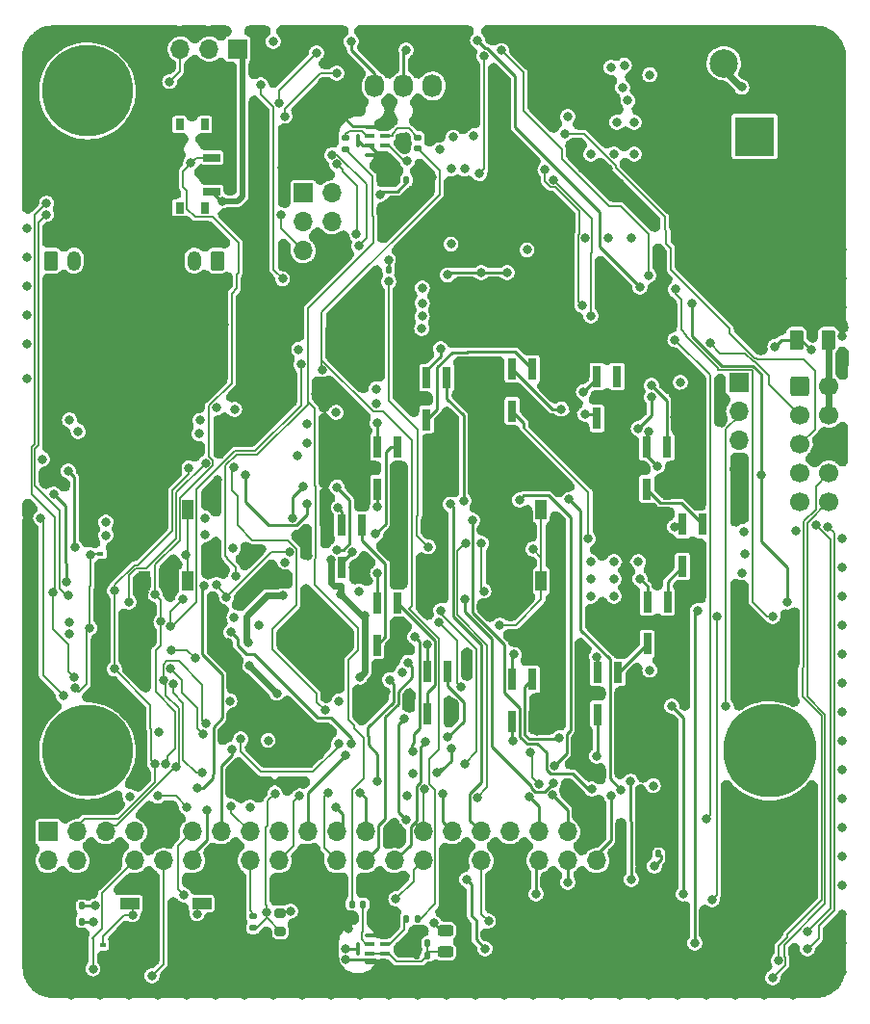
<source format=gbr>
G04 #@! TF.GenerationSoftware,KiCad,Pcbnew,(6.0.7)*
G04 #@! TF.CreationDate,2022-07-29T08:46:11-07:00*
G04 #@! TF.ProjectId,SJ-201-R10,534a2d32-3031-42d5-9231-302e6b696361,rev?*
G04 #@! TF.SameCoordinates,Original*
G04 #@! TF.FileFunction,Copper,L4,Bot*
G04 #@! TF.FilePolarity,Positive*
%FSLAX46Y46*%
G04 Gerber Fmt 4.6, Leading zero omitted, Abs format (unit mm)*
G04 Created by KiCad (PCBNEW (6.0.7)) date 2022-07-29 08:46:11*
%MOMM*%
%LPD*%
G01*
G04 APERTURE LIST*
G04 Aperture macros list*
%AMRoundRect*
0 Rectangle with rounded corners*
0 $1 Rounding radius*
0 $2 $3 $4 $5 $6 $7 $8 $9 X,Y pos of 4 corners*
0 Add a 4 corners polygon primitive as box body*
4,1,4,$2,$3,$4,$5,$6,$7,$8,$9,$2,$3,0*
0 Add four circle primitives for the rounded corners*
1,1,$1+$1,$2,$3*
1,1,$1+$1,$4,$5*
1,1,$1+$1,$6,$7*
1,1,$1+$1,$8,$9*
0 Add four rect primitives between the rounded corners*
20,1,$1+$1,$2,$3,$4,$5,0*
20,1,$1+$1,$4,$5,$6,$7,0*
20,1,$1+$1,$6,$7,$8,$9,0*
20,1,$1+$1,$8,$9,$2,$3,0*%
G04 Aperture macros list end*
G04 #@! TA.AperFunction,ComponentPad*
%ADD10R,1.730000X2.030000*%
G04 #@! TD*
G04 #@! TA.AperFunction,ComponentPad*
%ADD11O,1.730000X2.030000*%
G04 #@! TD*
G04 #@! TA.AperFunction,ComponentPad*
%ADD12R,1.700000X1.700000*%
G04 #@! TD*
G04 #@! TA.AperFunction,ComponentPad*
%ADD13O,1.700000X1.700000*%
G04 #@! TD*
G04 #@! TA.AperFunction,ComponentPad*
%ADD14R,3.500000X3.500000*%
G04 #@! TD*
G04 #@! TA.AperFunction,ComponentPad*
%ADD15RoundRect,0.750000X0.750000X1.000000X-0.750000X1.000000X-0.750000X-1.000000X0.750000X-1.000000X0*%
G04 #@! TD*
G04 #@! TA.AperFunction,ComponentPad*
%ADD16RoundRect,0.875000X0.875000X0.875000X-0.875000X0.875000X-0.875000X-0.875000X0.875000X-0.875000X0*%
G04 #@! TD*
G04 #@! TA.AperFunction,ComponentPad*
%ADD17RoundRect,0.249999X-0.350001X-0.625001X0.350001X-0.625001X0.350001X0.625001X-0.350001X0.625001X0*%
G04 #@! TD*
G04 #@! TA.AperFunction,ComponentPad*
%ADD18O,1.200000X1.750000*%
G04 #@! TD*
G04 #@! TA.AperFunction,ComponentPad*
%ADD19RoundRect,0.249999X0.350001X0.625001X-0.350001X0.625001X-0.350001X-0.625001X0.350001X-0.625001X0*%
G04 #@! TD*
G04 #@! TA.AperFunction,ComponentPad*
%ADD20C,8.000000*%
G04 #@! TD*
G04 #@! TA.AperFunction,ComponentPad*
%ADD21C,8.200000*%
G04 #@! TD*
G04 #@! TA.AperFunction,ComponentPad*
%ADD22C,0.499999*%
G04 #@! TD*
G04 #@! TA.AperFunction,ComponentPad*
%ADD23RoundRect,0.250000X-0.600000X-0.600000X0.600000X-0.600000X0.600000X0.600000X-0.600000X0.600000X0*%
G04 #@! TD*
G04 #@! TA.AperFunction,ComponentPad*
%ADD24C,1.700000*%
G04 #@! TD*
G04 #@! TA.AperFunction,ComponentPad*
%ADD25C,0.600000*%
G04 #@! TD*
G04 #@! TA.AperFunction,SMDPad,CuDef*
%ADD26R,0.800000X1.900000*%
G04 #@! TD*
G04 #@! TA.AperFunction,SMDPad,CuDef*
%ADD27R,0.950000X0.400000*%
G04 #@! TD*
G04 #@! TA.AperFunction,SMDPad,CuDef*
%ADD28RoundRect,0.150150X0.024850X0.499850X-0.024850X0.499850X-0.024850X-0.499850X0.024850X-0.499850X0*%
G04 #@! TD*
G04 #@! TA.AperFunction,SMDPad,CuDef*
%ADD29RoundRect,0.150150X-0.999850X0.024850X-0.999850X-0.024850X0.999850X-0.024850X0.999850X0.024850X0*%
G04 #@! TD*
G04 #@! TA.AperFunction,SMDPad,CuDef*
%ADD30C,2.500000*%
G04 #@! TD*
G04 #@! TA.AperFunction,SMDPad,CuDef*
%ADD31RoundRect,0.147500X0.147500X0.172500X-0.147500X0.172500X-0.147500X-0.172500X0.147500X-0.172500X0*%
G04 #@! TD*
G04 #@! TA.AperFunction,SMDPad,CuDef*
%ADD32RoundRect,0.147500X0.172500X-0.147500X0.172500X0.147500X-0.172500X0.147500X-0.172500X-0.147500X0*%
G04 #@! TD*
G04 #@! TA.AperFunction,SMDPad,CuDef*
%ADD33R,1.000000X1.700000*%
G04 #@! TD*
G04 #@! TA.AperFunction,SMDPad,CuDef*
%ADD34RoundRect,0.147500X-0.147500X-0.172500X0.147500X-0.172500X0.147500X0.172500X-0.147500X0.172500X0*%
G04 #@! TD*
G04 #@! TA.AperFunction,SMDPad,CuDef*
%ADD35R,1.700000X1.000000*%
G04 #@! TD*
G04 #@! TA.AperFunction,SMDPad,CuDef*
%ADD36R,0.800000X1.000000*%
G04 #@! TD*
G04 #@! TA.AperFunction,SMDPad,CuDef*
%ADD37R,1.500000X0.700000*%
G04 #@! TD*
G04 #@! TA.AperFunction,SMDPad,CuDef*
%ADD38RoundRect,0.243750X0.456250X-0.243750X0.456250X0.243750X-0.456250X0.243750X-0.456250X-0.243750X0*%
G04 #@! TD*
G04 #@! TA.AperFunction,SMDPad,CuDef*
%ADD39R,0.600000X0.450000*%
G04 #@! TD*
G04 #@! TA.AperFunction,SMDPad,CuDef*
%ADD40RoundRect,0.140000X0.140000X0.170000X-0.140000X0.170000X-0.140000X-0.170000X0.140000X-0.170000X0*%
G04 #@! TD*
G04 #@! TA.AperFunction,SMDPad,CuDef*
%ADD41RoundRect,0.140000X-0.140000X-0.170000X0.140000X-0.170000X0.140000X0.170000X-0.140000X0.170000X0*%
G04 #@! TD*
G04 #@! TA.AperFunction,SMDPad,CuDef*
%ADD42RoundRect,0.135000X-0.185000X0.135000X-0.185000X-0.135000X0.185000X-0.135000X0.185000X0.135000X0*%
G04 #@! TD*
G04 #@! TA.AperFunction,SMDPad,CuDef*
%ADD43RoundRect,0.200000X-0.275000X0.200000X-0.275000X-0.200000X0.275000X-0.200000X0.275000X0.200000X0*%
G04 #@! TD*
G04 #@! TA.AperFunction,SMDPad,CuDef*
%ADD44RoundRect,0.250000X-0.375000X-0.625000X0.375000X-0.625000X0.375000X0.625000X-0.375000X0.625000X0*%
G04 #@! TD*
G04 #@! TA.AperFunction,ViaPad*
%ADD45C,0.800000*%
G04 #@! TD*
G04 #@! TA.AperFunction,Conductor*
%ADD46C,0.250000*%
G04 #@! TD*
G04 #@! TA.AperFunction,Conductor*
%ADD47C,0.600000*%
G04 #@! TD*
G04 #@! TA.AperFunction,Conductor*
%ADD48C,0.200000*%
G04 #@! TD*
G04 #@! TA.AperFunction,Conductor*
%ADD49C,0.500000*%
G04 #@! TD*
G04 APERTURE END LIST*
D10*
G04 #@! TO.P,J7,1,Pin_1*
G04 #@! TO.N,GND*
X39920000Y-5206000D03*
D11*
G04 #@! TO.P,J7,2,Pin_2*
G04 #@! TO.N,PVDD*
X37380000Y-5206000D03*
G04 #@! TO.P,J7,3,Pin_3*
G04 #@! TO.N,/MCU/FAN_TACH*
X34840000Y-5206000D03*
G04 #@! TO.P,J7,4,Pin_4*
G04 #@! TO.N,/MCU/FAN_PWM*
X32300000Y-5206000D03*
G04 #@! TD*
D12*
G04 #@! TO.P,J5,1,Pin_1*
G04 #@! TO.N,+5V*
X64312800Y-31252000D03*
D13*
G04 #@! TO.P,J5,2,Pin_2*
G04 #@! TO.N,DVDD*
X64312800Y-33792000D03*
G04 #@! TO.P,J5,3,Pin_3*
G04 #@! TO.N,+1V0*
X64312800Y-36332000D03*
G04 #@! TO.P,J5,4,Pin_4*
G04 #@! TO.N,GND*
X64312800Y-38872000D03*
G04 #@! TD*
D14*
G04 #@! TO.P,J1,1*
G04 #@! TO.N,12v_Unregulated*
X65710000Y-9626000D03*
D15*
G04 #@! TO.P,J1,2*
G04 #@! TO.N,GND*
X71710000Y-9626000D03*
D16*
G04 #@! TO.P,J1,3*
X68710000Y-4926000D03*
G04 #@! TD*
D17*
G04 #@! TO.P,J3,1,1*
G04 #@! TO.N,/AudioAmp/Left+*
X3835400Y-20548600D03*
D18*
G04 #@! TO.P,J3,2,2*
G04 #@! TO.N,/AudioAmp/Left-*
X5835400Y-20548600D03*
G04 #@! TD*
D19*
G04 #@! TO.P,J4,1,1*
G04 #@! TO.N,/AudioAmp/Right+*
X18433800Y-20556400D03*
D18*
G04 #@! TO.P,J4,2,2*
G04 #@! TO.N,/AudioAmp/Right-*
X16433800Y-20556400D03*
G04 #@! TD*
D20*
G04 #@! TO.P,H3,1*
G04 #@! TO.N,N/C*
X7014300Y-5637800D03*
G04 #@! TD*
D12*
G04 #@! TO.P,J6,1,3V3*
G04 #@! TO.N,unconnected-(J6-Pad1)*
X3552000Y-70746000D03*
D13*
G04 #@! TO.P,J6,2,5V*
G04 #@! TO.N,+5V*
X3552000Y-73286000D03*
G04 #@! TO.P,J6,3,SDA/GPIO2*
G04 #@! TO.N,SDA*
X6092000Y-70746000D03*
G04 #@! TO.P,J6,4,5V*
G04 #@! TO.N,+5V*
X6092000Y-73286000D03*
G04 #@! TO.P,J6,5,SCL/GPIO3*
G04 #@! TO.N,SCL*
X8632000Y-70746000D03*
G04 #@! TO.P,J6,6,GND*
G04 #@! TO.N,GND*
X8632000Y-73286000D03*
G04 #@! TO.P,J6,7,GCLK0/GPIO4*
G04 #@! TO.N,I2S_MCLK_PI*
X11172000Y-70746000D03*
G04 #@! TO.P,J6,8,GPIO14/TXD*
G04 #@! TO.N,UART_TXD_PI*
X11172000Y-73286000D03*
G04 #@! TO.P,J6,9,GND*
G04 #@! TO.N,GND*
X13712000Y-70746000D03*
G04 #@! TO.P,J6,10,GPIO15/RXD*
G04 #@! TO.N,UART_RXD_PI*
X13712000Y-73286000D03*
G04 #@! TO.P,J6,11,GPIO17*
G04 #@! TO.N,FanTach*
X16252000Y-70746000D03*
G04 #@! TO.P,J6,12,GPIO18/PWM0*
G04 #@! TO.N,I2S_BCLK_PI*
X16252000Y-73286000D03*
G04 #@! TO.P,J6,13,GPIO27*
G04 #@! TO.N,XMOS_Reset*
X18792000Y-70746000D03*
G04 #@! TO.P,J6,14,GND*
G04 #@! TO.N,GND*
X18792000Y-73286000D03*
G04 #@! TO.P,J6,15,GPIO22*
G04 #@! TO.N,Net-(J6-Pad15)*
X21332000Y-70746000D03*
G04 #@! TO.P,J6,16,GPIO23*
G04 #@! TO.N,Net-(J6-Pad16)*
X21332000Y-73286000D03*
G04 #@! TO.P,J6,17,3V3*
G04 #@! TO.N,unconnected-(J6-Pad17)*
X23872000Y-70746000D03*
G04 #@! TO.P,J6,18,GPIO24*
G04 #@! TO.N,Net-(J6-Pad18)*
X23872000Y-73286000D03*
G04 #@! TO.P,J6,19,MOSI0/GPIO10*
G04 #@! TO.N,SPI_MOSI*
X26412000Y-70746000D03*
G04 #@! TO.P,J6,20,GND*
G04 #@! TO.N,GND*
X26412000Y-73286000D03*
G04 #@! TO.P,J6,21,MISO0/GPIO9*
G04 #@! TO.N,SPI_MISO*
X28952000Y-70746000D03*
G04 #@! TO.P,J6,22,GPIO25*
G04 #@! TO.N,Net-(J6-Pad22)*
X28952000Y-73286000D03*
G04 #@! TO.P,J6,23,SCLK0/GPIO11*
G04 #@! TO.N,SPI_CLK*
X31492000Y-70746000D03*
G04 #@! TO.P,J6,24,~{CE0}/GPIO8*
G04 #@! TO.N,SPI_CSn*
X31492000Y-73286000D03*
G04 #@! TO.P,J6,25,GND*
G04 #@! TO.N,GND*
X34032000Y-70746000D03*
G04 #@! TO.P,J6,26,~{CE1}/GPIO7*
G04 #@! TO.N,GPIO7*
X34032000Y-73286000D03*
G04 #@! TO.P,J6,27,ID_SD/GPIO0*
G04 #@! TO.N,GPIO0*
X36572000Y-70746000D03*
G04 #@! TO.P,J6,28,ID_SC/GPIO1*
G04 #@! TO.N,GPIO1*
X36572000Y-73286000D03*
G04 #@! TO.P,J6,29,GCLK1/GPIO5*
G04 #@! TO.N,Net-(J6-Pad29)*
X39112000Y-70746000D03*
G04 #@! TO.P,J6,30,GND*
G04 #@! TO.N,GND*
X39112000Y-73286000D03*
G04 #@! TO.P,J6,31,GCLK2/GPIO6*
G04 #@! TO.N,TAS_Fault*
X41652000Y-70746000D03*
G04 #@! TO.P,J6,32,PWM0/GPIO12*
G04 #@! TO.N,Neopixel*
X41652000Y-73286000D03*
G04 #@! TO.P,J6,33,PWM1/GPIO13*
G04 #@! TO.N,FanPWM*
X44192000Y-70746000D03*
G04 #@! TO.P,J6,34,GND*
G04 #@! TO.N,GND*
X44192000Y-73286000D03*
G04 #@! TO.P,J6,35,GPIO19/MISO1*
G04 #@! TO.N,I2S_WS_PI*
X46732000Y-70746000D03*
G04 #@! TO.P,J6,36,GPIO16*
G04 #@! TO.N,Enable1V*
X46732000Y-73286000D03*
G04 #@! TO.P,J6,37,GPIO26*
G04 #@! TO.N,Boot_Sel*
X49272000Y-70746000D03*
G04 #@! TO.P,J6,38,GPIO20/MOSI1*
G04 #@! TO.N,I2S_DIN_PI*
X49272000Y-73286000D03*
G04 #@! TO.P,J6,39,GND*
G04 #@! TO.N,GND*
X51812000Y-70746000D03*
G04 #@! TO.P,J6,40,GPIO21/SCLK1*
G04 #@! TO.N,I2S_DOUT_PI*
X51812000Y-73286000D03*
G04 #@! TD*
D20*
G04 #@! TO.P,H4,1*
G04 #@! TO.N,N/C*
X7014300Y-63626000D03*
G04 #@! TD*
G04 #@! TO.P,H1,1,1*
G04 #@! TO.N,GND*
X67021800Y-20623800D03*
G04 #@! TD*
D21*
G04 #@! TO.P,H2,1*
G04 #@! TO.N,N/C*
X67034500Y-63638700D03*
G04 #@! TD*
D22*
G04 #@! TO.P,U3,39,PAD*
G04 #@! TO.N,GND*
X11261300Y-33106499D03*
X9961300Y-40906501D03*
X9961300Y-35706499D03*
X12561300Y-35706499D03*
X12561300Y-38306501D03*
X12561300Y-37006499D03*
X9961300Y-39606501D03*
X12561300Y-33106499D03*
X11261300Y-40906501D03*
X12561300Y-39606501D03*
X12561300Y-34406499D03*
X9961300Y-37006499D03*
X11261300Y-34406499D03*
X11261300Y-38306501D03*
X9961300Y-34406499D03*
X11261300Y-37006499D03*
X11261300Y-35706499D03*
X9961300Y-38306501D03*
X12561300Y-40906501D03*
X9961300Y-33106499D03*
X11261300Y-39606501D03*
X9961300Y-42206501D03*
X12561300Y-42206501D03*
X11261300Y-42206501D03*
G04 #@! TD*
D23*
G04 #@! TO.P,J11,1,Pin_1*
G04 #@! TO.N,DVDD*
X69723000Y-31593400D03*
D24*
G04 #@! TO.P,J11,2,Pin_2*
G04 #@! TO.N,/RaspberryPi/5Vf*
X72263000Y-31593400D03*
G04 #@! TO.P,J11,3,Pin_3*
G04 #@! TO.N,SDA*
X69723000Y-34133400D03*
G04 #@! TO.P,J11,4,Pin_4*
G04 #@! TO.N,/RaspberryPi/5Vf*
X72263000Y-34133400D03*
G04 #@! TO.P,J11,5,Pin_5*
G04 #@! TO.N,SCL*
X69723000Y-36673400D03*
G04 #@! TO.P,J11,6,Pin_6*
G04 #@! TO.N,GND*
X72263000Y-36673400D03*
G04 #@! TO.P,J11,7,Pin_7*
G04 #@! TO.N,GPIO7*
X69723000Y-39213400D03*
G04 #@! TO.P,J11,8,Pin_8*
G04 #@! TO.N,UART_TXD_PI*
X72263000Y-39213400D03*
G04 #@! TO.P,J11,9,Pin_9*
G04 #@! TO.N,GPIO1*
X69723000Y-41753400D03*
G04 #@! TO.P,J11,10,Pin_10*
G04 #@! TO.N,UART_RXD_PI*
X72263000Y-41753400D03*
G04 #@! TD*
D25*
G04 #@! TO.P,U8,61,GND*
G04 #@! TO.N,GND*
X29209518Y-55018559D03*
X27795304Y-53604345D03*
X26381091Y-56432773D03*
X25673984Y-52897239D03*
X24966877Y-55018559D03*
X27795304Y-55018559D03*
X27088197Y-55725666D03*
X27795304Y-56432773D03*
X28502411Y-55725666D03*
X29916625Y-54311452D03*
X27088197Y-52897239D03*
X29209518Y-53604345D03*
X28502411Y-54311452D03*
X25673984Y-54311452D03*
X28502411Y-52897239D03*
X26381091Y-55018559D03*
X24966877Y-53604345D03*
X24259770Y-54311452D03*
X26381091Y-52190132D03*
X27088197Y-51483025D03*
X27088197Y-54311452D03*
X27088197Y-57139879D03*
X27795304Y-52190132D03*
X25673984Y-55725666D03*
X26381091Y-53604345D03*
G04 #@! TD*
D12*
G04 #@! TO.P,J12,1,Pin_1*
G04 #@! TO.N,DVDD*
X26004600Y-14594600D03*
D13*
G04 #@! TO.P,J12,2,Pin_2*
G04 #@! TO.N,+5V*
X28544600Y-14594600D03*
G04 #@! TO.P,J12,3,Pin_3*
G04 #@! TO.N,SDA*
X26004600Y-17134600D03*
G04 #@! TO.P,J12,4,Pin_4*
G04 #@! TO.N,+5V*
X28544600Y-17134600D03*
G04 #@! TO.P,J12,5,Pin_5*
G04 #@! TO.N,SCL*
X26004600Y-19674600D03*
G04 #@! TO.P,J12,6,Pin_6*
G04 #@! TO.N,GND*
X28544600Y-19674600D03*
G04 #@! TD*
D12*
G04 #@! TO.P,J9,1,Pin_1*
G04 #@! TO.N,DVDD*
X20259200Y-1955800D03*
D13*
G04 #@! TO.P,J9,2,Pin_2*
G04 #@! TO.N,GPIO7*
X17719200Y-1955800D03*
G04 #@! TO.P,J9,3,Pin_3*
G04 #@! TO.N,GPIO0*
X15179200Y-1955800D03*
G04 #@! TO.P,J9,4,Pin_4*
G04 #@! TO.N,GND*
X12639200Y-1955800D03*
G04 #@! TD*
D26*
G04 #@! TO.P,D11,1,VDD*
G04 #@! TO.N,+5V*
X59367780Y-43743720D03*
G04 #@! TO.P,D11,2,DOUT*
G04 #@! TO.N,Net-(D11-Pad2)*
X61147780Y-43743720D03*
G04 #@! TO.P,D11,3,VSS*
G04 #@! TO.N,GND*
X61147780Y-47423720D03*
G04 #@! TO.P,D11,4,DIN*
G04 #@! TO.N,Net-(D10-Pad2)*
X59367780Y-47423720D03*
G04 #@! TD*
G04 #@! TO.P,D12,1,VDD*
G04 #@! TO.N,+5V*
X56218180Y-36936520D03*
G04 #@! TO.P,D12,2,DOUT*
G04 #@! TO.N,Net-(D12-Pad2)*
X57998180Y-36936520D03*
G04 #@! TO.P,D12,3,VSS*
G04 #@! TO.N,GND*
X57998180Y-40616520D03*
G04 #@! TO.P,D12,4,DIN*
G04 #@! TO.N,Net-(D11-Pad2)*
X56218180Y-40616520D03*
G04 #@! TD*
D27*
G04 #@! TO.P,U10,CLK,CLK*
G04 #@! TO.N,Net-(R43-Pad2)*
X31879000Y-9615000D03*
G04 #@! TO.P,U10,DOUT,DOUT*
G04 #@! TO.N,Net-(R44-Pad2)*
X33229000Y-9615000D03*
D28*
G04 #@! TO.P,U10,GND,GND*
G04 #@! TO.N,GND*
X34279000Y-10040000D03*
D29*
G04 #@! TO.P,U10,GND1,GND*
X32554000Y-8815000D03*
D28*
G04 #@! TO.P,U10,GND2,GND*
X30829000Y-10040000D03*
D29*
G04 #@! TO.P,U10,GND3,GND*
X32554000Y-11265000D03*
D27*
G04 #@! TO.P,U10,LR,LR*
X31879000Y-10465000D03*
G04 #@! TO.P,U10,VDD,VDD*
G04 #@! TO.N,/xmos/3V3_MIC0*
X33229000Y-10465000D03*
G04 #@! TD*
D26*
G04 #@! TO.P,D10,1,VDD*
G04 #@! TO.N,+5V*
X56268980Y-50550920D03*
G04 #@! TO.P,D10,2,DOUT*
G04 #@! TO.N,Net-(D10-Pad2)*
X58048980Y-50550920D03*
G04 #@! TO.P,D10,3,VSS*
G04 #@! TO.N,GND*
X58048980Y-54230920D03*
G04 #@! TO.P,D10,4,DIN*
G04 #@! TO.N,Net-(D10-Pad4)*
X56268980Y-54230920D03*
G04 #@! TD*
G04 #@! TO.P,D9,1,VDD*
G04 #@! TO.N,+5V*
X51900180Y-56748520D03*
G04 #@! TO.P,D9,2,DOUT*
G04 #@! TO.N,Net-(D10-Pad4)*
X53680180Y-56748520D03*
G04 #@! TO.P,D9,3,VSS*
G04 #@! TO.N,GND*
X53680180Y-60428520D03*
G04 #@! TO.P,D9,4,DIN*
G04 #@! TO.N,Net-(D8-Pad2)*
X51900180Y-60428520D03*
G04 #@! TD*
G04 #@! TO.P,D13,1,VDD*
G04 #@! TO.N,+5V*
X51849380Y-30738920D03*
G04 #@! TO.P,D13,2,DOUT*
G04 #@! TO.N,unconnected-(D13-Pad2)*
X53629380Y-30738920D03*
G04 #@! TO.P,D13,3,VSS*
G04 #@! TO.N,GND*
X53629380Y-34418920D03*
G04 #@! TO.P,D13,4,DIN*
G04 #@! TO.N,Net-(D12-Pad2)*
X51849380Y-34418920D03*
G04 #@! TD*
D27*
G04 #@! TO.P,U11,CLK,CLK*
G04 #@! TO.N,Net-(R45-Pad2)*
X31879000Y-80615000D03*
G04 #@! TO.P,U11,DOUT,DOUT*
G04 #@! TO.N,Net-(R46-Pad2)*
X33229000Y-80615000D03*
D28*
G04 #@! TO.P,U11,GND,GND*
G04 #@! TO.N,GND*
X34279000Y-81040000D03*
D29*
G04 #@! TO.P,U11,GND1,GND*
X32554000Y-79815000D03*
D28*
G04 #@! TO.P,U11,GND2,GND*
X30829000Y-81040000D03*
D29*
G04 #@! TO.P,U11,GND3,GND*
X32554000Y-82265000D03*
D27*
G04 #@! TO.P,U11,LR,LR*
G04 #@! TO.N,/xmos/3V3_MIC1*
X31879000Y-81465000D03*
G04 #@! TO.P,U11,VDD,VDD*
X33229000Y-81465000D03*
G04 #@! TD*
D30*
G04 #@! TO.P,TP12v0,1,1*
G04 #@! TO.N,12v_Unregulated*
X63000000Y-3200000D03*
G04 #@! TD*
D26*
G04 #@! TO.P,D6,1,VDD*
G04 #@! TO.N,+5V*
X32494580Y-50652520D03*
G04 #@! TO.P,D6,2,DOUT*
G04 #@! TO.N,Net-(D6-Pad2)*
X34274580Y-50652520D03*
G04 #@! TO.P,D6,3,VSS*
G04 #@! TO.N,GND*
X34274580Y-54332520D03*
G04 #@! TO.P,D6,4,DIN*
G04 #@! TO.N,Net-(D5-Pad2)*
X32494580Y-54332520D03*
G04 #@! TD*
G04 #@! TO.P,D5,1,VDD*
G04 #@! TO.N,+5V*
X29395780Y-43794520D03*
G04 #@! TO.P,D5,2,DOUT*
G04 #@! TO.N,Net-(D5-Pad2)*
X31175780Y-43794520D03*
G04 #@! TO.P,D5,3,VSS*
G04 #@! TO.N,GND*
X31175780Y-47474520D03*
G04 #@! TO.P,D5,4,DIN*
G04 #@! TO.N,Net-(D4-Pad2)*
X29395780Y-47474520D03*
G04 #@! TD*
G04 #@! TO.P,D3,1,VDD*
G04 #@! TO.N,+5V*
X36863380Y-30840520D03*
G04 #@! TO.P,D3,2,DOUT*
G04 #@! TO.N,Net-(D3-Pad2)*
X38643380Y-30840520D03*
G04 #@! TO.P,D3,3,VSS*
G04 #@! TO.N,GND*
X38643380Y-34520520D03*
G04 #@! TO.P,D3,4,DIN*
G04 #@! TO.N,Net-(D2-Pad2)*
X36863380Y-34520520D03*
G04 #@! TD*
G04 #@! TO.P,D2,1,VDD*
G04 #@! TO.N,Net-(C28-Pad1)*
X44381780Y-30078520D03*
G04 #@! TO.P,D2,2,DOUT*
G04 #@! TO.N,Net-(D2-Pad2)*
X46161780Y-30078520D03*
G04 #@! TO.P,D2,3,VSS*
G04 #@! TO.N,GND*
X46161780Y-33758520D03*
G04 #@! TO.P,D2,4,DIN*
G04 #@! TO.N,Neopixel*
X44381780Y-33758520D03*
G04 #@! TD*
D31*
G04 #@! TO.P,R46,1*
G04 #@! TO.N,/xmos/MIC_DATA_M*
X36045000Y-78384400D03*
G04 #@! TO.P,R46,2*
G04 #@! TO.N,Net-(R46-Pad2)*
X35075000Y-78384400D03*
G04 #@! TD*
D32*
G04 #@! TO.P,R44,1*
G04 #@! TO.N,/xmos/MIC_DATA_M*
X36068000Y-10695800D03*
G04 #@! TO.P,R44,2*
G04 #@! TO.N,Net-(R44-Pad2)*
X36068000Y-9725800D03*
G04 #@! TD*
G04 #@! TO.P,R43,1*
G04 #@! TO.N,/xmos/MIC_CLK*
X29718000Y-10746600D03*
G04 #@! TO.P,R43,2*
G04 #@! TO.N,Net-(R43-Pad2)*
X29718000Y-9776600D03*
G04 #@! TD*
D33*
G04 #@! TO.P,S1,1*
G04 #@! TO.N,GPIO22*
X15818020Y-48720000D03*
X15818020Y-42420000D03*
G04 #@! TO.P,S1,2*
G04 #@! TO.N,GND*
X12018020Y-42420000D03*
X12018020Y-48720000D03*
G04 #@! TD*
G04 #@! TO.P,S3,1*
G04 #@! TO.N,GPIO24*
X46950800Y-42413400D03*
X46950800Y-48713400D03*
G04 #@! TO.P,S3,2*
G04 #@! TO.N,GND*
X43150800Y-48713400D03*
X43150800Y-42413400D03*
G04 #@! TD*
D34*
G04 #@! TO.P,R45,1*
G04 #@! TO.N,/xmos/MIC_CLK*
X30299800Y-77114400D03*
G04 #@! TO.P,R45,2*
G04 #@! TO.N,Net-(R45-Pad2)*
X31269800Y-77114400D03*
G04 #@! TD*
D26*
G04 #@! TO.P,D8,1,VDD*
G04 #@! TO.N,+5V*
X44381780Y-57358120D03*
G04 #@! TO.P,D8,2,DOUT*
G04 #@! TO.N,Net-(D8-Pad2)*
X46161780Y-57358120D03*
G04 #@! TO.P,D8,3,VSS*
G04 #@! TO.N,GND*
X46161780Y-61038120D03*
G04 #@! TO.P,D8,4,DIN*
G04 #@! TO.N,Net-(D7-Pad2)*
X44381780Y-61038120D03*
G04 #@! TD*
G04 #@! TO.P,D4,1,VDD*
G04 #@! TO.N,+5V*
X32545380Y-36936520D03*
G04 #@! TO.P,D4,2,DOUT*
G04 #@! TO.N,Net-(D4-Pad2)*
X34325380Y-36936520D03*
G04 #@! TO.P,D4,3,VSS*
G04 #@! TO.N,GND*
X34325380Y-40616520D03*
G04 #@! TO.P,D4,4,DIN*
G04 #@! TO.N,Net-(D3-Pad2)*
X32545380Y-40616520D03*
G04 #@! TD*
D35*
G04 #@! TO.P,S2,1*
G04 #@! TO.N,GPIO23*
X10768020Y-77072000D03*
X17068020Y-77072000D03*
G04 #@! TO.P,S2,2*
G04 #@! TO.N,GND*
X10768020Y-80872000D03*
X17068020Y-80872000D03*
G04 #@! TD*
D26*
G04 #@! TO.P,D7,1,VDD*
G04 #@! TO.N,+5V*
X36914180Y-56697720D03*
G04 #@! TO.P,D7,2,DOUT*
G04 #@! TO.N,Net-(D7-Pad2)*
X38694180Y-56697720D03*
G04 #@! TO.P,D7,3,VSS*
G04 #@! TO.N,GND*
X38694180Y-60377720D03*
G04 #@! TO.P,D7,4,DIN*
G04 #@! TO.N,Net-(D6-Pad2)*
X36914180Y-60377720D03*
G04 #@! TD*
D31*
G04 #@! TO.P,C58,1*
G04 #@! TO.N,/xmos/3V3_MIC1*
X36959400Y-81594960D03*
G04 #@! TO.P,C58,2*
G04 #@! TO.N,GND*
X35989400Y-81594960D03*
G04 #@! TD*
G04 #@! TO.P,C56,1*
G04 #@! TO.N,/xmos/3V3_MIC1*
X36959400Y-80518000D03*
G04 #@! TO.P,C56,2*
G04 #@! TO.N,GND*
X35989400Y-80518000D03*
G04 #@! TD*
D36*
G04 #@! TO.P,SW1,*
G04 #@! TO.N,*
X15123200Y-15892800D03*
X17333200Y-8592800D03*
X15123200Y-8592800D03*
X17333200Y-15892800D03*
D37*
G04 #@! TO.P,SW1,1,A*
G04 #@! TO.N,DVDD*
X17983200Y-14492800D03*
G04 #@! TO.P,SW1,2,B*
G04 #@! TO.N,GPIO25*
X17983200Y-11492800D03*
G04 #@! TO.P,SW1,3,C*
G04 #@! TO.N,GND*
X17983200Y-9992800D03*
G04 #@! TD*
D38*
G04 #@! TO.P,FB6,1*
G04 #@! TO.N,/xmos/3V3_MIC1*
X38506400Y-81303100D03*
G04 #@! TO.P,FB6,2*
G04 #@! TO.N,DVDD*
X38506400Y-79428100D03*
G04 #@! TD*
D39*
G04 #@! TO.P,D17,1*
G04 #@! TO.N,GPIO22*
X8150000Y-46300000D03*
G04 #@! TO.P,D17,2*
G04 #@! TO.N,GND*
X10250000Y-46300000D03*
G04 #@! TD*
D40*
G04 #@! TO.P,C9,1*
G04 #@! TO.N,+5V*
X6525200Y-77266800D03*
G04 #@! TO.P,C9,2*
G04 #@! TO.N,GND*
X5565200Y-77266800D03*
G04 #@! TD*
D41*
G04 #@! TO.P,C31,1*
G04 #@! TO.N,DVDD*
X35080000Y-13462000D03*
G04 #@! TO.P,C31,2*
G04 #@! TO.N,GND*
X36040000Y-13462000D03*
G04 #@! TD*
G04 #@! TO.P,C30,1*
G04 #@! TO.N,DVDD*
X33505200Y-21336000D03*
G04 #@! TO.P,C30,2*
G04 #@! TO.N,GND*
X34465200Y-21336000D03*
G04 #@! TD*
D40*
G04 #@! TO.P,C54,1*
G04 #@! TO.N,DVDD*
X57280000Y-72700000D03*
G04 #@! TO.P,C54,2*
G04 #@! TO.N,GND*
X56320000Y-72700000D03*
G04 #@! TD*
D42*
G04 #@! TO.P,R13,1*
G04 #@! TO.N,Net-(J6-Pad16)*
X21600000Y-78190000D03*
G04 #@! TO.P,R13,2*
G04 #@! TO.N,GPIO23*
X21600000Y-79210000D03*
G04 #@! TD*
D43*
G04 #@! TO.P,R17,1*
G04 #@! TO.N,DVDD*
X24000000Y-77875000D03*
G04 #@! TO.P,R17,2*
G04 #@! TO.N,GPIO23*
X24000000Y-79525000D03*
G04 #@! TD*
D39*
G04 #@! TO.P,D18,1*
G04 #@! TO.N,GPIO23*
X8350000Y-80700000D03*
G04 #@! TO.P,D18,2*
G04 #@! TO.N,GND*
X6250000Y-80700000D03*
G04 #@! TD*
D40*
G04 #@! TO.P,C34,1*
G04 #@! TO.N,+5V*
X6525200Y-78638400D03*
G04 #@! TO.P,C34,2*
G04 #@! TO.N,GND*
X5565200Y-78638400D03*
G04 #@! TD*
D44*
G04 #@! TO.P,F1,1*
G04 #@! TO.N,+5V*
X69400000Y-27500000D03*
G04 #@! TO.P,F1,2*
G04 #@! TO.N,/RaspberryPi/5Vf*
X72200000Y-27500000D03*
G04 #@! TD*
D45*
G04 #@! TO.N,+5V*
X7518400Y-78638400D03*
X53340000Y-46990000D03*
X64871600Y-46355000D03*
X29086152Y-42264710D03*
X56388000Y-35560000D03*
X64592200Y-47980600D03*
X50647600Y-32080200D03*
X58674000Y-43942000D03*
X51308000Y-50038000D03*
X32448500Y-33147000D03*
X38100000Y-28300000D03*
X64744600Y-44348400D03*
X55500000Y-47000000D03*
X45694600Y-19608800D03*
X44551600Y-55168800D03*
X51308000Y-46990000D03*
X57175400Y-38608000D03*
X69367400Y-44297600D03*
X51308000Y-48514000D03*
X32512000Y-34798000D03*
X7670800Y-77266800D03*
X59182000Y-31242000D03*
X36914681Y-54305200D03*
X51816000Y-55372000D03*
X55626000Y-48514000D03*
X53340000Y-50038000D03*
X56489600Y-56540400D03*
X32425000Y-31813500D03*
X39000000Y-19100000D03*
X32536000Y-48030052D03*
X67500000Y-28100000D03*
X28905200Y-33883600D03*
X53340000Y-48514000D03*
X70700000Y-28400000D03*
G04 #@! TO.N,+1V0*
X41900000Y-49600000D03*
X41700000Y-45400000D03*
X31455528Y-51775528D03*
X30988000Y-57150000D03*
X21206429Y-54129971D03*
X23683417Y-58583739D03*
X21292735Y-56177265D03*
X29314167Y-49900000D03*
X24200000Y-50000000D03*
X28446278Y-46803788D03*
G04 #@! TO.N,12v_Unregulated*
X64600000Y-5300000D03*
G04 #@! TO.N,GPIO25*
X15748000Y-68580000D03*
X13853503Y-64770000D03*
X13208000Y-67614800D03*
X12970628Y-49882490D03*
X16103600Y-11938000D03*
X13488814Y-52286220D03*
G04 #@! TO.N,GPIO24*
X46200000Y-45900000D03*
X38100000Y-51308000D03*
X40208411Y-64791589D03*
X43307000Y-52578000D03*
G04 #@! TO.N,GPIO23*
X10998200Y-78054200D03*
X23500000Y-67400000D03*
X22758400Y-77815500D03*
X16662400Y-77952600D03*
G04 #@! TO.N,GPIO22*
X7239000Y-52832000D03*
X7264400Y-46394500D03*
X17067911Y-65567911D03*
X14528800Y-57759600D03*
X15646400Y-46394500D03*
X5892800Y-58120020D03*
G04 #@! TO.N,/xmos/MIC_CLK*
X20066000Y-48310800D03*
G04 #@! TO.N,/xmos/MIC_DATA*
X19250468Y-50107988D03*
X24782008Y-46117992D03*
X18389600Y-49022000D03*
G04 #@! TO.N,Net-(C28-Pad1)*
X55470572Y-35313364D03*
X56642000Y-32552804D03*
X48700000Y-33600000D03*
G04 #@! TO.N,/xmos/3V3_MIC0*
X35153600Y-11811000D03*
G04 #@! TO.N,GPIO7*
X68580000Y-50546000D03*
X19647277Y-53210534D03*
X41336758Y-1204759D03*
X30226000Y-62992000D03*
X55626000Y-22860000D03*
X60452000Y-80518000D03*
X66294000Y-39370000D03*
X40386000Y-74930000D03*
X36753800Y-62879500D03*
X42000000Y-81026000D03*
X60706000Y-51308000D03*
X60200000Y-24300000D03*
G04 #@! TO.N,/xmos/MIC_DATA_M*
X14281918Y-52710591D03*
X27686000Y-30124400D03*
X25806400Y-29667200D03*
X15401990Y-50292000D03*
G04 #@! TO.N,GPIO5*
X20878800Y-39420800D03*
X37800000Y-65571900D03*
X45021500Y-41592500D03*
X26334973Y-41936802D03*
X48054372Y-64975626D03*
X39000000Y-63412500D03*
G04 #@! TO.N,PVDD*
X23368000Y-1270000D03*
X39200000Y-9700000D03*
X54559200Y-6477000D03*
X50800000Y-18542000D03*
X36478000Y-22958000D03*
X38000000Y-10800000D03*
X39000000Y-12500000D03*
X51308000Y-11176000D03*
X53340000Y-11176000D03*
X49276000Y-7874000D03*
X53594000Y-8382000D03*
X56489600Y-4216400D03*
X40200000Y-12500000D03*
X53086000Y-3556000D03*
X54864000Y-18542000D03*
X52832000Y-18542000D03*
X5435600Y-34544000D03*
X36423600Y-26517600D03*
X6197600Y-35560000D03*
X54254400Y-3378200D03*
X16916400Y-34594800D03*
X19964400Y-33629600D03*
X18389600Y-33477200D03*
X41000000Y-9600000D03*
X55118000Y-8382000D03*
X54102000Y-5334000D03*
X16814800Y-35763200D03*
X36474400Y-25450800D03*
X55118000Y-11176000D03*
X36478000Y-24278800D03*
G04 #@! TO.N,Net-(C8-Pad2)*
X38700000Y-21800000D03*
X41656000Y-21590000D03*
X43942000Y-21590000D03*
G04 #@! TO.N,Net-(D3-Pad2)*
X32512000Y-42164000D03*
X40132000Y-41656000D03*
G04 #@! TO.N,Net-(D4-Pad2)*
X32385000Y-44566100D03*
X30285955Y-46160955D03*
G04 #@! TO.N,Net-(D7-Pad2)*
X38700000Y-62449500D03*
X44450000Y-62738000D03*
G04 #@! TO.N,Net-(D8-Pad2)*
X51816000Y-64094990D03*
X48514000Y-62484000D03*
G04 #@! TO.N,Net-(D12-Pad2)*
X50800000Y-34036000D03*
X56642000Y-31496000D03*
G04 #@! TO.N,GND*
X31767950Y-48733349D03*
X28702000Y-32004000D03*
X53848000Y-85090000D03*
X34000000Y-48700000D03*
X29210000Y-1778000D03*
X1778000Y-45161200D03*
X1778000Y-42621200D03*
X70002400Y-457200D03*
X54356000Y-26924000D03*
X3302000Y-84328000D03*
X5588000Y-83566000D03*
X11300000Y-59500000D03*
X73406000Y-27178000D03*
X45868885Y-17779311D03*
X60600000Y-5000000D03*
X45999400Y-16306800D03*
X1778000Y-68072000D03*
X1676400Y-10109200D03*
X19710400Y-9880600D03*
X43180000Y-41061010D03*
X63500000Y-67400000D03*
X32400000Y-21400000D03*
X20247756Y-57815185D03*
X14224000Y-406400D03*
X29718000Y-82012500D03*
X26416000Y-46482000D03*
X11861800Y-25527000D03*
X19177000Y-37134800D03*
X11176000Y-43013000D03*
X20828000Y-85090000D03*
X58700000Y-34300000D03*
X73406000Y-22098000D03*
X8509000Y-51562000D03*
X51308000Y-85090000D03*
X34010600Y-17373600D03*
X1778000Y-78232000D03*
X1676400Y-17729200D03*
X73406000Y-50038000D03*
X64008000Y-85090000D03*
X10617200Y-25679400D03*
X67462400Y-457200D03*
X47500000Y-39800000D03*
X18288000Y-85090000D03*
X35102800Y-54457600D03*
X37744400Y-406400D03*
X44018200Y-14554200D03*
X1778000Y-80772000D03*
X62382400Y-457200D03*
X50546000Y-12446000D03*
X4064000Y-82804000D03*
X24100000Y-12400000D03*
X4673600Y-33121600D03*
X44000000Y-48800000D03*
X11633200Y-65887600D03*
X1676400Y-2489200D03*
X42824400Y-406400D03*
X42900000Y-12600000D03*
X34797363Y-46228000D03*
X22352000Y-45923200D03*
X59300000Y-32300000D03*
X73406000Y-83058000D03*
X58928000Y-85090000D03*
X52832000Y-12446000D03*
X73355200Y-7162800D03*
X53086000Y-26924000D03*
X73406000Y-55118000D03*
X1676400Y-12649200D03*
X28448000Y-85090000D03*
X10668000Y-85090000D03*
X1778000Y-47752000D03*
X1676400Y-25349200D03*
X44196000Y-26670000D03*
X29718000Y-81026000D03*
X27432000Y-64008000D03*
X1778000Y-52832000D03*
X22260150Y-49022000D03*
X52100000Y-45800000D03*
X73355200Y-3759200D03*
X32207200Y-74980800D03*
X18440400Y-39776400D03*
X1778000Y-57912000D03*
X73355200Y-14782800D03*
X73406000Y-44958000D03*
X33020000Y-12446000D03*
X46228000Y-85090000D03*
X66548000Y-85090000D03*
X11619619Y-56535932D03*
X56896000Y-60858400D03*
X73406000Y-47498000D03*
X24892000Y-82042000D03*
X61468000Y-85090000D03*
X23368000Y-82042000D03*
X23799800Y-2362200D03*
X58166000Y-55524400D03*
X4064000Y-406400D03*
X45000000Y-12500000D03*
X51562000Y-12192000D03*
X53100000Y-500000D03*
X29514800Y-7707500D03*
X33528000Y-85090000D03*
X1676400Y-22809200D03*
X29108400Y-77114400D03*
X44000000Y-12600000D03*
X1778000Y-75692000D03*
X27686000Y-4826000D03*
X21900000Y-6900000D03*
X68580000Y-55422800D03*
X4673600Y-77266800D03*
X48768000Y-85090000D03*
X50800000Y-54864000D03*
X17576800Y-48209200D03*
X73406000Y-65278000D03*
X61800000Y-12100000D03*
X11684000Y-406400D03*
X35052000Y-81026000D03*
X10439400Y-79629000D03*
X28346400Y-28041600D03*
X54610000Y-60706000D03*
X35280600Y-59690000D03*
X73406000Y-52578000D03*
X51816000Y-26924000D03*
X1676400Y-27889200D03*
X73406000Y-75438000D03*
X72600000Y-1100000D03*
X37900000Y-19100000D03*
X56388000Y-85090000D03*
X22363303Y-59979365D03*
X38227000Y-23799800D03*
X35052000Y-9652000D03*
X69088000Y-85090000D03*
X22000000Y-35800000D03*
X73355200Y-17322800D03*
X71628000Y-84582000D03*
X1778000Y-60452000D03*
X31242000Y-60706000D03*
X30988000Y-85090000D03*
X34200000Y-39100000D03*
X35204400Y-406400D03*
X12026103Y-49732352D03*
X23822953Y-47820148D03*
X1778000Y-62992000D03*
X1778000Y-70612000D03*
X33274000Y-58420000D03*
X62800000Y-34800000D03*
X7009266Y-44490734D03*
X37338000Y-13208000D03*
X5461000Y-53340000D03*
X32664400Y-406400D03*
X19507196Y-56489600D03*
X25207306Y-66726134D03*
X1778000Y-50292000D03*
X73406000Y-77978000D03*
X46603205Y-61910837D03*
X23368000Y-85090000D03*
X4673600Y-78587600D03*
X38608000Y-85090000D03*
X46116010Y-14478000D03*
X58200000Y-13600000D03*
X1700000Y-30900000D03*
X28638500Y-37401500D03*
X64922400Y-457200D03*
X73406000Y-29718000D03*
X73406000Y-72898000D03*
X41148000Y-85090000D03*
X5588000Y-85090000D03*
X1778000Y-82804000D03*
X73406000Y-57658000D03*
X34696400Y-22047200D03*
X61800000Y-13800000D03*
X32766000Y-78486000D03*
X21996400Y-32689800D03*
X19300000Y-55400000D03*
X14478000Y-48948000D03*
X19370085Y-54118674D03*
X57302400Y-457200D03*
X48300000Y-44000000D03*
X23418800Y-64312800D03*
X43900000Y-9500000D03*
X1778000Y-55372000D03*
X73406000Y-67818000D03*
X17348200Y-79832200D03*
X1778000Y-73152000D03*
X64160400Y-55524400D03*
X19812000Y-60198000D03*
X36068000Y-85090000D03*
X40386501Y-55882066D03*
X73406000Y-80518000D03*
X1676400Y-5029200D03*
X30400000Y-47500000D03*
X73406000Y-24638000D03*
X43000000Y-9500000D03*
X15748000Y-85090000D03*
X39269354Y-59445537D03*
X4165600Y-38912800D03*
X43000000Y-4300000D03*
X13208000Y-85090000D03*
X4851400Y-35915600D03*
X37000000Y-51600000D03*
X57200000Y-48100000D03*
X47904400Y-406400D03*
X32679010Y-59182000D03*
X64160400Y-53848000D03*
X1778000Y-65532000D03*
X73406000Y-62738000D03*
X29972000Y-79248000D03*
X50444400Y-406400D03*
X58200000Y-11800000D03*
X19060900Y-26200000D03*
X28100000Y-44800000D03*
X73355200Y-12242800D03*
X9144000Y-406400D03*
X43688000Y-85090000D03*
X73406000Y-19558000D03*
X35200000Y-20300000D03*
X27256620Y-9319380D03*
X70700000Y-67000000D03*
X1676400Y-7569200D03*
X73406000Y-70358000D03*
X73406000Y-60198000D03*
X38900000Y-78100000D03*
X50901600Y-62992000D03*
X27100000Y-32300000D03*
X25908000Y-85090000D03*
X43942000Y-18288000D03*
X43300000Y-49700000D03*
X36000000Y-28605498D03*
X53848000Y-13716000D03*
X51400000Y-51900000D03*
X1676400Y-20269200D03*
X3810000Y-26339800D03*
X68554600Y-53848000D03*
X59842400Y-457200D03*
X40284400Y-406400D03*
X1676400Y-15189200D03*
X64668400Y-57226200D03*
X56300000Y-71600000D03*
X4000000Y-68000000D03*
X45364400Y-406400D03*
X8128000Y-85090000D03*
X19700000Y-13600000D03*
X6604000Y-406400D03*
X35102800Y-67614800D03*
X68641700Y-56769000D03*
X20828000Y-50546000D03*
X11176000Y-54965600D03*
G04 #@! TO.N,SCL*
X13697814Y-57415264D03*
X3420101Y-15494000D03*
X24053800Y-16510000D03*
X14833600Y-65024000D03*
X28514987Y-11263542D03*
X49000000Y-9400000D03*
X17424400Y-38331000D03*
X17410883Y-61258994D03*
X4021089Y-49741089D03*
X30886400Y-19253200D03*
X5842000Y-57150000D03*
X10668000Y-50546000D03*
G04 #@! TO.N,SDA*
X30683200Y-18186400D03*
X47269400Y-12573000D03*
X28938489Y-12057111D03*
X61789596Y-27810404D03*
X15951200Y-38755999D03*
X17180150Y-62128400D03*
X12954000Y-64770000D03*
X50546000Y-24485600D03*
X14297314Y-56400000D03*
X9398000Y-56438800D03*
X9398000Y-49530000D03*
X5334000Y-49946500D03*
X3420101Y-16484600D03*
G04 #@! TO.N,Net-(J6-Pad29)*
X38300000Y-67400000D03*
G04 #@! TO.N,Net-(J6-Pad22)*
X28194000Y-67299500D03*
G04 #@! TO.N,Net-(J6-Pad18)*
X25654000Y-67564000D03*
G04 #@! TO.N,Net-(J6-Pad15)*
X19688759Y-68519387D03*
G04 #@! TO.N,DVDD*
X19824430Y-45839246D03*
X25603200Y-28346400D03*
X33500000Y-20500000D03*
X30900642Y-49600642D03*
X26365200Y-36576000D03*
X22910800Y-62712600D03*
X26314400Y-34874200D03*
X8636000Y-44678600D03*
X21336000Y-68580000D03*
X35647500Y-65633600D03*
X5461000Y-52324000D03*
X19913600Y-51888946D03*
X17322800Y-43154600D03*
X63200000Y-59700000D03*
X3047989Y-37998400D03*
X17399000Y-44627800D03*
X34734500Y-56705500D03*
X8636000Y-43535600D03*
X19555334Y-59245500D03*
X24384000Y-47053500D03*
X37490400Y-78790800D03*
X56896000Y-73761600D03*
X39878000Y-58013600D03*
X18923000Y-15316200D03*
X25527000Y-37719000D03*
X24892000Y-77724000D03*
X29164177Y-59258200D03*
X13314469Y-62023623D03*
X56800000Y-66700000D03*
X37970629Y-52351163D03*
X10769600Y-67665600D03*
X32766000Y-14732000D03*
X22074930Y-52596400D03*
G04 #@! TO.N,SPI_CSn*
X35184900Y-55869042D03*
G04 #@! TO.N,SPI_CLK*
X31021999Y-67310000D03*
G04 #@! TO.N,SPI_MISO*
X28900000Y-68584499D03*
X53975000Y-67056000D03*
X28978632Y-40457122D03*
X49403000Y-41529000D03*
X28951004Y-45976333D03*
G04 #@! TO.N,SPI_MOSI*
X29718000Y-64008000D03*
X35647500Y-63666511D03*
X35814000Y-53594000D03*
G04 #@! TO.N,Boot_Sel*
X47942504Y-67500500D03*
G04 #@! TO.N,Neopixel*
X51093500Y-44958000D03*
X42300000Y-78600000D03*
X72158016Y-43919984D03*
X70358000Y-81026000D03*
G04 #@! TO.N,FanPWM*
X41910000Y-2540000D03*
X61468000Y-69596000D03*
X51308000Y-25400000D03*
X23876000Y-6664900D03*
X48006000Y-13462000D03*
X27178000Y-2286000D03*
X41503600Y-12903200D03*
X58700000Y-27500000D03*
G04 #@! TO.N,I2S_DOUT_PI*
X53086000Y-67564000D03*
G04 #@! TO.N,I2S_DIN_PI*
X49276000Y-75184000D03*
X54864000Y-74930000D03*
X54813200Y-66294000D03*
G04 #@! TO.N,Enable1V*
X59436000Y-76200000D03*
X46482000Y-76200000D03*
X58420000Y-59690000D03*
G04 #@! TO.N,I2S_BCLK_PI*
X17526000Y-68834000D03*
G04 #@! TO.N,I2S_DIN_AMP*
X40894000Y-43370500D03*
X51391256Y-66990601D03*
G04 #@! TO.N,I2S_LRCK_AMP*
X4900000Y-58800000D03*
X20500000Y-62594500D03*
X14400000Y-54800000D03*
X45974000Y-63754000D03*
X16495100Y-55500000D03*
X29100000Y-63000000D03*
X2921000Y-43180000D03*
X46736000Y-66538010D03*
G04 #@! TO.N,UART_RXD_PI*
X12700000Y-83403500D03*
X67310000Y-83566000D03*
G04 #@! TO.N,UART_TXD_PI*
X7500000Y-82800000D03*
X67818000Y-82042000D03*
G04 #@! TO.N,FanTach*
X28956000Y-4064000D03*
X58730266Y-23069734D03*
X56388000Y-21844000D03*
X24384000Y-7863900D03*
X62397280Y-51816000D03*
X15494000Y-76291500D03*
X61976000Y-76708000D03*
X67310000Y-51816000D03*
X43434000Y-2071500D03*
G04 #@! TO.N,XMOS_Reset*
X19710400Y-63500000D03*
G04 #@! TO.N,TAS_Fault*
X5918200Y-45720000D03*
X5335844Y-39035844D03*
X26035000Y-40360600D03*
X38925500Y-41958968D03*
X25095200Y-43154600D03*
G04 #@! TO.N,I2S_DIN_XMOS*
X19913600Y-38684200D03*
X27916255Y-60075478D03*
G04 #@! TO.N,/MCU/FAN_PWM*
X30226000Y-1270000D03*
G04 #@! TO.N,GPIO1*
X71120000Y-43800500D03*
X70359043Y-79503043D03*
X34137600Y-76657200D03*
G04 #@! TO.N,I2S_WS_PI*
X45891188Y-67646812D03*
G04 #@! TO.N,GPIO0*
X24180800Y-22148800D03*
X40269500Y-45400000D03*
X36703000Y-66992500D03*
X14249400Y-4800600D03*
X33528000Y-22402800D03*
X41351200Y-67716400D03*
X37000000Y-45700000D03*
X22275800Y-5105400D03*
G04 #@! TO.N,Net-(R22-Pad1)*
X32528359Y-66294000D03*
X33594079Y-57391592D03*
G04 #@! TO.N,Net-(R42-Pad1)*
X48015393Y-66453021D03*
X40219500Y-50342800D03*
G04 #@! TO.N,/MCU/FAN_TACH*
X35052000Y-2032000D03*
G04 #@! TO.N,I2S_BCLK_AMP*
X17281815Y-49119133D03*
X35086906Y-69686906D03*
X16700000Y-66900000D03*
X4058239Y-41071960D03*
X34848800Y-60833000D03*
X5207000Y-48768000D03*
G04 #@! TD*
D46*
G04 #@! TO.N,+5V*
X56268980Y-49156980D02*
X55626000Y-48514000D01*
X36863380Y-30191122D02*
X36863380Y-30840520D01*
X50647600Y-32080200D02*
X51849380Y-30878420D01*
X59367780Y-43743720D02*
X58872280Y-43743720D01*
X69400000Y-27500000D02*
X68100000Y-27500000D01*
X36914681Y-56697219D02*
X36914180Y-56697720D01*
X56218180Y-37650780D02*
X56218180Y-36936520D01*
X44381780Y-55338620D02*
X44381780Y-57358120D01*
X6525200Y-77266800D02*
X7670800Y-77266800D01*
X6525200Y-78638400D02*
X7518400Y-78638400D01*
X32494580Y-48071472D02*
X32494580Y-50652520D01*
X56218180Y-36936520D02*
X56218180Y-35729820D01*
X29395780Y-43794520D02*
X29395780Y-42574338D01*
X57175400Y-38608000D02*
X56218180Y-37650780D01*
X32545380Y-36936520D02*
X32545380Y-34831380D01*
X69800000Y-27500000D02*
X70700000Y-28400000D01*
X36914681Y-54305200D02*
X36914681Y-56697219D01*
X68100000Y-27500000D02*
X67500000Y-28100000D01*
X51900180Y-56748520D02*
X51900180Y-55456180D01*
X32536000Y-48030052D02*
X32494580Y-48071472D01*
X51900180Y-55456180D02*
X51816000Y-55372000D01*
X38100000Y-28300000D02*
X38100000Y-28954502D01*
X38100000Y-28954502D02*
X36863380Y-30191122D01*
X51849380Y-30878420D02*
X51849380Y-30738920D01*
X58872280Y-43743720D02*
X58674000Y-43942000D01*
X56268980Y-50550920D02*
X56268980Y-49156980D01*
X29395780Y-42574338D02*
X29086152Y-42264710D01*
X56218180Y-35729820D02*
X56388000Y-35560000D01*
X69400000Y-27500000D02*
X69800000Y-27500000D01*
X44551600Y-55168800D02*
X44381780Y-55338620D01*
X32545380Y-34831380D02*
X32512000Y-34798000D01*
D47*
G04 #@! TO.N,+1V0*
X31455528Y-51775528D02*
X31455528Y-56682472D01*
X28710947Y-49110947D02*
X29277068Y-49110947D01*
X21292735Y-56177265D02*
X23683417Y-58567947D01*
X24200000Y-50000000D02*
X22800000Y-50000000D01*
X23683417Y-58567947D02*
X23683417Y-58583739D01*
X31175528Y-51775528D02*
X31455528Y-51775528D01*
X29314167Y-49900000D02*
X29277068Y-49862901D01*
X21000000Y-53923542D02*
X21206429Y-54129971D01*
D48*
X41900000Y-49600000D02*
X41700000Y-49400000D01*
D47*
X21000000Y-51800000D02*
X21000000Y-53923542D01*
X29314167Y-49900000D02*
X29314167Y-49914167D01*
X29277068Y-49862901D02*
X29277068Y-49110947D01*
X28446278Y-48846278D02*
X28710947Y-49110947D01*
D48*
X41700000Y-49400000D02*
X41700000Y-45400000D01*
D47*
X29314167Y-49914167D02*
X31175528Y-51775528D01*
X31455528Y-56682472D02*
X30988000Y-57150000D01*
X28446278Y-46803788D02*
X28446278Y-48846278D01*
X22800000Y-50000000D02*
X21000000Y-51800000D01*
G04 #@! TO.N,12v_Unregulated*
X64500000Y-5300000D02*
X64600000Y-5300000D01*
X63000000Y-3200000D02*
X63000000Y-3800000D01*
X63000000Y-3800000D02*
X64500000Y-5300000D01*
D48*
G04 #@! TO.N,GPIO25*
X15118509Y-45130307D02*
X15118509Y-41439077D01*
X15772711Y-15975911D02*
X15772711Y-14423006D01*
X16103600Y-12014200D02*
X15989300Y-12128500D01*
X14741239Y-60188762D02*
X14741239Y-63406347D01*
X17983200Y-11492800D02*
X16625000Y-11492800D01*
X15118509Y-41439077D02*
X15164161Y-41439077D01*
X20320000Y-21590000D02*
X20320000Y-18999200D01*
X15772711Y-14423006D02*
X15423679Y-14073974D01*
X20167600Y-22986517D02*
X20167600Y-21742400D01*
X20320000Y-18999200D02*
X18034000Y-16713200D01*
X14054793Y-64568710D02*
X13853503Y-64770000D01*
X12970628Y-49882490D02*
X12970628Y-47278188D01*
X16103600Y-11938000D02*
X16103600Y-12014200D01*
X17729200Y-33289762D02*
X19710400Y-31308562D01*
X18034000Y-16713200D02*
X16510000Y-16713200D01*
X13488814Y-52286220D02*
X13462000Y-52313034D01*
X16625000Y-11492800D02*
X16205200Y-11912600D01*
X18023911Y-38082673D02*
X17729200Y-37787962D01*
X15748000Y-68580000D02*
X14782800Y-67614800D01*
X13462000Y-52313034D02*
X13462000Y-54356000D01*
X13462000Y-54356000D02*
X13004800Y-54813200D01*
X19710400Y-23443717D02*
X20167600Y-22986517D01*
X15989300Y-12128500D02*
X16205200Y-11912600D01*
X19710400Y-31308562D02*
X19710400Y-23443717D01*
X15423679Y-12694121D02*
X15989300Y-12128500D01*
X13488814Y-52286220D02*
X13488814Y-50400676D01*
X20167600Y-21742400D02*
X20320000Y-21590000D01*
X12970628Y-47278188D02*
X15118509Y-45130307D01*
X13004800Y-54813200D02*
X13004800Y-58452323D01*
X18023911Y-38579327D02*
X18023911Y-38082673D01*
X14054793Y-64092793D02*
X14054793Y-64568710D01*
X15164161Y-41439077D02*
X18023911Y-38579327D01*
X13488814Y-50400676D02*
X12970628Y-49882490D01*
X17729200Y-37787962D02*
X17729200Y-33289762D01*
X14741239Y-63406347D02*
X14054793Y-64092793D01*
X13004800Y-58452323D02*
X14741239Y-60188762D01*
X16510000Y-16713200D02*
X15772711Y-15975911D01*
X14782800Y-67614800D02*
X13208000Y-67614800D01*
X15423679Y-14073974D02*
X15423679Y-12694121D01*
G04 #@! TO.N,GPIO24*
X38100000Y-51562000D02*
X38100000Y-51308000D01*
X46950800Y-48713400D02*
X46950800Y-46650800D01*
X46950800Y-42413400D02*
X46950800Y-48713400D01*
X40208411Y-64791589D02*
X41277480Y-63722520D01*
X46950800Y-46650800D02*
X46200000Y-45900000D01*
X41277480Y-63722520D02*
X41277480Y-54739480D01*
X43307000Y-52578000D02*
X44704000Y-52578000D01*
X46950800Y-50331200D02*
X46950800Y-48713400D01*
X44704000Y-52578000D02*
X46950800Y-50331200D01*
X41277480Y-54739480D02*
X38100000Y-51562000D01*
G04 #@! TO.N,GPIO23*
X22885400Y-68014600D02*
X22885400Y-70177656D01*
X10245800Y-78054200D02*
X10998200Y-78054200D01*
X10998200Y-78054200D02*
X10998200Y-77302180D01*
X22707600Y-70355456D02*
X22707600Y-77114400D01*
X16662400Y-77477620D02*
X17068020Y-77072000D01*
X21600000Y-79210000D02*
X21907500Y-79210000D01*
X22783800Y-77190600D02*
X22783800Y-77790100D01*
X22758400Y-78359100D02*
X22834100Y-78359100D01*
X22834100Y-78359100D02*
X24000000Y-79525000D01*
X22707600Y-77114400D02*
X22783800Y-77190600D01*
X22885400Y-70177656D02*
X22707600Y-70355456D01*
X22758400Y-78359100D02*
X22758400Y-77815500D01*
X8350000Y-79950000D02*
X10245800Y-78054200D01*
X22783800Y-77790100D02*
X22758400Y-77815500D01*
X16662400Y-77952600D02*
X16662400Y-77477620D01*
X23500000Y-67400000D02*
X22885400Y-68014600D01*
X8350000Y-80700000D02*
X8350000Y-79950000D01*
X10998200Y-77302180D02*
X10768020Y-77072000D01*
X21907500Y-79210000D02*
X22758400Y-78359100D01*
G04 #@! TO.N,GPIO22*
X6959600Y-53111400D02*
X6959600Y-57759600D01*
X17067911Y-65567911D02*
X16567911Y-65567911D01*
X6192780Y-58420000D02*
X5892800Y-58120020D01*
X7200000Y-49228800D02*
X7264400Y-49164400D01*
X15443200Y-59422829D02*
X14528800Y-58508429D01*
X7239000Y-52832000D02*
X7200000Y-52793000D01*
X15714680Y-46462780D02*
X15646400Y-46394500D01*
X15818020Y-46462780D02*
X15818020Y-48720000D01*
X15443200Y-64443200D02*
X15443200Y-59422829D01*
X6299200Y-58420000D02*
X6192780Y-58420000D01*
X8150000Y-46300000D02*
X7358900Y-46300000D01*
X14528800Y-58508429D02*
X14528800Y-57759600D01*
X6959600Y-57759600D02*
X6299200Y-58420000D01*
X15818020Y-42420000D02*
X15818020Y-46462780D01*
X7358900Y-46300000D02*
X7264400Y-46394500D01*
X7264400Y-49164400D02*
X7264400Y-46394500D01*
X16567911Y-65567911D02*
X15443200Y-64443200D01*
X7239000Y-52832000D02*
X6959600Y-53111400D01*
X7200000Y-52793000D02*
X7200000Y-49228800D01*
X15818020Y-46462780D02*
X15714680Y-46462780D01*
G04 #@! TO.N,Net-(R43-Pad2)*
X31879000Y-9615000D02*
X31604000Y-9615000D01*
X29718000Y-9448800D02*
X29921200Y-9245600D01*
X30635082Y-9144000D02*
X30022800Y-9144000D01*
X30022800Y-9144000D02*
X29871448Y-9295352D01*
X31604000Y-9615000D02*
X31129480Y-9140480D01*
X29718000Y-9776600D02*
X29718000Y-9448800D01*
X30638602Y-9140480D02*
X30635082Y-9144000D01*
X31129480Y-9140480D02*
X30638602Y-9140480D01*
G04 #@! TO.N,/xmos/MIC_CLK*
X29972000Y-60909200D02*
X30495037Y-61432237D01*
X32146311Y-19009289D02*
X26416000Y-24739600D01*
X31343600Y-62484000D02*
X31343600Y-66040000D01*
X20066000Y-47498000D02*
X19304000Y-46736000D01*
X27076400Y-40361126D02*
X27076400Y-43840400D01*
X32105600Y-16639400D02*
X32146311Y-16680111D01*
X19174919Y-38575043D02*
X20172999Y-37576963D01*
X30835600Y-54762400D02*
X29972000Y-55626000D01*
X26416000Y-24739600D02*
X26416000Y-32918400D01*
X26974800Y-49022000D02*
X30835600Y-52882800D01*
X21082000Y-37642800D02*
X21945600Y-37642800D01*
X30495037Y-61635437D02*
X31343600Y-62484000D01*
X26416000Y-32918400D02*
X27014711Y-33517111D01*
X29718000Y-10746600D02*
X32105600Y-13134200D01*
X19304000Y-46736000D02*
X19304000Y-46648500D01*
X27014711Y-40299437D02*
X27076400Y-40361126D01*
X20066000Y-48310800D02*
X20066000Y-47498000D01*
X26416000Y-33172400D02*
X26416000Y-32918400D01*
X21945600Y-37642800D02*
X26416000Y-33172400D01*
X30835600Y-52882800D02*
X30835600Y-54762400D01*
X31343600Y-66040000D02*
X30299800Y-67083800D01*
X30299800Y-67083800D02*
X30299800Y-77114400D01*
X27014711Y-33517111D02*
X27014711Y-40299437D01*
X27127200Y-43891200D02*
X27127200Y-46685200D01*
X26974800Y-46837600D02*
X26974800Y-49022000D01*
X19304000Y-46648500D02*
X19174919Y-46519419D01*
X30495037Y-61432237D02*
X30495037Y-61635437D01*
X29972000Y-55626000D02*
X29972000Y-60909200D01*
X27127200Y-46685200D02*
X26974800Y-46837600D01*
X21016163Y-37576963D02*
X21082000Y-37642800D01*
X32105600Y-13134200D02*
X32105600Y-16639400D01*
X19174919Y-46519419D02*
X19174919Y-38575043D01*
X20172999Y-37576963D02*
X21016163Y-37576963D01*
X32146311Y-16680111D02*
X32146311Y-19009289D01*
X27076400Y-43840400D02*
X27127200Y-43891200D01*
G04 #@! TO.N,Net-(R44-Pad2)*
X35283000Y-8940800D02*
X36068000Y-9725800D01*
X33854480Y-9374602D02*
X34288282Y-8940800D01*
X33854480Y-9615000D02*
X33854480Y-9374602D01*
X33229000Y-9615000D02*
X33854480Y-9615000D01*
X34288282Y-8940800D02*
X35283000Y-8940800D01*
G04 #@! TO.N,/xmos/MIC_DATA*
X18643600Y-49377600D02*
X19250468Y-49984468D01*
X19250468Y-49984468D02*
X19250468Y-50107988D01*
X18643600Y-49276000D02*
X18643600Y-49377600D01*
X23240464Y-46117992D02*
X19250468Y-50107988D01*
X18389600Y-49022000D02*
X18643600Y-49276000D01*
X24782008Y-46117992D02*
X23240464Y-46117992D01*
G04 #@! TO.N,Net-(R45-Pad2)*
X31242000Y-77142200D02*
X31242000Y-79537082D01*
X31269800Y-77114400D02*
X31242000Y-77142200D01*
X31154480Y-79624602D02*
X31154480Y-80227280D01*
X31242000Y-79537082D02*
X31154480Y-79624602D01*
X31154480Y-80227280D02*
X31542200Y-80615000D01*
X31542200Y-80615000D02*
X31879000Y-80615000D01*
G04 #@! TO.N,Net-(R46-Pad2)*
X34088602Y-80140480D02*
X34108720Y-80140480D01*
X33634200Y-80615000D02*
X33854480Y-80394720D01*
X34108720Y-80140480D02*
X34899600Y-79349600D01*
X33854480Y-80374602D02*
X34088602Y-80140480D01*
X33854480Y-80394720D02*
X33854480Y-80374602D01*
X33229000Y-80615000D02*
X33634200Y-80615000D01*
X34899600Y-79349600D02*
X34899600Y-78397100D01*
D46*
G04 #@! TO.N,Net-(C28-Pad1)*
X55470572Y-35313364D02*
X56642000Y-34141936D01*
X56642000Y-34141936D02*
X56642000Y-32552804D01*
X47903260Y-33600000D02*
X44381780Y-30078520D01*
X48700000Y-33600000D02*
X47903260Y-33600000D01*
G04 #@! TO.N,Net-(D10-Pad4)*
X53680180Y-56748520D02*
X53751380Y-56748520D01*
X53751380Y-56748520D02*
X56268980Y-54230920D01*
D48*
G04 #@! TO.N,/xmos/3V3_MIC0*
X33504000Y-10465000D02*
X33229000Y-10465000D01*
X34850000Y-11811000D02*
X33504000Y-10465000D01*
X35153600Y-11811000D02*
X34850000Y-11811000D01*
G04 #@! TO.N,/xmos/3V3_MIC1*
X36389880Y-82164480D02*
X36959400Y-81594960D01*
X36959400Y-80518000D02*
X36959400Y-81303100D01*
X36959400Y-80518000D02*
X36959400Y-81594960D01*
X34203480Y-82164480D02*
X36389880Y-82164480D01*
X33229000Y-81465000D02*
X33504000Y-81465000D01*
X33504000Y-81465000D02*
X34203480Y-82164480D01*
X31879000Y-81465000D02*
X33229000Y-81465000D01*
X36959400Y-81303100D02*
X38506400Y-81303100D01*
D46*
G04 #@! TO.N,GPIO7*
X60200000Y-24300000D02*
X60200000Y-27174696D01*
X42189393Y-1865489D02*
X44653200Y-4329296D01*
X35458400Y-71222700D02*
X35458400Y-71859600D01*
X30226000Y-62526000D02*
X30226000Y-62992000D01*
X68580000Y-50546000D02*
X68580000Y-47498000D01*
X28450478Y-60750478D02*
X30226000Y-62526000D01*
X35966400Y-69761300D02*
X35447489Y-70280211D01*
X66294000Y-45212000D02*
X66294000Y-39370000D01*
X35447489Y-71211789D02*
X35458400Y-71222700D01*
X44653200Y-8839200D02*
X52070000Y-16256000D01*
X41336758Y-1204759D02*
X41997488Y-1865489D01*
X60452000Y-80518000D02*
X60452000Y-51562000D01*
X21666200Y-55118000D02*
X27298678Y-60750478D01*
X66294000Y-30502870D02*
X66294000Y-39370000D01*
X52070000Y-19304000D02*
X55626000Y-22860000D01*
X36322000Y-66418905D02*
X35966400Y-66774505D01*
X35966400Y-66774505D02*
X35966400Y-69761300D01*
X65568130Y-29777000D02*
X66294000Y-30502870D01*
X41200000Y-78533405D02*
X40800000Y-78133405D01*
X41200000Y-80226000D02*
X41200000Y-78533405D01*
X20975227Y-55118000D02*
X21666200Y-55118000D01*
X42000000Y-81026000D02*
X41200000Y-80226000D01*
X44653200Y-4329296D02*
X44653200Y-8839200D01*
X27298678Y-60750478D02*
X28450478Y-60750478D01*
X41997488Y-1865489D02*
X42189393Y-1865489D01*
X35458400Y-71859600D02*
X34032000Y-73286000D01*
X20209635Y-53772892D02*
X20209635Y-54352408D01*
X60200000Y-27174696D02*
X62802304Y-29777000D01*
X62802304Y-29777000D02*
X65568130Y-29777000D01*
X60452000Y-51562000D02*
X60706000Y-51308000D01*
X40800000Y-78133405D02*
X40800000Y-75344000D01*
X36322000Y-63311300D02*
X36322000Y-66418905D01*
X36753800Y-62879500D02*
X36322000Y-63311300D01*
X40800000Y-75344000D02*
X40386000Y-74930000D01*
X35447489Y-70280211D02*
X35447489Y-71211789D01*
X52070000Y-16256000D02*
X52070000Y-19304000D01*
X68580000Y-47498000D02*
X66294000Y-45212000D01*
X20209635Y-54352408D02*
X20975227Y-55118000D01*
X19647277Y-53210534D02*
X20209635Y-53772892D01*
D48*
G04 #@! TO.N,/xmos/MIC_DATA_M*
X36322000Y-78384400D02*
X37622000Y-77084400D01*
X14281918Y-52710591D02*
X14447009Y-52710591D01*
X37963701Y-63538847D02*
X37963701Y-53811990D01*
X21149985Y-37287200D02*
X21793200Y-37287200D01*
X21793200Y-37287200D02*
X25806400Y-33274000D01*
X35553920Y-36315060D02*
X33035371Y-33796511D01*
X37100000Y-64402548D02*
X37963701Y-63538847D01*
X37622000Y-67062971D02*
X37100000Y-66540971D01*
X27635200Y-25095200D02*
X27635200Y-26314400D01*
X14281918Y-51412072D02*
X15401990Y-50292000D01*
X14281918Y-52710591D02*
X14281918Y-51412072D01*
X37987511Y-12615311D02*
X37987511Y-14742889D01*
X16631815Y-49388372D02*
X16631815Y-40666437D01*
X35553920Y-50906369D02*
X35553920Y-36315060D01*
X16637000Y-49393557D02*
X16631815Y-49388372D01*
X16637000Y-50520600D02*
X16637000Y-49393557D01*
X37100000Y-66540971D02*
X37100000Y-64402548D01*
X16631815Y-40666437D02*
X20020809Y-37277443D01*
X35306000Y-51154289D02*
X35553920Y-50906369D01*
X14447009Y-52710591D02*
X16637000Y-50520600D01*
X21140228Y-37277443D02*
X21149985Y-37287200D01*
X27620689Y-30059089D02*
X27620689Y-29275311D01*
X33035371Y-33796511D02*
X32141889Y-33796511D01*
X37963701Y-53811990D02*
X35306000Y-51154289D01*
X37987511Y-14742889D02*
X27635200Y-25095200D01*
X37622000Y-77084400D02*
X37622000Y-67062971D01*
X36045000Y-78384400D02*
X36322000Y-78384400D01*
X27620689Y-26328911D02*
X27620689Y-29275311D01*
X32141889Y-33796511D02*
X27620689Y-29275311D01*
X25806400Y-33274000D02*
X25806400Y-29667200D01*
X20020809Y-37277443D02*
X21140228Y-37277443D01*
X27635200Y-26314400D02*
X27620689Y-26328911D01*
X27686000Y-30124400D02*
X27620689Y-30059089D01*
X36068000Y-10695800D02*
X37987511Y-12615311D01*
D46*
G04 #@! TO.N,GPIO5*
X22929600Y-43829600D02*
X20878800Y-41778800D01*
X20878800Y-41778800D02*
X20878800Y-39420800D01*
X45021500Y-41592500D02*
X45421499Y-41192501D01*
X45421499Y-41192501D02*
X47574903Y-41192501D01*
X49189001Y-62135831D02*
X49189001Y-63840997D01*
X39000000Y-64500000D02*
X38250000Y-65250000D01*
X38250000Y-65250000D02*
X38000000Y-65500000D01*
X39000000Y-63412500D02*
X39000000Y-64500000D01*
X38121900Y-65250000D02*
X38250000Y-65250000D01*
X26334973Y-41936802D02*
X26334973Y-42869422D01*
X49511080Y-61813752D02*
X49189001Y-62135831D01*
X49511080Y-43128678D02*
X49511080Y-61813752D01*
X47574903Y-41192501D02*
X49511080Y-43128678D01*
X49189001Y-63840997D02*
X48054372Y-64975626D01*
X26334973Y-42869422D02*
X25374795Y-43829600D01*
X25374795Y-43829600D02*
X22929600Y-43829600D01*
X37800000Y-65571900D02*
X38121900Y-65250000D01*
G04 #@! TO.N,Net-(C8-Pad2)*
X38910000Y-21590000D02*
X41656000Y-21590000D01*
X38700000Y-21800000D02*
X38910000Y-21590000D01*
X41656000Y-21590000D02*
X43942000Y-21590000D01*
G04 #@! TO.N,Net-(D2-Pad2)*
X44661768Y-28578508D02*
X40440342Y-28578508D01*
X46161780Y-30078520D02*
X44661768Y-28578508D01*
X37797003Y-33586897D02*
X36863380Y-34520520D01*
X37797003Y-29894170D02*
X37797003Y-33586897D01*
X40413872Y-28604978D02*
X39086195Y-28604978D01*
X39086195Y-28604978D02*
X37797003Y-29894170D01*
X40440342Y-28578508D02*
X40413872Y-28604978D01*
G04 #@! TO.N,Net-(D3-Pad2)*
X40132000Y-34164138D02*
X38643380Y-32675518D01*
X38643380Y-32675518D02*
X38643380Y-30840520D01*
X32545380Y-40616520D02*
X32545380Y-42130620D01*
X32545380Y-42130620D02*
X32512000Y-42164000D01*
X40132000Y-41656000D02*
X40132000Y-34164138D01*
G04 #@! TO.N,Net-(D4-Pad2)*
X32385000Y-44566100D02*
X33255001Y-43696099D01*
X33255001Y-43696099D02*
X33255001Y-37356899D01*
X30285955Y-46160955D02*
X29395780Y-47051130D01*
X29395780Y-47051130D02*
X29395780Y-47474520D01*
X33255001Y-37356899D02*
X33675380Y-36936520D01*
X33675380Y-36936520D02*
X34325380Y-36936520D01*
G04 #@! TO.N,Net-(D5-Pad2)*
X32494580Y-54332520D02*
X33210500Y-53616600D01*
X33210500Y-47163502D02*
X31175780Y-45128782D01*
X31175780Y-45128782D02*
X31175780Y-43794520D01*
X33210500Y-53616600D02*
X33210500Y-47163502D01*
G04 #@! TO.N,Net-(D6-Pad2)*
X36914180Y-60377720D02*
X36914180Y-58479818D01*
X36914180Y-58479818D02*
X37589181Y-57804817D01*
X37589181Y-53967121D02*
X34274580Y-50652520D01*
X37589181Y-57804817D02*
X37589181Y-53967121D01*
G04 #@! TO.N,Net-(D7-Pad2)*
X44381780Y-61038120D02*
X44381780Y-62669780D01*
X44381780Y-62669780D02*
X44450000Y-62738000D01*
X38700000Y-62449500D02*
X40108501Y-61040999D01*
X38694180Y-57916475D02*
X38694180Y-56697720D01*
X40108501Y-61040999D02*
X40108501Y-59330796D01*
X40108501Y-59330796D02*
X38694180Y-57916475D01*
G04 #@! TO.N,Net-(D8-Pad2)*
X46161780Y-57358120D02*
X45486779Y-58033121D01*
X45486779Y-58033121D02*
X45486779Y-62208121D01*
X45864496Y-62585838D02*
X48412162Y-62585838D01*
X45486779Y-62208121D02*
X45864496Y-62585838D01*
X51900180Y-64010810D02*
X51816000Y-64094990D01*
X51900180Y-60428520D02*
X51900180Y-64010810D01*
X48412162Y-62585838D02*
X48514000Y-62484000D01*
G04 #@! TO.N,Net-(D10-Pad2)*
X58048980Y-48742520D02*
X59367780Y-47423720D01*
X58048980Y-50550920D02*
X58048980Y-48742520D01*
G04 #@! TO.N,Net-(D11-Pad2)*
X57443181Y-41841521D02*
X56218180Y-40616520D01*
X61147780Y-43743720D02*
X59245581Y-41841521D01*
X59245581Y-41841521D02*
X57443181Y-41841521D01*
G04 #@! TO.N,Net-(D12-Pad2)*
X57998180Y-32852180D02*
X56642000Y-31496000D01*
X51466460Y-34036000D02*
X51849380Y-34418920D01*
X50800000Y-34036000D02*
X51466460Y-34036000D01*
X57998180Y-36936520D02*
X57998180Y-32852180D01*
G04 #@! TO.N,GND*
X4724400Y-78638400D02*
X4673600Y-78587600D01*
X17068020Y-80112380D02*
X17348200Y-79832200D01*
X46161780Y-61038120D02*
X46603205Y-61479545D01*
X35038000Y-81040000D02*
X35052000Y-81026000D01*
X17983200Y-9992800D02*
X19598200Y-9992800D01*
X43150800Y-42413400D02*
X43150800Y-41090210D01*
X35989400Y-81594960D02*
X35420440Y-81026000D01*
X46603205Y-61479545D02*
X46603205Y-61910837D01*
X32301500Y-82012500D02*
X32554000Y-82265000D01*
X12018020Y-49724269D02*
X12026103Y-49732352D01*
X30400000Y-47500000D02*
X31150300Y-47500000D01*
X12018020Y-42420000D02*
X11769000Y-42420000D01*
X30829000Y-81040000D02*
X29732000Y-81040000D01*
X39269354Y-59802546D02*
X38694180Y-60377720D01*
X35989400Y-80518000D02*
X35481400Y-81026000D01*
X54332520Y-60428520D02*
X54610000Y-60706000D01*
X31150300Y-47500000D02*
X31175780Y-47474520D01*
X11769000Y-42420000D02*
X11176000Y-43013000D01*
X34279000Y-81040000D02*
X35038000Y-81040000D01*
X32554000Y-79815000D02*
X32554000Y-78698000D01*
X10768020Y-79957620D02*
X10439400Y-79629000D01*
X34977720Y-54332520D02*
X34274580Y-54332520D01*
X35420440Y-81026000D02*
X35052000Y-81026000D01*
X34465200Y-21816000D02*
X34696400Y-22047200D01*
X32554000Y-11265000D02*
X32554000Y-11980000D01*
X5565200Y-77266800D02*
X4673600Y-77266800D01*
X17068020Y-80872000D02*
X17068020Y-80112380D01*
X43237400Y-48800000D02*
X43150800Y-48713400D01*
X31879000Y-10465000D02*
X31254000Y-10465000D01*
X35481400Y-81026000D02*
X35052000Y-81026000D01*
X46161780Y-33758520D02*
X46458520Y-33758520D01*
X39269354Y-59445537D02*
X39269354Y-59802546D01*
X34279000Y-10040000D02*
X34664000Y-10040000D01*
X32554000Y-78698000D02*
X32766000Y-78486000D01*
X19598200Y-9992800D02*
X19710400Y-9880600D01*
X43150800Y-41090210D02*
X43180000Y-41061010D01*
X31254000Y-10465000D02*
X30829000Y-10040000D01*
X44000000Y-48800000D02*
X43237400Y-48800000D01*
X43150800Y-49550800D02*
X43150800Y-48713400D01*
X32554000Y-11140000D02*
X31879000Y-10465000D01*
X32504960Y-8765960D02*
X32554000Y-8815000D01*
X32554000Y-11980000D02*
X33020000Y-12446000D01*
X10768020Y-80872000D02*
X10768020Y-79957620D01*
X29514800Y-7707500D02*
X29833700Y-8026400D01*
X29833700Y-8026400D02*
X29833700Y-8192900D01*
X35102800Y-54457600D02*
X34977720Y-54332520D01*
X5565200Y-78638400D02*
X4724400Y-78638400D01*
X34465200Y-21336000D02*
X34465200Y-21816000D01*
X32554000Y-11265000D02*
X32554000Y-11140000D01*
X34664000Y-10040000D02*
X35052000Y-9652000D01*
X43300000Y-49700000D02*
X43150800Y-49550800D01*
X29833700Y-8192900D02*
X30406760Y-8765960D01*
X5565200Y-77266800D02*
X5565200Y-77289600D01*
X29732000Y-81040000D02*
X29718000Y-81026000D01*
X30406760Y-8765960D02*
X32504960Y-8765960D01*
X53680180Y-60428520D02*
X54332520Y-60428520D01*
X29718000Y-82012500D02*
X32301500Y-82012500D01*
X12018020Y-48720000D02*
X12018020Y-49724269D01*
D48*
G04 #@! TO.N,SCL*
X57800000Y-16700000D02*
X57800000Y-17805025D01*
X12204741Y-47620489D02*
X14818989Y-45006241D01*
X58351471Y-21351471D02*
X63526944Y-26526944D01*
X15062200Y-55753000D02*
X13970000Y-55753000D01*
X4021089Y-52958674D02*
X4021089Y-49741089D01*
X57950000Y-17955025D02*
X57950000Y-19050000D01*
X9553279Y-70246000D02*
X8632000Y-70246000D01*
X13697814Y-56025186D02*
X13697814Y-57415264D01*
X14833600Y-65024000D02*
X15087600Y-64770000D01*
X14833600Y-65024000D02*
X14775279Y-65024000D01*
X13929289Y-58734889D02*
X13929289Y-57511273D01*
X2098969Y-41087969D02*
X4161811Y-43150811D01*
X63526944Y-26902680D02*
X65726264Y-29102000D01*
X2098969Y-36944897D02*
X2098969Y-41087969D01*
X10668000Y-50546000D02*
X10668000Y-48220998D01*
X14818989Y-40936411D02*
X17424400Y-38331000D01*
X2392880Y-36650986D02*
X2098969Y-36944897D01*
X15087600Y-64770000D02*
X15087600Y-59893200D01*
X58351471Y-19451471D02*
X58351471Y-21351471D01*
X13970000Y-55753000D02*
X13697814Y-56025186D01*
X30886400Y-19253200D02*
X31546800Y-18592800D01*
X65847724Y-29102000D02*
X65945724Y-29200000D01*
X65945724Y-29200000D02*
X70000000Y-29200000D01*
X17410883Y-61258994D02*
X17119600Y-60967711D01*
X5334000Y-54271585D02*
X4021089Y-52958674D01*
X63526944Y-26526944D02*
X63526944Y-26902680D01*
X24053800Y-17723800D02*
X26004600Y-19674600D01*
X24053800Y-16510000D02*
X24053800Y-17723800D01*
X50705239Y-9400000D02*
X53482000Y-12176761D01*
X17119600Y-57810400D02*
X15062200Y-55753000D01*
X57800000Y-17805025D02*
X57950000Y-17955025D01*
X5842000Y-57150000D02*
X5334000Y-56642000D01*
X5334000Y-56642000D02*
X5334000Y-54271585D01*
X11268509Y-47620489D02*
X12204741Y-47620489D01*
X31546800Y-13817600D02*
X28992742Y-11263542D01*
X13833280Y-57415264D02*
X13697814Y-57415264D01*
X4161811Y-49600367D02*
X4021089Y-49741089D01*
X65726264Y-29102000D02*
X65847724Y-29102000D01*
X71000000Y-35396400D02*
X69723000Y-36673400D01*
X4161811Y-43150811D02*
X4161811Y-49600367D01*
X15087600Y-59893200D02*
X13929289Y-58734889D01*
X17119600Y-60967711D02*
X17119600Y-57810400D01*
X13929289Y-57511273D02*
X13833280Y-57415264D01*
X53482000Y-12176761D02*
X53482000Y-12382000D01*
X71000000Y-30200000D02*
X71000000Y-35396400D01*
X10668000Y-48220998D02*
X11268509Y-47620489D01*
X70000000Y-29200000D02*
X71000000Y-30200000D01*
X2392880Y-16521221D02*
X2392880Y-36650986D01*
X57950000Y-19050000D02*
X58351471Y-19451471D01*
X14775279Y-65024000D02*
X9553279Y-70246000D01*
X53482000Y-12382000D02*
X57800000Y-16700000D01*
X31546800Y-18592800D02*
X31546800Y-13817600D01*
X3420101Y-15494000D02*
X2392880Y-16521221D01*
X49000000Y-9400000D02*
X50705239Y-9400000D01*
X14818989Y-45006241D02*
X14818989Y-40936411D01*
X28992742Y-11263542D02*
X28514987Y-11263542D01*
G04 #@! TO.N,SDA*
X67000000Y-30678540D02*
X67000000Y-31410400D01*
X64900000Y-28700000D02*
X65602000Y-29402000D01*
X67000000Y-31410400D02*
X69723000Y-34133400D01*
X47269400Y-13573929D02*
X47269400Y-12573000D01*
X15290800Y-57393486D02*
X15290800Y-58490800D01*
X2398478Y-40331438D02*
X2398478Y-37068974D01*
X50200000Y-24139600D02*
X50200000Y-18293471D01*
X14519469Y-40700131D02*
X15951200Y-39268400D01*
X30708600Y-18161000D02*
X30683200Y-18186400D01*
X9779000Y-69596000D02*
X12954000Y-66421000D01*
X2398478Y-37068974D02*
X2692400Y-36775052D01*
X12954000Y-66421000D02*
X12954000Y-64770000D01*
X12954000Y-64770000D02*
X12649200Y-64465200D01*
X61789596Y-27810404D02*
X62679192Y-28700000D01*
X50292000Y-18201471D02*
X50292000Y-16172264D01*
X50546000Y-24485600D02*
X50200000Y-24139600D01*
X4557000Y-49347529D02*
X4557000Y-42489960D01*
X28938489Y-12057111D02*
X29464000Y-12582622D01*
X50292000Y-16172264D02*
X48181736Y-14062000D01*
X62679192Y-28700000D02*
X64900000Y-28700000D01*
X6742000Y-69596000D02*
X9779000Y-69596000D01*
X12547600Y-59588400D02*
X9398000Y-56438800D01*
X9398000Y-49067412D02*
X11144444Y-47320969D01*
X11454631Y-47320969D02*
X14519469Y-44256131D01*
X47757471Y-14062000D02*
X47269400Y-13573929D01*
X16700000Y-61648250D02*
X17180150Y-62128400D01*
X65723460Y-29402000D02*
X67000000Y-30678540D01*
X30708600Y-13995400D02*
X30708600Y-18161000D01*
X11144444Y-47320969D02*
X11454631Y-47320969D01*
X48181736Y-14062000D02*
X47757471Y-14062000D01*
X5334000Y-49946500D02*
X5155971Y-49946500D01*
X15951200Y-39268400D02*
X15951200Y-38755999D01*
X50200000Y-18293471D02*
X50292000Y-18201471D01*
X9398000Y-56438800D02*
X9398000Y-49530000D01*
X4557000Y-42489960D02*
X2398478Y-40331438D01*
X16700000Y-59900000D02*
X16700000Y-61648250D01*
X65602000Y-29402000D02*
X65723460Y-29402000D01*
X29464000Y-12582622D02*
X29464000Y-12750800D01*
X12649200Y-64465200D02*
X12649200Y-61770344D01*
X9398000Y-49530000D02*
X9398000Y-49067412D01*
X6092000Y-70246000D02*
X6742000Y-69596000D01*
X14297314Y-56400000D02*
X15290800Y-57393486D01*
X2692400Y-17212301D02*
X3420101Y-16484600D01*
X2692400Y-36775052D02*
X2692400Y-17212301D01*
X29464000Y-12750800D02*
X30708600Y-13995400D01*
X14519469Y-44256131D02*
X14519469Y-40700131D01*
X12649200Y-61770344D02*
X12547600Y-61668744D01*
X5155971Y-49946500D02*
X4557000Y-49347529D01*
X12547600Y-61668744D02*
X12547600Y-59588400D01*
X15290800Y-58490800D02*
X16700000Y-59900000D01*
D46*
G04 #@! TO.N,Net-(J6-Pad29)*
X38262001Y-67437999D02*
X38262001Y-69896001D01*
X38300000Y-67400000D02*
X38262001Y-67437999D01*
X38262001Y-69896001D02*
X39112000Y-70746000D01*
D48*
G04 #@! TO.N,Net-(J6-Pad22)*
X27851999Y-72185999D02*
X28952000Y-73286000D01*
X27851999Y-67641501D02*
X27851999Y-72185999D01*
X28194000Y-67299500D02*
X27851999Y-67641501D01*
G04 #@! TO.N,Net-(J6-Pad18)*
X25654000Y-67564000D02*
X25146000Y-68072000D01*
X25146000Y-68072000D02*
X25146000Y-72012000D01*
X25146000Y-72012000D02*
X23872000Y-73286000D01*
G04 #@! TO.N,Net-(J6-Pad16)*
X21590000Y-77952500D02*
X21332000Y-77694500D01*
X21332000Y-77694500D02*
X21332000Y-73286000D01*
G04 #@! TO.N,Net-(J6-Pad15)*
X21332000Y-70746000D02*
X19688759Y-69102759D01*
X19688759Y-69102759D02*
X19688759Y-68519387D01*
G04 #@! TO.N,DVDD*
X20624800Y-2321400D02*
X20259200Y-1955800D01*
X39547800Y-57683400D02*
X39878000Y-58013600D01*
D46*
X23876000Y-77747000D02*
X24869000Y-77747000D01*
D48*
X39547800Y-53928334D02*
X39547800Y-57683400D01*
D46*
X24869000Y-77747000D02*
X24892000Y-77724000D01*
X38506400Y-79428100D02*
X38127700Y-79428100D01*
X32766000Y-14732000D02*
X33020000Y-14478000D01*
D49*
X20259200Y-1955800D02*
X20701000Y-2397600D01*
D46*
X57454800Y-72819200D02*
X57454800Y-73202800D01*
X57454800Y-73202800D02*
X56896000Y-73761600D01*
D48*
X63200000Y-35319239D02*
X63200000Y-59700000D01*
D46*
X33505200Y-20505200D02*
X33500000Y-20500000D01*
X34290000Y-14478000D02*
X35080000Y-13688000D01*
X33020000Y-14478000D02*
X34290000Y-14478000D01*
D49*
X20701000Y-14884400D02*
X20269200Y-15316200D01*
D46*
X35080000Y-13688000D02*
X35080000Y-13462000D01*
X18923000Y-15316200D02*
X18806600Y-15316200D01*
D48*
X37970629Y-52351163D02*
X39547800Y-53928334D01*
X64312800Y-33792000D02*
X64312800Y-34206439D01*
X64312800Y-34206439D02*
X63200000Y-35319239D01*
D46*
X33505200Y-21336000D02*
X33505200Y-20505200D01*
X18806600Y-15316200D02*
X17983200Y-14492800D01*
D49*
X20269200Y-15316200D02*
X18923000Y-15316200D01*
D46*
X38127700Y-79428100D02*
X37490400Y-78790800D01*
D49*
X20701000Y-2397600D02*
X20701000Y-14884400D01*
D46*
G04 #@! TO.N,SPI_CSn*
X31492000Y-73286000D02*
X32617001Y-72160999D01*
X34348521Y-58407981D02*
X35584899Y-57171603D01*
X33202870Y-60672449D02*
X34348521Y-59526798D01*
X32617001Y-70205999D02*
X33202870Y-69620130D01*
X32617001Y-72160999D02*
X32617001Y-70205999D01*
X34348521Y-59526798D02*
X34348521Y-58407981D01*
X35584899Y-57171603D02*
X35584899Y-56269041D01*
X35584899Y-56269041D02*
X35184900Y-55869042D01*
X33202870Y-69620130D02*
X33202870Y-60672449D01*
G04 #@! TO.N,SPI_CLK*
X31492000Y-67780001D02*
X31021999Y-67310000D01*
X31492000Y-70746000D02*
X31492000Y-67780001D01*
G04 #@! TO.N,SPI_MISO*
X29464000Y-70234000D02*
X28952000Y-70746000D01*
X28951004Y-45976333D02*
X29516689Y-45976333D01*
X53005179Y-55578519D02*
X53005179Y-66086179D01*
X29464000Y-69148499D02*
X29464000Y-70234000D01*
X30072585Y-41551075D02*
X28978632Y-40457122D01*
X50419000Y-52992340D02*
X53005179Y-55578519D01*
X50419000Y-42545000D02*
X50419000Y-52992340D01*
X30072585Y-45420437D02*
X30072585Y-41551075D01*
X49403000Y-41529000D02*
X50419000Y-42545000D01*
X53005179Y-66086179D02*
X53975000Y-67056000D01*
X29516689Y-45976333D02*
X30072585Y-45420437D01*
X28900000Y-68584499D02*
X29464000Y-69148499D01*
G04 #@! TO.N,SPI_MOSI*
X35560000Y-63054096D02*
X35712400Y-62901696D01*
X35560000Y-63579011D02*
X35560000Y-63054096D01*
X36245800Y-61652006D02*
X36239669Y-61645875D01*
X26412000Y-67314000D02*
X29718000Y-64008000D01*
X36245800Y-59153209D02*
X36245800Y-57928362D01*
X35712400Y-62901696D02*
X35712400Y-62185406D01*
X36245800Y-57928362D02*
X36239669Y-57922231D01*
X36239669Y-54019669D02*
X35814000Y-53594000D01*
X36239669Y-59159340D02*
X36245800Y-59153209D01*
X35647500Y-63666511D02*
X35560000Y-63579011D01*
X36239669Y-57922231D02*
X36239669Y-54019669D01*
X26412000Y-70746000D02*
X26412000Y-67314000D01*
X35712400Y-62185406D02*
X36245800Y-61652006D01*
X36239669Y-61645875D02*
X36239669Y-59159340D01*
G04 #@! TO.N,Boot_Sel*
X49272000Y-68829996D02*
X47942504Y-67500500D01*
X49272000Y-70246000D02*
X49272000Y-68829996D01*
D48*
G04 #@! TO.N,Neopixel*
X72158016Y-43919984D02*
X72740000Y-44501968D01*
D46*
X45400000Y-35200000D02*
X45400000Y-34776740D01*
X45400000Y-34776740D02*
X44381780Y-33758520D01*
D48*
X70464439Y-81026000D02*
X70358000Y-81026000D01*
X51093500Y-40893500D02*
X51093500Y-44958000D01*
X41652000Y-77952000D02*
X41652000Y-73286000D01*
X72740000Y-77617060D02*
X71374000Y-78983060D01*
X71374000Y-78983060D02*
X71374000Y-80116439D01*
X45400000Y-35200000D02*
X51093500Y-40893500D01*
X71374000Y-80116439D02*
X70464439Y-81026000D01*
X42300000Y-78600000D02*
X41652000Y-77952000D01*
X72740000Y-44501968D02*
X72740000Y-77617060D01*
G04 #@! TO.N,FanPWM*
X61797780Y-69266220D02*
X61468000Y-69596000D01*
X61797780Y-30597780D02*
X61797780Y-69266220D01*
X51308000Y-19898529D02*
X51400000Y-19806529D01*
X27178000Y-2286000D02*
X23876000Y-5588000D01*
X23876000Y-5588000D02*
X23876000Y-6664900D01*
X51400000Y-19806529D02*
X51400000Y-16856000D01*
X41503600Y-12903200D02*
X41910000Y-12496800D01*
X41910000Y-12496800D02*
X41910000Y-2540000D01*
X51400000Y-16856000D02*
X48006000Y-13462000D01*
X51308000Y-25400000D02*
X51308000Y-19898529D01*
X58700000Y-27500000D02*
X61797780Y-30597780D01*
D46*
G04 #@! TO.N,I2S_DOUT_PI*
X51812000Y-72786000D02*
X53086000Y-71512000D01*
X53086000Y-71512000D02*
X53086000Y-67564000D01*
G04 #@! TO.N,I2S_DIN_PI*
X49272000Y-73286000D02*
X49272000Y-75180000D01*
X49272000Y-75180000D02*
X49276000Y-75184000D01*
X54813200Y-66294000D02*
X54813200Y-69799204D01*
X54813200Y-69799204D02*
X54864000Y-69850004D01*
X54864000Y-69850004D02*
X54864000Y-74930000D01*
G04 #@! TO.N,Enable1V*
X59436000Y-60706000D02*
X59436000Y-76200000D01*
X46482000Y-76200000D02*
X46482000Y-73036000D01*
X58420000Y-59690000D02*
X59436000Y-60706000D01*
G04 #@! TO.N,I2S_BCLK_PI*
X17526000Y-68834000D02*
X17526000Y-71512000D01*
X17526000Y-71512000D02*
X16252000Y-72786000D01*
G04 #@! TO.N,I2S_DIN_AMP*
X43697306Y-58518648D02*
X43697306Y-54308304D01*
X51391256Y-66990601D02*
X51079595Y-66990601D01*
X47379370Y-63787770D02*
X46577449Y-62985849D01*
X45698807Y-62985849D02*
X45086768Y-62373810D01*
X45086768Y-59908110D02*
X43697306Y-58518648D01*
X45086768Y-62373810D02*
X45086768Y-59908110D01*
X49739622Y-65650628D02*
X47730370Y-65650628D01*
X40894000Y-51504998D02*
X40894000Y-43370500D01*
X43697306Y-54308304D02*
X40894000Y-51504998D01*
X51079595Y-66990601D02*
X49739622Y-65650628D01*
X47730370Y-65650628D02*
X47379370Y-65299628D01*
X46577449Y-62985849D02*
X45698807Y-62985849D01*
X47379370Y-65299628D02*
X47379370Y-63787770D01*
D48*
G04 #@! TO.N,I2S_LRCK_AMP*
X46177200Y-63957200D02*
X46177200Y-65979210D01*
X22300000Y-65500000D02*
X20500000Y-63700000D01*
X20500000Y-63700000D02*
X20500000Y-62594500D01*
X3100000Y-57000000D02*
X4900000Y-58800000D01*
X3100000Y-43359000D02*
X3100000Y-57000000D01*
X29100000Y-63000000D02*
X29100000Y-63259239D01*
X15795100Y-54800000D02*
X14400000Y-54800000D01*
X16495100Y-55500000D02*
X15795100Y-54800000D01*
X45974000Y-63754000D02*
X46177200Y-63957200D01*
X26859239Y-65500000D02*
X22300000Y-65500000D01*
X2921000Y-43180000D02*
X3100000Y-43359000D01*
X29100000Y-63259239D02*
X26859239Y-65500000D01*
X46177200Y-65979210D02*
X46736000Y-66538010D01*
G04 #@! TO.N,UART_RXD_PI*
X13712000Y-82391500D02*
X13712000Y-73286000D01*
X71928000Y-60454722D02*
X70358000Y-58884722D01*
X68418000Y-81793471D02*
X68326000Y-81701471D01*
X67310000Y-83566000D02*
X68418000Y-82458000D01*
X12700000Y-83403500D02*
X13712000Y-82391500D01*
X70358000Y-58884722D02*
X70358000Y-43586400D01*
X68418000Y-82458000D02*
X68418000Y-81793471D01*
X68326000Y-80688264D02*
X71928000Y-77086264D01*
X68326000Y-81701471D02*
X68326000Y-80688264D01*
X70358000Y-43586400D02*
X72263000Y-41681400D01*
X71928000Y-77086264D02*
X71928000Y-60454722D01*
G04 #@! TO.N,UART_TXD_PI*
X8320800Y-79233180D02*
X8320800Y-76137200D01*
X8320800Y-76137200D02*
X11172000Y-73286000D01*
X71628000Y-76758800D02*
X71628000Y-60579000D01*
X71094600Y-42426214D02*
X71094600Y-40381800D01*
X70058480Y-43462334D02*
X71094600Y-42426214D01*
X7500000Y-80100000D02*
X7476990Y-80076990D01*
X67818000Y-80772000D02*
X68580000Y-80010000D01*
X69900800Y-58851800D02*
X69900800Y-56362600D01*
X71094600Y-40381800D02*
X72263000Y-39213400D01*
X71628000Y-60579000D02*
X69900800Y-58851800D01*
X70058480Y-56204920D02*
X70058480Y-43462334D01*
X67818000Y-82042000D02*
X67818000Y-80772000D01*
X7500000Y-82800000D02*
X7500000Y-80100000D01*
X69900800Y-56362600D02*
X70058480Y-56204920D01*
X68580000Y-80010000D02*
X68580000Y-79806800D01*
X7476990Y-80076990D02*
X8320800Y-79233180D01*
X68580000Y-79806800D02*
X71628000Y-76758800D01*
G04 #@! TO.N,FanTach*
X52928761Y-15748000D02*
X53934529Y-15748000D01*
X62497780Y-30002806D02*
X62497780Y-30152000D01*
X24384000Y-7863900D02*
X24384000Y-7208761D01*
X14986000Y-75783500D02*
X14986000Y-72012000D01*
X45354000Y-7355600D02*
X48768000Y-10769600D01*
X24384000Y-7208761D02*
X27528761Y-4064000D01*
X45354000Y-3991500D02*
X45354000Y-7355600D01*
X62397280Y-76286720D02*
X61976000Y-76708000D01*
X15494000Y-76291500D02*
X14986000Y-75783500D01*
X59250000Y-24013026D02*
X59250000Y-26635787D01*
X62397280Y-51816000D02*
X62397280Y-76286720D01*
X58730266Y-23493292D02*
X59250000Y-24013026D01*
X43434000Y-2071500D02*
X45354000Y-3991500D01*
X65532000Y-50546000D02*
X66802000Y-51816000D01*
X59700000Y-27085787D02*
X59700000Y-27205026D01*
X59250000Y-26635787D02*
X59700000Y-27085787D01*
X66802000Y-51816000D02*
X67310000Y-51816000D01*
X65532000Y-30271200D02*
X65532000Y-50546000D01*
X53934529Y-15748000D02*
X56388000Y-18201471D01*
X48768000Y-11587239D02*
X52928761Y-15748000D01*
X56388000Y-18201471D02*
X56388000Y-21844000D01*
X48768000Y-10769600D02*
X48768000Y-11587239D01*
X27528761Y-4064000D02*
X28956000Y-4064000D01*
X58730266Y-23069734D02*
X58730266Y-23493292D01*
X62497780Y-30152000D02*
X65412800Y-30152000D01*
X65412800Y-30152000D02*
X65532000Y-30271200D01*
X59700000Y-27205026D02*
X62497780Y-30002806D01*
X14986000Y-72012000D02*
X16252000Y-70746000D01*
D46*
G04 #@! TO.N,XMOS_Reset*
X19729569Y-63988649D02*
X18792000Y-64926218D01*
X19710400Y-63500000D02*
X19729569Y-63519169D01*
X19729569Y-63519169D02*
X19729569Y-63988649D01*
X18792000Y-64926218D02*
X18792000Y-70746000D01*
G04 #@! TO.N,TAS_Fault*
X41652000Y-54320349D02*
X39195469Y-51863818D01*
X41652000Y-66416596D02*
X41652000Y-54320349D01*
X40676198Y-67392398D02*
X41652000Y-66416596D01*
X39195469Y-42228937D02*
X38925500Y-41958968D01*
X26035000Y-40360600D02*
X25095200Y-41300400D01*
X41652000Y-70746000D02*
X40676198Y-69770198D01*
X39195469Y-51863818D02*
X39195469Y-42228937D01*
X5853289Y-39553289D02*
X5853289Y-45655089D01*
X5853289Y-45655089D02*
X5918200Y-45720000D01*
X25095200Y-41300400D02*
X25095200Y-43154600D01*
X40676198Y-69770198D02*
X40676198Y-67392398D01*
X5335844Y-39035844D02*
X5853289Y-39553289D01*
D48*
G04 #@! TO.N,I2S_DIN_XMOS*
X27178000Y-59337223D02*
X27178000Y-58597800D01*
X19710400Y-40771148D02*
X19710400Y-38887400D01*
X20229252Y-43800452D02*
X20229252Y-41290000D01*
X23308987Y-52891013D02*
X25400000Y-50800000D01*
X21549289Y-45120489D02*
X20229252Y-43800452D01*
X19710400Y-38887400D02*
X19913600Y-38684200D01*
X27916255Y-60075478D02*
X27178000Y-59337223D01*
X25400000Y-50800000D02*
X25400000Y-45888162D01*
X24632327Y-45120489D02*
X21549289Y-45120489D01*
X25400000Y-45888162D02*
X24632327Y-45120489D01*
X20229252Y-41290000D02*
X19710400Y-40771148D01*
X27178000Y-58597800D02*
X23308987Y-54728787D01*
X23308987Y-54728787D02*
X23308987Y-52891013D01*
D46*
G04 #@! TO.N,/MCU/FAN_PWM*
X30226000Y-1270000D02*
X30226000Y-2032000D01*
X30226000Y-2032000D02*
X32300000Y-4106000D01*
X32300000Y-4106000D02*
X32300000Y-5206000D01*
D48*
G04 #@! TO.N,GPIO1*
X35722001Y-75072799D02*
X35722001Y-74135999D01*
X72390000Y-77472086D02*
X70359043Y-79503043D01*
X34137600Y-76657200D02*
X35722001Y-75072799D01*
X71120000Y-43800500D02*
X72390000Y-45070500D01*
X35722001Y-74135999D02*
X36572000Y-73286000D01*
X72390000Y-45070500D02*
X72390000Y-77472086D01*
D46*
G04 #@! TO.N,I2S_WS_PI*
X46732000Y-68487624D02*
X45891188Y-67646812D01*
X46732000Y-70246000D02*
X46732000Y-68487624D01*
D48*
G04 #@! TO.N,GPIO0*
X36572000Y-70746000D02*
X36572000Y-67123500D01*
X23400000Y-7037429D02*
X23400000Y-21368000D01*
X42209991Y-66857609D02*
X41351200Y-67716400D01*
X23400000Y-21368000D02*
X24180800Y-22148800D01*
X36000000Y-44700000D02*
X37000000Y-45700000D01*
X42209991Y-54338491D02*
X42209991Y-66857609D01*
X36572000Y-67123500D02*
X36703000Y-66992500D01*
X40269500Y-45400000D02*
X40239978Y-45400000D01*
X36000000Y-43000000D02*
X36000000Y-44700000D01*
X39569989Y-46069989D02*
X39569989Y-51698489D01*
X22275800Y-5105400D02*
X22275800Y-5913229D01*
X36100000Y-35400000D02*
X36100000Y-42900000D01*
X40239978Y-45400000D02*
X39569989Y-46069989D01*
X15179200Y-3870800D02*
X15179200Y-1955800D01*
X33528000Y-32828000D02*
X36100000Y-35400000D01*
X14249400Y-4800600D02*
X15179200Y-3870800D01*
X39569989Y-51698489D02*
X42209991Y-54338491D01*
X33528000Y-22402800D02*
X33528000Y-32828000D01*
X22275800Y-5913229D02*
X23400000Y-7037429D01*
X36100000Y-42900000D02*
X36000000Y-43000000D01*
D46*
G04 #@! TO.N,Net-(R22-Pad1)*
X31718600Y-62328670D02*
X31718600Y-63124876D01*
X31700000Y-62310070D02*
X31718600Y-62328670D01*
X33949001Y-57746514D02*
X33949001Y-59361312D01*
X31700000Y-61610313D02*
X31700000Y-62310070D01*
X33949001Y-59361312D02*
X31700000Y-61610313D01*
X33594079Y-57391592D02*
X33949001Y-57746514D01*
X32528359Y-63934635D02*
X32528359Y-66294000D01*
X31718600Y-63124876D02*
X32528359Y-63934635D01*
G04 #@! TO.N,Net-(R42-Pad1)*
X40219500Y-50342800D02*
X40219500Y-51395504D01*
X46060998Y-66753499D02*
X46060998Y-66862012D01*
X47255402Y-67213012D02*
X48015393Y-66453021D01*
X40219500Y-51395504D02*
X42585001Y-53761005D01*
X46060998Y-66862012D02*
X46411998Y-67213012D01*
X42585001Y-63277502D02*
X46060998Y-66753499D01*
X42585001Y-53761005D02*
X42585001Y-63277502D01*
X46411998Y-67213012D02*
X47255402Y-67213012D01*
G04 #@! TO.N,/MCU/FAN_TACH*
X34840000Y-2244000D02*
X34840000Y-5206000D01*
X35052000Y-2032000D02*
X34840000Y-2244000D01*
D47*
G04 #@! TO.N,/RaspberryPi/5Vf*
X72263000Y-27563000D02*
X72263000Y-34133400D01*
X72200000Y-27500000D02*
X72263000Y-27563000D01*
D46*
G04 #@! TO.N,I2S_BCLK_AMP*
X18084500Y-61558604D02*
X18084500Y-65659195D01*
X5207000Y-47201098D02*
X5080000Y-47074098D01*
X18034000Y-66066000D02*
X17200000Y-66900000D01*
X5207000Y-48768000D02*
X5207000Y-47201098D01*
X18880823Y-56931128D02*
X18880823Y-60762281D01*
X35086906Y-69686906D02*
X34391600Y-68991600D01*
X17281815Y-49119133D02*
X17117031Y-49283917D01*
X17117031Y-55167336D02*
X18880823Y-56931128D01*
X17200000Y-66900000D02*
X16700000Y-66900000D01*
X34391600Y-68991600D02*
X34391600Y-61290200D01*
X5080000Y-42093721D02*
X4058239Y-41071960D01*
X17117031Y-49283917D02*
X17117031Y-55167336D01*
X5080000Y-47074098D02*
X5080000Y-42093721D01*
X18880823Y-60762281D02*
X18084500Y-61558604D01*
X34391600Y-61290200D02*
X34848800Y-60833000D01*
X18084500Y-65659195D02*
X18034000Y-65709695D01*
X18034000Y-65709695D02*
X18034000Y-66066000D01*
G04 #@! TD*
G04 #@! TA.AperFunction,Conductor*
G04 #@! TO.N,GND*
G36*
X42970792Y-3228076D02*
G01*
X43090276Y-3304863D01*
X43116346Y-3329136D01*
X44127546Y-4340336D01*
X44212662Y-4454037D01*
X44262296Y-4587112D01*
X44273700Y-4693182D01*
X44273700Y-8798689D01*
X44271858Y-8798689D01*
X44272127Y-8805996D01*
X44268880Y-8821076D01*
X44272090Y-8848194D01*
X44273700Y-8861799D01*
X44273099Y-8861870D01*
X44273700Y-8865344D01*
X44273700Y-8870724D01*
X44277081Y-8891037D01*
X44277414Y-8895061D01*
X44278739Y-8904370D01*
X44283730Y-8946541D01*
X44287693Y-8954793D01*
X44289196Y-8963826D01*
X44297894Y-8979947D01*
X44297895Y-8979949D01*
X44309363Y-9001203D01*
X44320035Y-9022148D01*
X44324822Y-9032116D01*
X44338419Y-9060432D01*
X44342014Y-9064708D01*
X44345522Y-9068216D01*
X44349190Y-9075014D01*
X44361486Y-9086380D01*
X44361489Y-9086384D01*
X44383404Y-9106642D01*
X44397529Y-9120223D01*
X46745511Y-11468205D01*
X46830627Y-11581906D01*
X46880261Y-11714981D01*
X46890394Y-11856649D01*
X46860203Y-11995434D01*
X46792135Y-12120091D01*
X46790187Y-12122462D01*
X46779439Y-12131838D01*
X46762142Y-12156448D01*
X46762141Y-12156450D01*
X46706295Y-12235911D01*
X46688350Y-12261444D01*
X46630806Y-12409037D01*
X46626880Y-12438860D01*
X46626879Y-12438863D01*
X46615471Y-12525516D01*
X46610129Y-12566096D01*
X46627513Y-12723553D01*
X46681953Y-12872319D01*
X46698730Y-12897285D01*
X46698730Y-12897286D01*
X46749739Y-12973195D01*
X46770308Y-13003805D01*
X46792560Y-13024053D01*
X46793641Y-13025305D01*
X46870200Y-13144935D01*
X46909955Y-13281288D01*
X46914900Y-13351362D01*
X46914900Y-13536083D01*
X46913274Y-13536083D01*
X46913511Y-13542534D01*
X46910397Y-13556999D01*
X46913607Y-13584119D01*
X46914900Y-13595043D01*
X46914344Y-13595109D01*
X46914900Y-13598320D01*
X46914900Y-13603380D01*
X46918282Y-13623695D01*
X46918662Y-13628297D01*
X46919698Y-13635579D01*
X46920628Y-13643432D01*
X46924269Y-13674199D01*
X46927970Y-13681907D01*
X46929375Y-13690346D01*
X46938186Y-13706675D01*
X46938187Y-13706679D01*
X46947848Y-13724583D01*
X46958520Y-13745527D01*
X46975355Y-13780587D01*
X46978711Y-13784579D01*
X46981990Y-13787858D01*
X46985417Y-13794209D01*
X47001512Y-13809087D01*
X47016911Y-13823322D01*
X47031034Y-13836902D01*
X47480041Y-14285909D01*
X47478891Y-14287059D01*
X47483621Y-14291453D01*
X47491646Y-14303882D01*
X47513095Y-14320791D01*
X47521731Y-14327599D01*
X47521383Y-14328041D01*
X47524058Y-14329926D01*
X47527627Y-14333495D01*
X47544370Y-14345459D01*
X47547897Y-14348448D01*
X47553785Y-14352869D01*
X47563294Y-14360366D01*
X47563300Y-14360369D01*
X47584328Y-14376946D01*
X47592398Y-14379780D01*
X47599357Y-14384753D01*
X47617136Y-14390070D01*
X47636612Y-14395895D01*
X47658976Y-14403161D01*
X47666057Y-14405648D01*
X47666062Y-14405649D01*
X47695679Y-14416050D01*
X47700875Y-14416500D01*
X47705511Y-14416500D01*
X47712426Y-14418568D01*
X47755265Y-14416885D01*
X47774853Y-14416500D01*
X47828205Y-14416500D01*
X47968790Y-14436713D01*
X48097985Y-14495714D01*
X48181051Y-14562654D01*
X49791346Y-16172948D01*
X49876462Y-16286649D01*
X49926096Y-16419724D01*
X49937500Y-16525794D01*
X49937500Y-17905852D01*
X49917287Y-18046437D01*
X49886237Y-18118827D01*
X49885054Y-18120328D01*
X49882619Y-18127263D01*
X49882268Y-18128081D01*
X49882070Y-18128607D01*
X49877247Y-18135356D01*
X49872871Y-18149990D01*
X49866103Y-18172621D01*
X49858840Y-18194975D01*
X49845950Y-18231679D01*
X49845500Y-18236875D01*
X49845500Y-18241511D01*
X49843432Y-18248426D01*
X49844074Y-18264755D01*
X49845115Y-18291264D01*
X49845500Y-18310853D01*
X49845500Y-24101754D01*
X49843874Y-24101754D01*
X49844111Y-24108205D01*
X49840997Y-24122670D01*
X49844207Y-24149790D01*
X49845500Y-24160714D01*
X49844944Y-24160780D01*
X49845500Y-24163991D01*
X49845500Y-24169051D01*
X49848882Y-24189366D01*
X49849262Y-24193968D01*
X49850298Y-24201250D01*
X49854869Y-24239870D01*
X49858570Y-24247578D01*
X49859975Y-24256017D01*
X49868787Y-24272349D01*
X49874072Y-24292165D01*
X49890896Y-24425971D01*
X49890656Y-24448865D01*
X49886729Y-24478696D01*
X49904113Y-24636153D01*
X49958553Y-24784919D01*
X50046908Y-24916405D01*
X50164076Y-25023019D01*
X50190515Y-25037374D01*
X50190516Y-25037375D01*
X50276852Y-25084252D01*
X50276854Y-25084253D01*
X50303293Y-25098608D01*
X50332393Y-25106242D01*
X50350749Y-25113510D01*
X50474020Y-25184057D01*
X50572423Y-25286476D01*
X50637984Y-25412469D01*
X50655917Y-25491373D01*
X50655943Y-25491367D01*
X50662812Y-25520653D01*
X50666113Y-25550553D01*
X50720553Y-25699319D01*
X50808908Y-25830805D01*
X50926076Y-25937419D01*
X51065293Y-26013008D01*
X51218522Y-26053207D01*
X51248602Y-26053679D01*
X51248606Y-26053680D01*
X51298590Y-26054465D01*
X51376916Y-26055695D01*
X51531332Y-26020329D01*
X51672855Y-25949151D01*
X51751941Y-25881605D01*
X51770435Y-25865810D01*
X51770437Y-25865808D01*
X51793314Y-25846269D01*
X51885755Y-25717624D01*
X51913200Y-25649354D01*
X51933621Y-25598554D01*
X51944842Y-25570641D01*
X51955617Y-25494933D01*
X51964861Y-25429975D01*
X51967162Y-25413807D01*
X51967307Y-25400000D01*
X51948276Y-25242733D01*
X51924175Y-25178951D01*
X51902912Y-25122683D01*
X51892280Y-25094546D01*
X51861771Y-25050155D01*
X51819591Y-24988782D01*
X51819589Y-24988780D01*
X51802553Y-24963992D01*
X51784479Y-24947889D01*
X51709386Y-24833214D01*
X51668205Y-24697285D01*
X51662500Y-24622042D01*
X51662500Y-20637886D01*
X51682713Y-20497301D01*
X51741714Y-20368106D01*
X51834724Y-20260767D01*
X51954208Y-20183980D01*
X52090485Y-20143965D01*
X52232515Y-20143965D01*
X52368792Y-20183980D01*
X52488276Y-20260767D01*
X52514346Y-20285040D01*
X54828463Y-22599157D01*
X54913579Y-22712858D01*
X54963213Y-22845933D01*
X54971603Y-22897243D01*
X54976348Y-22940219D01*
X54984113Y-23010553D01*
X55038553Y-23159319D01*
X55055330Y-23184285D01*
X55055330Y-23184286D01*
X55063269Y-23196100D01*
X55126908Y-23290805D01*
X55244076Y-23397419D01*
X55383293Y-23473008D01*
X55536522Y-23513207D01*
X55566602Y-23513679D01*
X55566606Y-23513680D01*
X55616590Y-23514465D01*
X55694916Y-23515695D01*
X55849332Y-23480329D01*
X55990855Y-23409151D01*
X56016649Y-23387121D01*
X56088435Y-23325810D01*
X56088437Y-23325808D01*
X56111314Y-23306269D01*
X56203755Y-23177624D01*
X56216224Y-23146608D01*
X56251621Y-23058554D01*
X56262842Y-23030641D01*
X56269907Y-22981003D01*
X56285162Y-22873807D01*
X56286726Y-22874030D01*
X56313516Y-22753519D01*
X56382150Y-22629173D01*
X56483036Y-22529200D01*
X56598746Y-22467211D01*
X56611332Y-22464329D01*
X56638203Y-22450814D01*
X56638207Y-22450813D01*
X56725981Y-22406667D01*
X56725980Y-22406667D01*
X56752855Y-22393151D01*
X56775730Y-22373614D01*
X56850435Y-22309810D01*
X56850437Y-22309808D01*
X56873314Y-22290269D01*
X56965755Y-22161624D01*
X56979506Y-22127419D01*
X57013621Y-22042554D01*
X57024842Y-22014641D01*
X57031267Y-21969500D01*
X57044861Y-21873975D01*
X57047162Y-21857807D01*
X57047307Y-21844000D01*
X57028276Y-21686733D01*
X57016622Y-21655890D01*
X56991073Y-21588280D01*
X56972280Y-21538546D01*
X56954418Y-21512556D01*
X56899591Y-21432782D01*
X56899589Y-21432780D01*
X56882553Y-21407992D01*
X56864479Y-21391889D01*
X56789386Y-21277214D01*
X56748205Y-21141285D01*
X56742500Y-21066042D01*
X56742500Y-19527438D01*
X56762713Y-19386853D01*
X56821714Y-19257658D01*
X56914724Y-19150319D01*
X57034208Y-19073532D01*
X57170485Y-19033517D01*
X57312515Y-19033517D01*
X57448792Y-19073532D01*
X57568276Y-19150319D01*
X57650185Y-19244641D01*
X57655955Y-19256658D01*
X57659311Y-19260650D01*
X57662590Y-19263929D01*
X57666017Y-19270280D01*
X57695186Y-19297244D01*
X57697511Y-19299393D01*
X57711634Y-19312973D01*
X57850817Y-19452156D01*
X57935933Y-19565857D01*
X57985567Y-19698932D01*
X57996971Y-19805002D01*
X57996971Y-21313625D01*
X57995345Y-21313625D01*
X57995582Y-21320076D01*
X57992468Y-21334541D01*
X57995678Y-21361661D01*
X57996971Y-21372585D01*
X57996415Y-21372651D01*
X57996971Y-21375862D01*
X57996971Y-21380922D01*
X58000353Y-21401237D01*
X58000733Y-21405839D01*
X58001769Y-21413121D01*
X58002864Y-21422368D01*
X58006340Y-21451741D01*
X58010041Y-21459449D01*
X58011446Y-21467888D01*
X58020257Y-21484217D01*
X58020258Y-21484221D01*
X58029919Y-21502125D01*
X58040591Y-21523069D01*
X58057426Y-21558129D01*
X58060782Y-21562121D01*
X58064061Y-21565400D01*
X58067488Y-21571751D01*
X58098052Y-21600004D01*
X58098982Y-21600864D01*
X58113105Y-21614444D01*
X58336282Y-21837621D01*
X58421398Y-21951322D01*
X58471032Y-22084397D01*
X58481165Y-22226065D01*
X58450974Y-22364850D01*
X58382906Y-22489507D01*
X58311475Y-22566486D01*
X58240305Y-22628572D01*
X58223008Y-22653182D01*
X58223007Y-22653184D01*
X58171068Y-22727086D01*
X58149216Y-22758178D01*
X58138288Y-22786208D01*
X58138287Y-22786209D01*
X58132128Y-22802007D01*
X58091672Y-22905771D01*
X58087746Y-22935594D01*
X58087745Y-22935597D01*
X58075917Y-23025442D01*
X58070995Y-23062830D01*
X58088379Y-23220287D01*
X58142819Y-23369053D01*
X58231174Y-23500539D01*
X58260769Y-23527468D01*
X58348342Y-23607153D01*
X58347789Y-23607761D01*
X58428128Y-23684220D01*
X58429774Y-23686524D01*
X58436221Y-23699950D01*
X58439577Y-23703942D01*
X58442856Y-23707221D01*
X58446283Y-23713572D01*
X58467841Y-23733500D01*
X58477751Y-23742661D01*
X58491874Y-23756239D01*
X58684194Y-23948558D01*
X58749346Y-24013710D01*
X58834461Y-24127411D01*
X58884096Y-24260486D01*
X58895500Y-24366557D01*
X58895500Y-26386553D01*
X58875287Y-26527138D01*
X58816286Y-26656333D01*
X58723276Y-26763672D01*
X58603792Y-26840459D01*
X58512994Y-26871764D01*
X58499443Y-26875018D01*
X58499439Y-26875020D01*
X58470184Y-26882043D01*
X58402689Y-26916880D01*
X58373141Y-26932131D01*
X58329414Y-26954700D01*
X58306744Y-26974476D01*
X58306743Y-26974477D01*
X58232708Y-27039062D01*
X58232706Y-27039064D01*
X58210039Y-27058838D01*
X58192742Y-27083448D01*
X58192741Y-27083450D01*
X58136711Y-27163173D01*
X58118950Y-27188444D01*
X58108022Y-27216474D01*
X58108021Y-27216475D01*
X58100364Y-27236114D01*
X58061406Y-27336037D01*
X58057480Y-27365860D01*
X58057479Y-27365863D01*
X58048290Y-27435665D01*
X58040729Y-27493096D01*
X58058113Y-27650553D01*
X58112553Y-27799319D01*
X58200908Y-27930805D01*
X58318076Y-28037419D01*
X58457293Y-28113008D01*
X58610522Y-28153207D01*
X58653628Y-28153884D01*
X58793877Y-28176302D01*
X58922130Y-28237325D01*
X58998637Y-28299976D01*
X61297126Y-30598465D01*
X61382242Y-30712166D01*
X61431876Y-30845241D01*
X61443280Y-30951311D01*
X61443280Y-42040221D01*
X61423067Y-42180806D01*
X61364066Y-42310001D01*
X61271056Y-42417340D01*
X61151572Y-42494127D01*
X61015295Y-42534142D01*
X60944284Y-42539221D01*
X60722714Y-42539221D01*
X60722262Y-42539311D01*
X60596922Y-42533714D01*
X60462566Y-42487661D01*
X60337053Y-42396299D01*
X59542575Y-41601821D01*
X59543878Y-41600518D01*
X59538519Y-41595540D01*
X59530152Y-41582581D01*
X59497947Y-41557193D01*
X59498325Y-41556713D01*
X59495420Y-41554666D01*
X59491637Y-41550883D01*
X59474884Y-41538911D01*
X59471799Y-41536297D01*
X59464294Y-41530662D01*
X59451958Y-41520937D01*
X59451951Y-41520934D01*
X59430934Y-41504365D01*
X59422300Y-41501333D01*
X59414847Y-41496007D01*
X59397294Y-41490757D01*
X59397293Y-41490757D01*
X59374137Y-41483832D01*
X59351779Y-41476567D01*
X59311730Y-41462503D01*
X59306165Y-41462021D01*
X59301203Y-41462021D01*
X59293803Y-41459808D01*
X59247645Y-41461622D01*
X59247276Y-41461636D01*
X59227686Y-41462021D01*
X57807067Y-41462021D01*
X57666482Y-41441808D01*
X57537287Y-41382807D01*
X57454221Y-41315867D01*
X57018834Y-40880480D01*
X56933718Y-40766779D01*
X56884084Y-40633704D01*
X56872680Y-40527635D01*
X56872679Y-39746446D01*
X56892892Y-39605861D01*
X56951893Y-39476666D01*
X57044903Y-39369326D01*
X57164386Y-39292539D01*
X57260279Y-39260039D01*
X57369404Y-39235046D01*
X57398732Y-39228329D01*
X57540255Y-39157151D01*
X57566097Y-39135080D01*
X57637835Y-39073810D01*
X57637837Y-39073808D01*
X57660714Y-39054269D01*
X57753155Y-38925624D01*
X57812242Y-38778641D01*
X57834562Y-38621807D01*
X57834707Y-38608000D01*
X57834605Y-38607159D01*
X57834985Y-38602168D01*
X57865803Y-38463522D01*
X57934435Y-38339174D01*
X58035319Y-38239199D01*
X58160282Y-38171697D01*
X58299202Y-38142134D01*
X58332544Y-38141019D01*
X58423246Y-38141019D01*
X58497481Y-38126254D01*
X58522974Y-38109220D01*
X58551992Y-38089831D01*
X58551994Y-38089829D01*
X58581664Y-38070004D01*
X58615448Y-38019444D01*
X58618086Y-38015496D01*
X58618087Y-38015494D01*
X58637914Y-37985821D01*
X58641920Y-37965681D01*
X58641921Y-37965679D01*
X58647898Y-37935627D01*
X58652680Y-37911587D01*
X58652679Y-35961454D01*
X58637914Y-35887219D01*
X58613568Y-35850783D01*
X58601491Y-35832708D01*
X58601489Y-35832706D01*
X58581664Y-35803036D01*
X58564588Y-35791626D01*
X58531373Y-35754650D01*
X58477205Y-35700479D01*
X58409139Y-35575821D01*
X58378951Y-35437036D01*
X58377680Y-35401447D01*
X58377680Y-32892691D01*
X58379522Y-32892691D01*
X58379253Y-32885384D01*
X58382500Y-32870304D01*
X58377680Y-32829581D01*
X58378281Y-32829510D01*
X58377680Y-32826036D01*
X58377680Y-32820656D01*
X58374299Y-32800343D01*
X58373966Y-32796319D01*
X58372641Y-32787010D01*
X58370797Y-32771428D01*
X58370797Y-32771427D01*
X58367650Y-32744839D01*
X58363687Y-32736587D01*
X58362184Y-32727554D01*
X58342011Y-32690168D01*
X58331335Y-32669214D01*
X58326546Y-32659241D01*
X58312960Y-32630948D01*
X58309366Y-32626672D01*
X58305858Y-32623164D01*
X58302190Y-32616366D01*
X58289885Y-32604992D01*
X58265985Y-32576028D01*
X58260979Y-32569271D01*
X58193532Y-32444277D01*
X58164032Y-32305344D01*
X58167406Y-32261252D01*
X58031707Y-32247642D01*
X57900104Y-32194227D01*
X57798814Y-32116120D01*
X57440027Y-31757333D01*
X57354911Y-31643632D01*
X57305277Y-31510557D01*
X57297487Y-31464433D01*
X57286966Y-31377492D01*
X57282276Y-31338733D01*
X57270617Y-31307877D01*
X57243114Y-31235096D01*
X58522729Y-31235096D01*
X58540113Y-31392553D01*
X58553601Y-31429412D01*
X58583296Y-31510557D01*
X58594553Y-31541319D01*
X58601212Y-31551229D01*
X58642087Y-31671173D01*
X58646675Y-31778223D01*
X58700003Y-31774676D01*
X58838636Y-31805556D01*
X58900034Y-31833692D01*
X58939293Y-31855008D01*
X59092522Y-31895207D01*
X59122602Y-31895679D01*
X59122606Y-31895680D01*
X59172590Y-31896465D01*
X59250916Y-31897695D01*
X59405332Y-31862329D01*
X59546855Y-31791151D01*
X59573869Y-31768079D01*
X59644435Y-31707810D01*
X59644437Y-31707808D01*
X59667314Y-31688269D01*
X59759755Y-31559624D01*
X59775241Y-31521103D01*
X59807621Y-31440554D01*
X59818842Y-31412641D01*
X59823845Y-31377492D01*
X59838861Y-31271975D01*
X59841162Y-31255807D01*
X59841307Y-31242000D01*
X59822276Y-31084733D01*
X59810980Y-31054838D01*
X59788831Y-30996225D01*
X59766280Y-30936546D01*
X59742654Y-30902169D01*
X59693594Y-30830787D01*
X59676553Y-30805992D01*
X59558275Y-30700611D01*
X59418274Y-30626484D01*
X59264633Y-30587892D01*
X59234553Y-30587734D01*
X59234550Y-30587734D01*
X59186421Y-30587482D01*
X59106221Y-30587062D01*
X58952184Y-30624043D01*
X58811414Y-30696700D01*
X58788744Y-30716476D01*
X58788743Y-30716477D01*
X58714708Y-30781062D01*
X58714706Y-30781064D01*
X58692039Y-30800838D01*
X58674742Y-30825448D01*
X58674741Y-30825450D01*
X58621310Y-30901475D01*
X58600950Y-30930444D01*
X58590022Y-30958474D01*
X58590021Y-30958475D01*
X58577686Y-30990113D01*
X58543406Y-31078037D01*
X58539480Y-31107860D01*
X58539479Y-31107863D01*
X58528594Y-31190546D01*
X58522729Y-31235096D01*
X57243114Y-31235096D01*
X57236912Y-31218683D01*
X57226280Y-31190546D01*
X57203566Y-31157496D01*
X57153594Y-31084787D01*
X57136553Y-31059992D01*
X57018275Y-30954611D01*
X56878274Y-30880484D01*
X56724633Y-30841892D01*
X56694553Y-30841734D01*
X56694550Y-30841734D01*
X56646421Y-30841482D01*
X56566221Y-30841062D01*
X56412184Y-30878043D01*
X56271414Y-30950700D01*
X56248744Y-30970476D01*
X56248743Y-30970477D01*
X56174708Y-31035062D01*
X56174706Y-31035064D01*
X56152039Y-31054838D01*
X56134742Y-31079448D01*
X56134741Y-31079450D01*
X56078557Y-31159392D01*
X56060950Y-31184444D01*
X56050022Y-31212474D01*
X56050021Y-31212475D01*
X56044837Y-31225772D01*
X56003406Y-31332037D01*
X55999480Y-31361860D01*
X55999479Y-31361863D01*
X55988021Y-31448897D01*
X55982729Y-31489096D01*
X56000113Y-31646553D01*
X56054553Y-31795319D01*
X56063596Y-31808776D01*
X56105633Y-31932135D01*
X56111715Y-32074035D01*
X56077572Y-32211900D01*
X56069520Y-32229055D01*
X56060950Y-32241248D01*
X56003406Y-32388841D01*
X55999480Y-32418664D01*
X55999479Y-32418667D01*
X55989475Y-32494660D01*
X55982729Y-32545900D01*
X56000113Y-32703357D01*
X56054553Y-32852123D01*
X56142908Y-32983609D01*
X56150350Y-32990380D01*
X56217800Y-33095775D01*
X56257555Y-33232128D01*
X56262500Y-33302203D01*
X56262500Y-33778050D01*
X56242287Y-33918635D01*
X56183286Y-34047830D01*
X56116346Y-34130896D01*
X55732963Y-34514279D01*
X55619262Y-34599395D01*
X55486187Y-34649029D01*
X55437470Y-34657126D01*
X55424872Y-34658584D01*
X55394793Y-34658426D01*
X55365544Y-34665448D01*
X55358084Y-34667239D01*
X55240756Y-34695407D01*
X55099986Y-34768064D01*
X55077316Y-34787840D01*
X55077315Y-34787841D01*
X55003280Y-34852426D01*
X55003278Y-34852428D01*
X54980611Y-34872202D01*
X54963314Y-34896812D01*
X54963313Y-34896814D01*
X54916783Y-34963020D01*
X54889522Y-35001808D01*
X54878594Y-35029838D01*
X54878593Y-35029839D01*
X54871689Y-35047547D01*
X54831978Y-35149401D01*
X54828052Y-35179224D01*
X54828051Y-35179227D01*
X54815549Y-35274194D01*
X54811301Y-35306460D01*
X54828685Y-35463917D01*
X54883125Y-35612683D01*
X54971480Y-35744169D01*
X55088648Y-35850783D01*
X55115087Y-35865138D01*
X55115088Y-35865139D01*
X55201424Y-35912016D01*
X55201426Y-35912017D01*
X55227865Y-35926372D01*
X55252079Y-35932724D01*
X55371649Y-36001155D01*
X55470051Y-36103574D01*
X55535612Y-36229567D01*
X55563021Y-36368928D01*
X55563680Y-36394564D01*
X55563681Y-37144531D01*
X55563681Y-37911586D01*
X55578446Y-37985821D01*
X55589856Y-38002897D01*
X55614869Y-38040332D01*
X55614871Y-38040334D01*
X55634696Y-38070004D01*
X55664369Y-38089831D01*
X55689204Y-38106426D01*
X55689206Y-38106427D01*
X55718879Y-38126254D01*
X55739019Y-38130260D01*
X55739021Y-38130261D01*
X55753879Y-38133216D01*
X55793113Y-38141020D01*
X55965034Y-38141020D01*
X56105619Y-38161233D01*
X56234814Y-38220234D01*
X56317880Y-38287174D01*
X56377863Y-38347157D01*
X56462979Y-38460858D01*
X56512613Y-38593933D01*
X56521003Y-38645243D01*
X56533513Y-38758553D01*
X56543850Y-38786799D01*
X56546729Y-38799076D01*
X56559152Y-38940562D01*
X56531211Y-39079817D01*
X56465169Y-39205559D01*
X56366376Y-39307601D01*
X56242837Y-39377677D01*
X56104559Y-39410109D01*
X56060920Y-39412021D01*
X55793114Y-39412021D01*
X55718879Y-39426786D01*
X55701803Y-39438196D01*
X55664368Y-39463209D01*
X55664366Y-39463211D01*
X55634696Y-39483036D01*
X55614524Y-39513225D01*
X55602902Y-39530619D01*
X55578446Y-39567219D01*
X55574440Y-39587359D01*
X55574439Y-39587361D01*
X55571043Y-39604438D01*
X55563680Y-39641453D01*
X55563681Y-41591586D01*
X55578446Y-41665821D01*
X55589856Y-41682897D01*
X55614869Y-41720332D01*
X55614871Y-41720334D01*
X55634696Y-41750004D01*
X55668871Y-41772839D01*
X55689204Y-41786426D01*
X55689206Y-41786427D01*
X55718879Y-41806254D01*
X55739019Y-41810260D01*
X55739021Y-41810261D01*
X55756724Y-41813782D01*
X55793113Y-41821020D01*
X56218153Y-41821020D01*
X56643246Y-41821019D01*
X56643698Y-41820929D01*
X56769038Y-41826526D01*
X56903394Y-41872579D01*
X57028907Y-41963941D01*
X57146187Y-42081221D01*
X57144884Y-42082524D01*
X57150243Y-42087502D01*
X57158610Y-42100461D01*
X57188050Y-42123669D01*
X57190815Y-42125849D01*
X57190437Y-42126329D01*
X57193342Y-42128376D01*
X57197125Y-42132159D01*
X57213878Y-42144131D01*
X57216963Y-42146745D01*
X57224468Y-42152380D01*
X57236804Y-42162105D01*
X57236811Y-42162108D01*
X57257828Y-42178677D01*
X57266462Y-42181709D01*
X57273915Y-42187035D01*
X57291468Y-42192285D01*
X57291469Y-42192285D01*
X57314625Y-42199210D01*
X57336982Y-42206475D01*
X57377032Y-42220539D01*
X57382597Y-42221021D01*
X57387559Y-42221021D01*
X57394959Y-42223234D01*
X57441486Y-42221406D01*
X57461076Y-42221021D01*
X58219070Y-42221021D01*
X58359655Y-42241234D01*
X58488850Y-42300235D01*
X58596189Y-42393245D01*
X58672976Y-42512729D01*
X58712991Y-42649006D01*
X58715421Y-42757891D01*
X58713280Y-42768653D01*
X58713280Y-42881158D01*
X58693067Y-43021743D01*
X58634066Y-43150938D01*
X58541056Y-43258277D01*
X58443147Y-43324577D01*
X58330152Y-43382899D01*
X58330149Y-43382901D01*
X58303414Y-43396700D01*
X58280744Y-43416476D01*
X58280743Y-43416477D01*
X58206708Y-43481062D01*
X58206706Y-43481064D01*
X58184039Y-43500838D01*
X58166742Y-43525448D01*
X58166741Y-43525450D01*
X58113736Y-43600869D01*
X58092950Y-43630444D01*
X58035406Y-43778037D01*
X58031480Y-43807860D01*
X58031479Y-43807863D01*
X58018656Y-43905266D01*
X58014729Y-43935096D01*
X58032113Y-44092553D01*
X58086553Y-44241319D01*
X58174908Y-44372805D01*
X58292076Y-44479419D01*
X58318515Y-44493774D01*
X58318516Y-44493775D01*
X58392051Y-44533701D01*
X58431293Y-44555008D01*
X58460389Y-44562641D01*
X58474181Y-44568102D01*
X58597452Y-44638649D01*
X58695854Y-44741068D01*
X58719633Y-44777439D01*
X58727626Y-44790911D01*
X58728046Y-44793021D01*
X58735471Y-44804133D01*
X58764469Y-44847532D01*
X58764471Y-44847534D01*
X58784296Y-44877204D01*
X58823157Y-44903171D01*
X58838804Y-44913626D01*
X58838806Y-44913627D01*
X58868479Y-44933454D01*
X58888619Y-44937460D01*
X58888621Y-44937461D01*
X58903479Y-44940416D01*
X58942713Y-44948220D01*
X58967224Y-44948220D01*
X59367788Y-44948219D01*
X59792846Y-44948219D01*
X59867081Y-44933454D01*
X59951264Y-44877204D01*
X59951283Y-44877175D01*
X60039760Y-44818057D01*
X60175301Y-44775617D01*
X60317308Y-44773082D01*
X60454278Y-44810659D01*
X60554161Y-44868724D01*
X60563102Y-44875417D01*
X60564296Y-44877204D01*
X60575401Y-44884624D01*
X60618804Y-44913626D01*
X60618806Y-44913627D01*
X60648479Y-44933454D01*
X60668619Y-44937460D01*
X60668621Y-44937461D01*
X60683479Y-44940416D01*
X60722713Y-44948220D01*
X60944280Y-44948220D01*
X61084865Y-44968433D01*
X61214060Y-45027434D01*
X61321399Y-45120444D01*
X61398186Y-45239928D01*
X61438201Y-45376205D01*
X61443280Y-45447220D01*
X61443280Y-50178487D01*
X61423067Y-50319072D01*
X61364066Y-50448267D01*
X61271056Y-50555606D01*
X61151572Y-50632393D01*
X61015295Y-50672408D01*
X60873265Y-50672408D01*
X60822717Y-50662453D01*
X60817812Y-50661221D01*
X60817810Y-50661221D01*
X60788633Y-50653892D01*
X60758553Y-50653734D01*
X60758550Y-50653734D01*
X60710421Y-50653482D01*
X60630221Y-50653062D01*
X60476184Y-50690043D01*
X60335414Y-50762700D01*
X60312744Y-50782476D01*
X60312743Y-50782477D01*
X60238708Y-50847062D01*
X60238706Y-50847064D01*
X60216039Y-50866838D01*
X60198742Y-50891448D01*
X60198741Y-50891450D01*
X60144828Y-50968161D01*
X60124950Y-50996444D01*
X60067406Y-51144037D01*
X60063480Y-51173860D01*
X60063479Y-51173863D01*
X60050656Y-51271266D01*
X60046729Y-51301096D01*
X60055469Y-51380257D01*
X60064113Y-51458553D01*
X60062947Y-51458682D01*
X60069805Y-51513797D01*
X60070287Y-51513778D01*
X60072115Y-51560305D01*
X60072500Y-51579895D01*
X60072500Y-59601114D01*
X60052287Y-59741699D01*
X59993286Y-59870894D01*
X59900276Y-59978233D01*
X59780792Y-60055020D01*
X59644515Y-60095035D01*
X59502485Y-60095035D01*
X59366208Y-60055020D01*
X59246724Y-59978233D01*
X59220654Y-59953960D01*
X59218027Y-59951333D01*
X59132911Y-59837632D01*
X59083277Y-59704557D01*
X59075487Y-59658433D01*
X59069061Y-59605330D01*
X59060276Y-59532733D01*
X59048093Y-59500490D01*
X59027200Y-59445201D01*
X59004280Y-59384546D01*
X58974927Y-59341836D01*
X58937881Y-59287935D01*
X58914553Y-59253992D01*
X58796275Y-59148611D01*
X58656274Y-59074484D01*
X58502633Y-59035892D01*
X58472553Y-59035734D01*
X58472550Y-59035734D01*
X58424421Y-59035482D01*
X58344221Y-59035062D01*
X58190184Y-59072043D01*
X58049414Y-59144700D01*
X58026744Y-59164476D01*
X58026743Y-59164477D01*
X57952708Y-59229062D01*
X57952706Y-59229064D01*
X57930039Y-59248838D01*
X57912742Y-59273448D01*
X57912741Y-59273450D01*
X57858750Y-59350272D01*
X57838950Y-59378444D01*
X57828022Y-59406474D01*
X57828021Y-59406475D01*
X57815928Y-59437493D01*
X57781406Y-59526037D01*
X57777480Y-59555860D01*
X57777479Y-59555863D01*
X57764828Y-59651963D01*
X57760729Y-59683096D01*
X57778113Y-59840553D01*
X57832553Y-59989319D01*
X57920908Y-60120805D01*
X58038076Y-60227419D01*
X58177293Y-60303008D01*
X58330522Y-60343207D01*
X58360606Y-60343680D01*
X58390403Y-60347761D01*
X58389869Y-60351657D01*
X58477966Y-60365740D01*
X58606218Y-60426766D01*
X58682718Y-60489412D01*
X58910346Y-60717040D01*
X58995462Y-60830741D01*
X59045096Y-60963816D01*
X59056500Y-61069886D01*
X59056500Y-75450012D01*
X59036287Y-75590597D01*
X58977286Y-75719792D01*
X58950332Y-75755093D01*
X58946039Y-75758838D01*
X58929454Y-75782436D01*
X58875104Y-75859768D01*
X58854950Y-75888444D01*
X58844022Y-75916474D01*
X58844021Y-75916475D01*
X58837378Y-75933513D01*
X58797406Y-76036037D01*
X58793480Y-76065860D01*
X58793479Y-76065863D01*
X58783088Y-76144793D01*
X58776729Y-76193096D01*
X58794113Y-76350553D01*
X58848553Y-76499319D01*
X58936908Y-76630805D01*
X59054076Y-76737419D01*
X59080515Y-76751774D01*
X59080516Y-76751775D01*
X59092193Y-76758115D01*
X59193293Y-76813008D01*
X59346522Y-76853207D01*
X59376602Y-76853679D01*
X59376606Y-76853680D01*
X59427492Y-76854479D01*
X59504916Y-76855695D01*
X59527327Y-76850562D01*
X59663269Y-76855742D01*
X59797923Y-76900916D01*
X59914397Y-76982197D01*
X60003252Y-77092999D01*
X60057292Y-77224347D01*
X60072500Y-77346601D01*
X60072500Y-79768012D01*
X60052287Y-79908597D01*
X59993286Y-80037792D01*
X59966332Y-80073093D01*
X59962039Y-80076838D01*
X59945454Y-80100436D01*
X59889887Y-80179500D01*
X59870950Y-80206444D01*
X59813406Y-80354037D01*
X59809480Y-80383860D01*
X59809479Y-80383863D01*
X59801582Y-80443847D01*
X59792729Y-80511096D01*
X59810113Y-80668553D01*
X59864553Y-80817319D01*
X59952908Y-80948805D01*
X60070076Y-81055419D01*
X60096515Y-81069774D01*
X60096516Y-81069775D01*
X60116577Y-81080667D01*
X60209293Y-81131008D01*
X60362522Y-81171207D01*
X60392602Y-81171679D01*
X60392606Y-81171680D01*
X60442590Y-81172465D01*
X60520916Y-81173695D01*
X60675332Y-81138329D01*
X60816855Y-81067151D01*
X60848871Y-81039807D01*
X60914435Y-80983810D01*
X60914437Y-80983808D01*
X60937314Y-80964269D01*
X61029755Y-80835624D01*
X61048430Y-80789170D01*
X61077621Y-80716554D01*
X61088842Y-80688641D01*
X61098922Y-80617817D01*
X61108861Y-80547975D01*
X61111162Y-80531807D01*
X61111307Y-80518000D01*
X61092276Y-80360733D01*
X61080994Y-80330875D01*
X61052991Y-80256771D01*
X61036280Y-80212546D01*
X61017685Y-80185489D01*
X60963594Y-80106787D01*
X60946553Y-80081992D01*
X60943914Y-80079641D01*
X60878385Y-79979570D01*
X60837205Y-79843641D01*
X60831500Y-79768399D01*
X60831500Y-77665845D01*
X60851713Y-77525260D01*
X60910714Y-77396065D01*
X61003724Y-77288726D01*
X61123208Y-77211939D01*
X61259485Y-77171924D01*
X61401515Y-77171924D01*
X61537792Y-77211939D01*
X61591014Y-77242633D01*
X61594076Y-77245419D01*
X61620513Y-77259773D01*
X61620517Y-77259776D01*
X61655145Y-77278577D01*
X61733293Y-77321008D01*
X61886522Y-77361207D01*
X61916602Y-77361679D01*
X61916606Y-77361680D01*
X61966590Y-77362465D01*
X62044916Y-77363695D01*
X62199332Y-77328329D01*
X62340855Y-77257151D01*
X62378809Y-77224735D01*
X62438435Y-77173810D01*
X62438437Y-77173808D01*
X62461314Y-77154269D01*
X62553755Y-77025624D01*
X62571499Y-76981486D01*
X62601621Y-76906554D01*
X62612842Y-76878641D01*
X62618911Y-76836000D01*
X62631271Y-76749151D01*
X62635162Y-76721807D01*
X62635307Y-76708000D01*
X62635205Y-76707160D01*
X62636572Y-76689195D01*
X62639032Y-76689382D01*
X62656930Y-76573533D01*
X62691080Y-76489715D01*
X62695646Y-76480895D01*
X62712226Y-76459863D01*
X62715059Y-76451795D01*
X62720033Y-76444835D01*
X62731178Y-76407566D01*
X62738440Y-76385216D01*
X62751330Y-76348512D01*
X62751780Y-76343316D01*
X62751780Y-76338680D01*
X62753848Y-76331765D01*
X62752165Y-76288926D01*
X62751780Y-76269338D01*
X62751780Y-66678588D01*
X62771993Y-66538003D01*
X62830994Y-66408808D01*
X62924004Y-66301469D01*
X63043488Y-66224682D01*
X63179765Y-66184667D01*
X63321795Y-66184667D01*
X63458072Y-66224682D01*
X63577556Y-66301469D01*
X63640215Y-66366593D01*
X63764437Y-66521648D01*
X63772623Y-66530095D01*
X63772628Y-66530101D01*
X64032783Y-66798560D01*
X64050259Y-66816594D01*
X64362570Y-67083332D01*
X64436809Y-67135508D01*
X64688988Y-67312743D01*
X64688997Y-67312749D01*
X64698596Y-67319495D01*
X64708798Y-67325314D01*
X64708801Y-67325316D01*
X65041452Y-67515057D01*
X65055357Y-67522988D01*
X65066063Y-67527822D01*
X65066069Y-67527825D01*
X65160930Y-67570656D01*
X65429684Y-67692003D01*
X65440797Y-67695808D01*
X65440800Y-67695809D01*
X65807139Y-67821235D01*
X65807143Y-67821236D01*
X65818256Y-67825041D01*
X65960019Y-67859075D01*
X66206200Y-67918178D01*
X66206208Y-67918180D01*
X66217623Y-67920920D01*
X66624241Y-67978791D01*
X67034500Y-67998138D01*
X67444759Y-67978791D01*
X67851377Y-67920920D01*
X67862792Y-67918180D01*
X67862800Y-67918178D01*
X68108981Y-67859075D01*
X68250744Y-67825041D01*
X68261857Y-67821236D01*
X68261861Y-67821235D01*
X68628200Y-67695809D01*
X68628203Y-67695808D01*
X68639316Y-67692003D01*
X68908070Y-67570656D01*
X69002931Y-67527825D01*
X69002937Y-67527822D01*
X69013643Y-67522988D01*
X69027548Y-67515057D01*
X69360199Y-67325316D01*
X69360202Y-67325314D01*
X69370404Y-67319495D01*
X69380003Y-67312749D01*
X69380012Y-67312743D01*
X69632191Y-67135508D01*
X69706430Y-67083332D01*
X70018741Y-66816594D01*
X70036217Y-66798560D01*
X70296372Y-66530101D01*
X70296377Y-66530095D01*
X70304563Y-66521648D01*
X70385067Y-66421162D01*
X70488739Y-66324086D01*
X70615564Y-66260148D01*
X70755265Y-66234531D01*
X70896524Y-66249310D01*
X71027898Y-66303287D01*
X71138743Y-66392091D01*
X71220079Y-66508525D01*
X71265316Y-66643159D01*
X71273500Y-66733160D01*
X71273500Y-76405269D01*
X71253287Y-76545854D01*
X71194286Y-76675049D01*
X71127346Y-76758115D01*
X69741483Y-78143979D01*
X68356094Y-79529368D01*
X68354944Y-79528218D01*
X68350549Y-79532948D01*
X68338118Y-79540975D01*
X68314398Y-79571064D01*
X68313956Y-79570715D01*
X68312069Y-79573393D01*
X68308506Y-79576956D01*
X68296544Y-79593695D01*
X68293560Y-79597216D01*
X68289143Y-79603099D01*
X68265054Y-79633657D01*
X68262221Y-79641725D01*
X68257247Y-79648685D01*
X68251930Y-79666465D01*
X68246103Y-79685950D01*
X68238840Y-79708304D01*
X68225950Y-79745008D01*
X68225500Y-79750204D01*
X68225500Y-79754840D01*
X68223432Y-79761755D01*
X68223479Y-79762954D01*
X68180447Y-79879159D01*
X68094772Y-79993889D01*
X67840063Y-80248599D01*
X67594094Y-80494568D01*
X67592944Y-80493418D01*
X67588550Y-80498148D01*
X67576118Y-80506175D01*
X67552398Y-80536264D01*
X67551956Y-80535915D01*
X67550069Y-80538593D01*
X67546506Y-80542156D01*
X67534544Y-80558895D01*
X67531560Y-80562416D01*
X67527143Y-80568299D01*
X67503054Y-80598857D01*
X67500221Y-80606925D01*
X67495247Y-80613885D01*
X67489930Y-80631665D01*
X67484103Y-80651150D01*
X67476840Y-80673504D01*
X67463950Y-80710208D01*
X67463500Y-80715404D01*
X67463500Y-80720040D01*
X67461432Y-80726955D01*
X67462933Y-80765157D01*
X67463115Y-80769793D01*
X67463500Y-80789382D01*
X67463500Y-81264247D01*
X67443287Y-81404832D01*
X67384286Y-81534027D01*
X67343709Y-81587168D01*
X67328039Y-81600838D01*
X67296067Y-81646329D01*
X67254605Y-81705324D01*
X67236950Y-81730444D01*
X67226022Y-81758474D01*
X67226021Y-81758475D01*
X67220609Y-81772357D01*
X67179406Y-81878037D01*
X67175480Y-81907860D01*
X67175479Y-81907863D01*
X67167686Y-81967062D01*
X67158729Y-82035096D01*
X67176113Y-82192553D01*
X67186450Y-82220800D01*
X67220212Y-82313062D01*
X67220214Y-82313066D01*
X67228171Y-82334809D01*
X67230553Y-82341319D01*
X67230408Y-82341372D01*
X67267680Y-82450743D01*
X67273763Y-82592643D01*
X67239623Y-82730509D01*
X67168024Y-82853172D01*
X67064767Y-82950694D01*
X67006120Y-82986270D01*
X66966148Y-83006901D01*
X66966145Y-83006903D01*
X66939414Y-83020700D01*
X66916744Y-83040476D01*
X66916743Y-83040477D01*
X66842708Y-83105062D01*
X66842706Y-83105064D01*
X66820039Y-83124838D01*
X66802742Y-83149448D01*
X66802741Y-83149450D01*
X66763115Y-83205833D01*
X66728950Y-83254444D01*
X66718022Y-83282474D01*
X66718021Y-83282475D01*
X66705993Y-83313326D01*
X66671406Y-83402037D01*
X66667480Y-83431860D01*
X66667479Y-83431863D01*
X66655329Y-83524154D01*
X66650729Y-83559096D01*
X66668113Y-83716553D01*
X66722553Y-83865319D01*
X66810908Y-83996805D01*
X66928076Y-84103419D01*
X66954515Y-84117774D01*
X66954516Y-84117775D01*
X66974577Y-84128667D01*
X67067293Y-84179008D01*
X67220522Y-84219207D01*
X67250602Y-84219679D01*
X67250606Y-84219680D01*
X67300590Y-84220465D01*
X67378916Y-84221695D01*
X67533332Y-84186329D01*
X67674855Y-84115151D01*
X67740925Y-84058722D01*
X67772435Y-84031810D01*
X67772437Y-84031808D01*
X67795314Y-84012269D01*
X67887755Y-83883624D01*
X67909197Y-83830287D01*
X67935621Y-83764554D01*
X67946842Y-83736641D01*
X67951656Y-83702819D01*
X67966861Y-83595974D01*
X67969162Y-83579807D01*
X67969217Y-83574541D01*
X67998932Y-83440859D01*
X68067563Y-83316511D01*
X68112830Y-83264509D01*
X68641909Y-82735430D01*
X68643059Y-82736580D01*
X68647453Y-82731850D01*
X68659882Y-82723825D01*
X68683599Y-82693740D01*
X68684041Y-82694088D01*
X68685926Y-82691413D01*
X68689495Y-82687844D01*
X68701459Y-82671101D01*
X68704448Y-82667574D01*
X68708869Y-82661686D01*
X68716366Y-82652177D01*
X68716369Y-82652171D01*
X68732946Y-82631143D01*
X68735780Y-82623073D01*
X68740753Y-82616114D01*
X68746070Y-82598335D01*
X68751895Y-82578859D01*
X68759161Y-82556495D01*
X68761648Y-82549414D01*
X68761649Y-82549409D01*
X68772050Y-82519792D01*
X68772500Y-82514596D01*
X68772500Y-82509960D01*
X68774568Y-82503045D01*
X68772885Y-82460206D01*
X68772500Y-82440618D01*
X68772500Y-81831318D01*
X68774126Y-81831318D01*
X68773889Y-81824867D01*
X68777003Y-81810402D01*
X68773325Y-81779323D01*
X68772500Y-81772357D01*
X68773058Y-81772291D01*
X68772500Y-81769070D01*
X68772500Y-81764020D01*
X68769121Y-81743716D01*
X68768740Y-81739111D01*
X68767702Y-81731821D01*
X68766277Y-81719782D01*
X68763131Y-81693201D01*
X68759430Y-81685493D01*
X68758025Y-81677054D01*
X68740350Y-81644297D01*
X68691380Y-81510976D01*
X68680500Y-81407341D01*
X68680500Y-81041795D01*
X68700713Y-80901210D01*
X68759714Y-80772015D01*
X68826654Y-80688949D01*
X68850482Y-80665121D01*
X68964183Y-80580005D01*
X69097258Y-80530371D01*
X69238926Y-80520238D01*
X69377711Y-80550429D01*
X69502368Y-80618497D01*
X69602798Y-80718927D01*
X69670866Y-80843584D01*
X69701057Y-80982369D01*
X69701528Y-80997833D01*
X69698729Y-81019096D01*
X69716113Y-81176553D01*
X69770553Y-81325319D01*
X69858908Y-81456805D01*
X69976076Y-81563419D01*
X70002515Y-81577774D01*
X70002516Y-81577775D01*
X70007546Y-81580506D01*
X70115293Y-81639008D01*
X70268522Y-81679207D01*
X70298602Y-81679679D01*
X70298606Y-81679680D01*
X70348590Y-81680465D01*
X70426916Y-81681695D01*
X70581332Y-81646329D01*
X70722855Y-81575151D01*
X70797994Y-81510976D01*
X70820435Y-81491810D01*
X70820437Y-81491808D01*
X70843314Y-81472269D01*
X70935755Y-81343624D01*
X70967665Y-81264247D01*
X70983621Y-81224554D01*
X70994842Y-81196641D01*
X71004523Y-81128616D01*
X71044343Y-80992282D01*
X71120959Y-80872689D01*
X71145699Y-80846079D01*
X71597909Y-80393869D01*
X71599059Y-80395019D01*
X71603453Y-80390289D01*
X71615882Y-80382264D01*
X71639599Y-80352179D01*
X71640041Y-80352527D01*
X71641926Y-80349852D01*
X71645495Y-80346283D01*
X71657469Y-80329529D01*
X71660451Y-80326009D01*
X71664860Y-80320136D01*
X71672373Y-80310605D01*
X71688946Y-80289582D01*
X71691779Y-80281515D01*
X71696754Y-80274553D01*
X71702072Y-80256771D01*
X71707902Y-80237277D01*
X71715171Y-80214904D01*
X71717647Y-80207854D01*
X71717647Y-80207853D01*
X71728050Y-80178231D01*
X71728500Y-80173035D01*
X71728500Y-80168398D01*
X71730568Y-80161483D01*
X71729865Y-80143567D01*
X71728885Y-80118645D01*
X71728500Y-80099056D01*
X71728500Y-79336591D01*
X71748713Y-79196006D01*
X71807714Y-79066811D01*
X71874654Y-78983745D01*
X72877672Y-77980727D01*
X72991373Y-77895611D01*
X73124448Y-77845977D01*
X73266116Y-77835844D01*
X73404901Y-77866035D01*
X73529558Y-77934103D01*
X73629988Y-78034533D01*
X73698056Y-78159190D01*
X73728247Y-78297975D01*
X73729518Y-78333505D01*
X73730051Y-82388386D01*
X73730087Y-82661519D01*
X73728769Y-82661519D01*
X73729001Y-82666894D01*
X73725106Y-82686175D01*
X73728919Y-82705647D01*
X73728901Y-82705734D01*
X73728936Y-82705736D01*
X73728609Y-82711262D01*
X73713875Y-82960276D01*
X73707443Y-83015864D01*
X73665414Y-83258811D01*
X73652799Y-83313324D01*
X73583835Y-83550033D01*
X73565199Y-83602782D01*
X73470162Y-83830287D01*
X73445732Y-83880630D01*
X73325829Y-84096049D01*
X73295921Y-84143334D01*
X73152639Y-84343991D01*
X73117627Y-84387625D01*
X72952787Y-84570971D01*
X72913110Y-84610411D01*
X72728765Y-84774159D01*
X72684923Y-84808906D01*
X72483412Y-84950977D01*
X72435950Y-84980601D01*
X72325805Y-85041045D01*
X72219811Y-85099211D01*
X72169323Y-85123338D01*
X71941264Y-85217002D01*
X71888391Y-85235326D01*
X71651269Y-85302868D01*
X71596681Y-85315155D01*
X71353494Y-85355722D01*
X71297872Y-85361820D01*
X71203557Y-85366833D01*
X71049567Y-85375017D01*
X71041200Y-85375002D01*
X71023704Y-85371467D01*
X71005964Y-85374940D01*
X70994870Y-85374921D01*
X70986601Y-85374453D01*
X70958459Y-85376415D01*
X4056129Y-85337274D01*
X4056130Y-85336412D01*
X4052534Y-85336586D01*
X4030056Y-85332281D01*
X4010622Y-85336291D01*
X4010543Y-85336276D01*
X4010541Y-85336308D01*
X4010540Y-85336308D01*
X3976205Y-85334626D01*
X3755839Y-85323827D01*
X3700201Y-85317961D01*
X3456822Y-85278394D01*
X3402186Y-85266333D01*
X3164789Y-85199771D01*
X3111841Y-85181667D01*
X2883385Y-85088942D01*
X2832797Y-85065023D01*
X2616151Y-84947298D01*
X2568558Y-84917865D01*
X2366474Y-84776636D01*
X2322476Y-84742060D01*
X2137464Y-84579083D01*
X2097615Y-84539799D01*
X2014814Y-84448465D01*
X1932008Y-84357126D01*
X1896816Y-84313637D01*
X1752708Y-84113576D01*
X1722601Y-84066412D01*
X1718279Y-84058722D01*
X1601791Y-83851459D01*
X1577162Y-83801237D01*
X1481185Y-83574126D01*
X1462329Y-83521446D01*
X1392381Y-83285010D01*
X1379539Y-83230542D01*
X1379413Y-83229828D01*
X1336507Y-82987771D01*
X1329845Y-82932214D01*
X1327149Y-82889626D01*
X1314166Y-82684590D01*
X1314092Y-82675833D01*
X1317479Y-82658148D01*
X1313793Y-82640287D01*
X1313706Y-82629908D01*
X1314309Y-82616933D01*
X1312469Y-82592518D01*
X1312464Y-82579419D01*
X1302322Y-59870894D01*
X1294980Y-43431806D01*
X1315130Y-43291212D01*
X1366825Y-43177883D01*
X1320065Y-43084133D01*
X1295047Y-42944324D01*
X1294754Y-42927449D01*
X1294753Y-42923699D01*
X1294552Y-42473445D01*
X1294336Y-41989588D01*
X1314486Y-41848995D01*
X1373430Y-41719773D01*
X1466392Y-41612393D01*
X1585842Y-41535552D01*
X1722101Y-41495477D01*
X1864131Y-41495413D01*
X2000426Y-41535367D01*
X2119943Y-41612101D01*
X2146171Y-41636510D01*
X2455371Y-41945709D01*
X2489914Y-41980252D01*
X2575030Y-42093953D01*
X2624664Y-42227028D01*
X2634797Y-42368696D01*
X2604606Y-42507481D01*
X2536538Y-42632138D01*
X2465103Y-42709122D01*
X2431039Y-42738838D01*
X2413742Y-42763448D01*
X2413741Y-42763450D01*
X2358381Y-42842220D01*
X2339950Y-42868444D01*
X2329022Y-42896474D01*
X2329021Y-42896475D01*
X2322002Y-42914479D01*
X2282406Y-43016037D01*
X2278479Y-43045864D01*
X2277077Y-43051325D01*
X2222842Y-43181731D01*
X2272704Y-43290785D01*
X2276172Y-43303917D01*
X2279113Y-43330553D01*
X2333553Y-43479319D01*
X2350330Y-43504285D01*
X2350330Y-43504286D01*
X2361597Y-43521053D01*
X2421908Y-43610805D01*
X2539076Y-43717419D01*
X2547852Y-43722184D01*
X2638445Y-43808399D01*
X2709578Y-43931332D01*
X2743195Y-44069327D01*
X2745500Y-44117236D01*
X2745500Y-56962154D01*
X2743874Y-56962154D01*
X2744111Y-56968605D01*
X2740997Y-56983070D01*
X2744207Y-57010190D01*
X2745500Y-57021114D01*
X2744944Y-57021180D01*
X2745500Y-57024391D01*
X2745500Y-57029451D01*
X2748882Y-57049766D01*
X2749262Y-57054368D01*
X2750298Y-57061650D01*
X2754869Y-57100270D01*
X2758570Y-57107978D01*
X2759975Y-57116417D01*
X2768786Y-57132746D01*
X2768787Y-57132750D01*
X2778448Y-57150654D01*
X2789120Y-57171598D01*
X2805955Y-57206658D01*
X2809311Y-57210650D01*
X2812590Y-57213929D01*
X2816017Y-57220280D01*
X2831211Y-57234325D01*
X2847511Y-57249393D01*
X2861634Y-57262973D01*
X4098075Y-58499414D01*
X4183191Y-58613115D01*
X4232825Y-58746190D01*
X4241215Y-58797500D01*
X4250462Y-58881251D01*
X4258113Y-58950553D01*
X4312553Y-59099319D01*
X4329330Y-59124285D01*
X4329330Y-59124286D01*
X4336217Y-59134535D01*
X4400908Y-59230805D01*
X4518076Y-59337419D01*
X4542310Y-59350577D01*
X4643663Y-59447031D01*
X4714796Y-59569965D01*
X4748413Y-59707959D01*
X4741791Y-59849835D01*
X4695466Y-59984098D01*
X4613191Y-60099871D01*
X4551327Y-60154911D01*
X4343914Y-60310641D01*
X4299305Y-60344134D01*
X4002503Y-60614203D01*
X3732434Y-60911005D01*
X3725370Y-60920413D01*
X3725367Y-60920417D01*
X3535799Y-61172899D01*
X3491496Y-61231905D01*
X3281826Y-61574055D01*
X3105286Y-61934418D01*
X2963442Y-62309796D01*
X2857554Y-62696857D01*
X2834987Y-62826163D01*
X2802151Y-63014306D01*
X2788562Y-63092165D01*
X2787641Y-63103864D01*
X2787640Y-63103874D01*
X2775392Y-63259508D01*
X2757078Y-63492211D01*
X2759026Y-63616202D01*
X2760531Y-63711990D01*
X2763381Y-63893445D01*
X2764671Y-63905130D01*
X2801362Y-64237473D01*
X2807415Y-64292305D01*
X2888790Y-64685251D01*
X3006784Y-65068795D01*
X3160348Y-65439532D01*
X3165846Y-65449916D01*
X3165847Y-65449918D01*
X3342519Y-65783591D01*
X3348121Y-65794172D01*
X3568434Y-66129568D01*
X3575787Y-66138746D01*
X3575794Y-66138755D01*
X3811980Y-66433562D01*
X3819334Y-66442741D01*
X4098592Y-66730914D01*
X4235349Y-66847715D01*
X4387431Y-66977605D01*
X4403730Y-66991526D01*
X4487050Y-67050084D01*
X4722432Y-67215514D01*
X4722441Y-67215520D01*
X4732040Y-67222266D01*
X4742242Y-67228085D01*
X4742245Y-67228087D01*
X5067847Y-67413807D01*
X5080607Y-67421085D01*
X5091313Y-67425919D01*
X5091319Y-67425922D01*
X5259010Y-67501637D01*
X5446338Y-67586219D01*
X5457469Y-67590030D01*
X5814860Y-67712393D01*
X5814866Y-67712395D01*
X5825986Y-67716202D01*
X5837403Y-67718943D01*
X5837410Y-67718945D01*
X6204763Y-67807139D01*
X6204772Y-67807141D01*
X6216182Y-67809880D01*
X6613462Y-67866421D01*
X7014300Y-67885324D01*
X7415138Y-67866421D01*
X7812418Y-67809880D01*
X7823828Y-67807141D01*
X7823837Y-67807139D01*
X8191190Y-67718945D01*
X8191197Y-67718943D01*
X8202614Y-67716202D01*
X8213734Y-67712395D01*
X8213740Y-67712393D01*
X8571131Y-67590030D01*
X8582262Y-67586219D01*
X8769590Y-67501637D01*
X8937281Y-67425922D01*
X8937287Y-67425919D01*
X8947993Y-67421085D01*
X8960753Y-67413807D01*
X9286355Y-67228087D01*
X9286358Y-67228085D01*
X9296560Y-67222266D01*
X9306167Y-67215514D01*
X9306183Y-67215504D01*
X9328514Y-67199809D01*
X9455155Y-67135508D01*
X9594782Y-67109490D01*
X9736083Y-67123864D01*
X9867610Y-67177465D01*
X9978709Y-67265950D01*
X10060379Y-67382151D01*
X10106002Y-67516654D01*
X10114419Y-67613284D01*
X10114256Y-67628867D01*
X10110329Y-67658696D01*
X10127713Y-67816153D01*
X10182153Y-67964919D01*
X10198930Y-67989885D01*
X10198930Y-67989886D01*
X10245155Y-68058676D01*
X10306789Y-68186637D01*
X10329874Y-68326779D01*
X10312543Y-68467747D01*
X10256198Y-68598123D01*
X10183827Y-68689834D01*
X10099523Y-68774139D01*
X9778316Y-69095346D01*
X9664615Y-69180462D01*
X9531540Y-69230096D01*
X9425470Y-69241500D01*
X6779846Y-69241500D01*
X6779846Y-69239874D01*
X6773395Y-69240111D01*
X6758930Y-69236997D01*
X6720886Y-69241500D01*
X6720820Y-69240944D01*
X6717609Y-69241500D01*
X6712549Y-69241500D01*
X6692234Y-69244882D01*
X6687632Y-69245262D01*
X6680350Y-69246298D01*
X6668310Y-69247723D01*
X6641730Y-69250869D01*
X6634022Y-69254570D01*
X6625583Y-69255975D01*
X6609253Y-69264786D01*
X6609250Y-69264787D01*
X6591351Y-69274445D01*
X6570409Y-69285116D01*
X6563636Y-69288368D01*
X6563630Y-69288372D01*
X6535343Y-69301955D01*
X6531350Y-69305311D01*
X6528071Y-69308590D01*
X6521720Y-69312017D01*
X6499530Y-69336022D01*
X6492607Y-69343511D01*
X6479027Y-69357634D01*
X6340726Y-69495935D01*
X6227025Y-69581051D01*
X6093950Y-69630685D01*
X6027502Y-69640482D01*
X6004971Y-69640187D01*
X5804910Y-69674564D01*
X5712500Y-69708656D01*
X5635933Y-69736903D01*
X5635931Y-69736904D01*
X5614463Y-69744824D01*
X5594796Y-69756524D01*
X5594795Y-69756525D01*
X5591151Y-69758693D01*
X5440010Y-69848612D01*
X5386291Y-69895723D01*
X5267271Y-69973217D01*
X5131234Y-70014042D01*
X4989207Y-70014888D01*
X4852694Y-69975685D01*
X4732755Y-69899611D01*
X4642219Y-69796375D01*
X4641734Y-69796699D01*
X4639271Y-69793013D01*
X4621906Y-69767024D01*
X4605311Y-69742188D01*
X4605309Y-69742186D01*
X4585484Y-69712516D01*
X4533804Y-69677984D01*
X4530976Y-69676094D01*
X4530974Y-69676093D01*
X4501301Y-69656266D01*
X4481161Y-69652260D01*
X4481159Y-69652259D01*
X4456266Y-69647308D01*
X4427067Y-69641500D01*
X4402556Y-69641500D01*
X3551983Y-69641501D01*
X2676934Y-69641501D01*
X2602699Y-69656266D01*
X2585623Y-69667676D01*
X2548188Y-69692689D01*
X2548186Y-69692691D01*
X2518516Y-69712516D01*
X2500949Y-69738807D01*
X2485937Y-69761274D01*
X2462266Y-69796699D01*
X2458260Y-69816839D01*
X2458259Y-69816841D01*
X2454294Y-69836779D01*
X2447500Y-69870933D01*
X2447500Y-69895444D01*
X2447501Y-70746017D01*
X2447501Y-71621066D01*
X2462266Y-71695301D01*
X2473676Y-71712377D01*
X2498689Y-71749812D01*
X2498691Y-71749814D01*
X2518516Y-71779484D01*
X2596086Y-71831315D01*
X2602699Y-71835734D01*
X2599928Y-71839881D01*
X2659493Y-71879680D01*
X2750574Y-71988660D01*
X2807263Y-72118887D01*
X2824967Y-72259809D01*
X2802251Y-72400011D01*
X2740955Y-72528134D01*
X2717919Y-72559841D01*
X2716125Y-72562117D01*
X2621720Y-72681869D01*
X2527203Y-72861515D01*
X2520420Y-72883360D01*
X2495735Y-72962860D01*
X2467007Y-73055378D01*
X2443148Y-73256964D01*
X2456424Y-73459522D01*
X2462054Y-73481688D01*
X2462054Y-73481691D01*
X2463497Y-73487371D01*
X2506392Y-73656269D01*
X2591377Y-73840616D01*
X2604583Y-73859302D01*
X2695328Y-73987705D01*
X2695331Y-73987709D01*
X2708533Y-74006389D01*
X2853938Y-74148035D01*
X2872952Y-74160740D01*
X2872956Y-74160743D01*
X3000030Y-74245651D01*
X3022720Y-74260812D01*
X3209228Y-74340942D01*
X3231533Y-74345989D01*
X3231539Y-74345991D01*
X3384905Y-74380694D01*
X3384910Y-74380695D01*
X3407216Y-74385742D01*
X3501283Y-74389438D01*
X3587193Y-74392814D01*
X3587196Y-74392814D01*
X3610053Y-74393712D01*
X3810945Y-74364584D01*
X4003165Y-74299334D01*
X4128016Y-74229414D01*
X4160315Y-74211326D01*
X4160317Y-74211324D01*
X4180276Y-74200147D01*
X4197860Y-74185522D01*
X4197865Y-74185519D01*
X4318758Y-74084972D01*
X4336345Y-74070345D01*
X4438092Y-73948008D01*
X4543527Y-73852848D01*
X4671502Y-73791246D01*
X4811649Y-73768194D01*
X4952614Y-73785560D01*
X5082976Y-73841936D01*
X5192174Y-73932756D01*
X5229241Y-73979091D01*
X5248533Y-74006389D01*
X5393938Y-74148035D01*
X5412952Y-74160740D01*
X5412956Y-74160743D01*
X5540030Y-74245651D01*
X5562720Y-74260812D01*
X5749228Y-74340942D01*
X5771533Y-74345989D01*
X5771539Y-74345991D01*
X5924905Y-74380694D01*
X5924910Y-74380695D01*
X5947216Y-74385742D01*
X6041283Y-74389438D01*
X6127193Y-74392814D01*
X6127196Y-74392814D01*
X6150053Y-74393712D01*
X6350945Y-74364584D01*
X6543165Y-74299334D01*
X6668016Y-74229414D01*
X6700315Y-74211326D01*
X6700317Y-74211324D01*
X6720276Y-74200147D01*
X6737860Y-74185522D01*
X6737865Y-74185519D01*
X6858758Y-74084972D01*
X6876345Y-74070345D01*
X6907678Y-74032671D01*
X6991519Y-73931865D01*
X6991522Y-73931860D01*
X7006147Y-73914276D01*
X7105334Y-73737165D01*
X7170584Y-73544945D01*
X7199712Y-73344053D01*
X7201232Y-73286000D01*
X7182658Y-73083859D01*
X7127557Y-72888487D01*
X7077843Y-72787676D01*
X7047895Y-72726947D01*
X7047894Y-72726945D01*
X7037776Y-72706428D01*
X6939198Y-72574416D01*
X6930014Y-72562117D01*
X6930012Y-72562115D01*
X6916320Y-72543779D01*
X6813759Y-72448972D01*
X6784062Y-72421520D01*
X6784059Y-72421517D01*
X6767258Y-72405987D01*
X6762468Y-72402965D01*
X6670975Y-72309267D01*
X6604396Y-72183809D01*
X6575860Y-72044675D01*
X6587678Y-71903137D01*
X6638893Y-71770662D01*
X6725356Y-71657982D01*
X6754885Y-71631363D01*
X6876345Y-71530345D01*
X6978092Y-71408008D01*
X7083527Y-71312848D01*
X7211502Y-71251246D01*
X7351649Y-71228194D01*
X7492614Y-71245560D01*
X7622976Y-71301936D01*
X7732174Y-71392756D01*
X7769241Y-71439091D01*
X7788533Y-71466389D01*
X7933938Y-71608035D01*
X7952952Y-71620740D01*
X7952956Y-71620743D01*
X8078843Y-71704858D01*
X8102720Y-71720812D01*
X8289228Y-71800942D01*
X8311533Y-71805989D01*
X8311539Y-71805991D01*
X8464905Y-71840694D01*
X8464910Y-71840695D01*
X8487216Y-71845742D01*
X8581283Y-71849438D01*
X8667193Y-71852814D01*
X8667196Y-71852814D01*
X8690053Y-71853712D01*
X8890945Y-71824584D01*
X8991786Y-71790353D01*
X9061498Y-71766689D01*
X9083165Y-71759334D01*
X9217237Y-71684250D01*
X9240315Y-71671326D01*
X9240317Y-71671324D01*
X9260276Y-71660147D01*
X9277860Y-71645522D01*
X9277865Y-71645519D01*
X9398758Y-71544972D01*
X9398759Y-71544971D01*
X9416345Y-71530345D01*
X9518092Y-71408008D01*
X9623527Y-71312848D01*
X9751502Y-71251246D01*
X9891649Y-71228194D01*
X10032614Y-71245560D01*
X10162976Y-71301936D01*
X10272174Y-71392756D01*
X10309241Y-71439091D01*
X10328533Y-71466389D01*
X10394186Y-71530345D01*
X10432453Y-71567622D01*
X10473938Y-71608035D01*
X10492957Y-71620743D01*
X10502142Y-71628181D01*
X10598676Y-71732363D01*
X10661948Y-71859521D01*
X10686833Y-71999354D01*
X10671314Y-72140534D01*
X10616649Y-72271623D01*
X10517124Y-72391143D01*
X10367392Y-72522455D01*
X10241720Y-72681869D01*
X10147203Y-72861515D01*
X10140420Y-72883360D01*
X10115735Y-72962860D01*
X10087007Y-73055378D01*
X10063148Y-73256964D01*
X10076424Y-73459522D01*
X10082055Y-73481692D01*
X10091783Y-73519997D01*
X10106799Y-73661232D01*
X10081416Y-73800975D01*
X10017690Y-73927907D01*
X9960989Y-73995673D01*
X8096894Y-75859768D01*
X8095744Y-75858618D01*
X8091349Y-75863348D01*
X8078918Y-75871375D01*
X8055198Y-75901464D01*
X8054756Y-75901115D01*
X8052869Y-75903793D01*
X8049306Y-75907356D01*
X8037344Y-75924095D01*
X8034360Y-75927616D01*
X8029943Y-75933499D01*
X8005854Y-75964057D01*
X8003021Y-75972125D01*
X7998047Y-75979085D01*
X7992730Y-75996865D01*
X7986903Y-76016350D01*
X7979640Y-76038704D01*
X7966750Y-76075408D01*
X7966300Y-76080604D01*
X7966300Y-76085240D01*
X7964232Y-76092155D01*
X7964933Y-76109989D01*
X7962323Y-76135105D01*
X7961151Y-76147341D01*
X7960823Y-76149542D01*
X7950256Y-76251255D01*
X7896374Y-76382668D01*
X7807651Y-76493577D01*
X7691275Y-76574997D01*
X7582808Y-76614793D01*
X7470241Y-76641818D01*
X7470233Y-76641821D01*
X7440984Y-76648843D01*
X7300214Y-76721500D01*
X7299459Y-76720037D01*
X7204969Y-76766161D01*
X7064951Y-76789982D01*
X6923893Y-76773391D01*
X6825578Y-76735759D01*
X6820425Y-76733133D01*
X6820419Y-76733131D01*
X6788627Y-76716932D01*
X6696245Y-76702300D01*
X6676632Y-76702300D01*
X6525183Y-76702301D01*
X6354156Y-76702301D01*
X6317427Y-76708118D01*
X6297028Y-76711348D01*
X6297024Y-76711349D01*
X6261773Y-76716932D01*
X6235234Y-76730454D01*
X6235232Y-76730455D01*
X6211489Y-76742553D01*
X6150429Y-76773665D01*
X6062065Y-76862029D01*
X6044237Y-76897018D01*
X6023828Y-76937073D01*
X6005332Y-76973373D01*
X5990700Y-77065755D01*
X5990701Y-77467844D01*
X5995730Y-77499596D01*
X5999748Y-77524972D01*
X5999749Y-77524976D01*
X6005332Y-77560227D01*
X6018854Y-77586766D01*
X6018855Y-77586768D01*
X6044237Y-77636583D01*
X6044239Y-77636586D01*
X6062065Y-77671571D01*
X6072970Y-77682476D01*
X6127019Y-77784908D01*
X6155226Y-77924109D01*
X6143073Y-78065618D01*
X6091544Y-78197972D01*
X6080433Y-78215261D01*
X6062065Y-78233629D01*
X6044239Y-78268614D01*
X6044237Y-78268617D01*
X6025315Y-78305754D01*
X6005332Y-78344973D01*
X5990700Y-78437355D01*
X5990701Y-78839444D01*
X5995620Y-78870501D01*
X5999748Y-78896572D01*
X5999749Y-78896576D01*
X6005332Y-78931827D01*
X6018854Y-78958366D01*
X6018855Y-78958368D01*
X6040063Y-78999990D01*
X6062065Y-79043171D01*
X6150429Y-79131535D01*
X6185418Y-79149363D01*
X6229978Y-79172068D01*
X6229981Y-79172069D01*
X6261773Y-79188268D01*
X6354155Y-79202900D01*
X6373768Y-79202900D01*
X6696244Y-79202899D01*
X6696244Y-79205044D01*
X6812194Y-79212505D01*
X6945621Y-79261188D01*
X7059927Y-79345489D01*
X7145853Y-79458578D01*
X7196437Y-79591296D01*
X7207581Y-79732888D01*
X7178383Y-79871884D01*
X7169400Y-79894741D01*
X7166401Y-79901853D01*
X7154237Y-79918875D01*
X7150162Y-79932499D01*
X7142826Y-79944685D01*
X7140141Y-79957157D01*
X7137463Y-79969594D01*
X7131218Y-79993921D01*
X7130647Y-79997752D01*
X7120422Y-80031945D01*
X7120980Y-80046156D01*
X7117987Y-80060060D01*
X7120500Y-80081287D01*
X7120981Y-80085353D01*
X7122952Y-80110396D01*
X7123654Y-80114209D01*
X7125055Y-80149872D01*
X7130188Y-80163139D01*
X7131859Y-80177260D01*
X7137298Y-80188587D01*
X7145500Y-80278423D01*
X7145500Y-82022247D01*
X7125287Y-82162832D01*
X7066286Y-82292027D01*
X7025709Y-82345168D01*
X7010039Y-82358838D01*
X6974232Y-82409786D01*
X6939978Y-82458525D01*
X6918950Y-82488444D01*
X6908022Y-82516474D01*
X6908021Y-82516475D01*
X6897731Y-82542868D01*
X6861406Y-82636037D01*
X6857480Y-82665860D01*
X6857479Y-82665863D01*
X6845667Y-82755584D01*
X6840729Y-82793096D01*
X6858113Y-82950553D01*
X6912553Y-83099319D01*
X7000908Y-83230805D01*
X7118076Y-83337419D01*
X7257293Y-83413008D01*
X7410522Y-83453207D01*
X7440602Y-83453679D01*
X7440606Y-83453680D01*
X7490590Y-83454465D01*
X7568916Y-83455695D01*
X7723332Y-83420329D01*
X7864855Y-83349151D01*
X7902299Y-83317171D01*
X7962435Y-83265810D01*
X7962437Y-83265808D01*
X7985314Y-83246269D01*
X8077755Y-83117624D01*
X8136842Y-82970641D01*
X8149830Y-82879383D01*
X8156861Y-82829975D01*
X8159162Y-82813807D01*
X8159307Y-82800000D01*
X8140276Y-82642733D01*
X8129097Y-82613147D01*
X8102540Y-82542868D01*
X8084280Y-82494546D01*
X8067242Y-82469755D01*
X8011591Y-82388782D01*
X8011589Y-82388780D01*
X7994553Y-82363992D01*
X7976479Y-82347889D01*
X7901386Y-82233214D01*
X7860205Y-82097285D01*
X7854500Y-82022042D01*
X7854500Y-81678499D01*
X7874713Y-81537914D01*
X7933714Y-81408719D01*
X8026724Y-81301380D01*
X8146208Y-81224593D01*
X8282485Y-81184578D01*
X8353493Y-81179499D01*
X8675066Y-81179499D01*
X8749301Y-81164734D01*
X8776359Y-81146654D01*
X8803812Y-81128311D01*
X8803814Y-81128309D01*
X8833484Y-81108484D01*
X8861102Y-81067151D01*
X8869906Y-81053976D01*
X8869907Y-81053974D01*
X8889734Y-81024301D01*
X8893740Y-81004161D01*
X8893741Y-81004159D01*
X8899718Y-80974106D01*
X8904500Y-80950067D01*
X8904499Y-80449934D01*
X8889734Y-80375699D01*
X8878323Y-80358622D01*
X8869329Y-80333125D01*
X8841623Y-80193823D01*
X8854285Y-80052358D01*
X8906289Y-79920191D01*
X8987062Y-79814277D01*
X9535491Y-79265848D01*
X10089302Y-78712036D01*
X10203002Y-78626921D01*
X10336077Y-78577287D01*
X10477745Y-78567154D01*
X10616529Y-78597345D01*
X10680243Y-78626350D01*
X10755493Y-78667208D01*
X10908722Y-78707407D01*
X10938802Y-78707879D01*
X10938806Y-78707880D01*
X10988790Y-78708665D01*
X11067116Y-78709895D01*
X11221532Y-78674529D01*
X11363055Y-78603351D01*
X11398309Y-78573241D01*
X11460635Y-78520010D01*
X11460637Y-78520008D01*
X11483514Y-78500469D01*
X11575955Y-78371824D01*
X11591359Y-78333507D01*
X11623821Y-78252754D01*
X11635042Y-78224841D01*
X11640028Y-78189810D01*
X11655061Y-78084177D01*
X11655061Y-78084173D01*
X11657362Y-78068007D01*
X11657438Y-78060763D01*
X11687352Y-77926193D01*
X11755984Y-77801846D01*
X11793919Y-77760552D01*
X11801504Y-77755484D01*
X11857754Y-77671301D01*
X11861760Y-77651161D01*
X11861761Y-77651159D01*
X11867738Y-77621107D01*
X11872520Y-77597067D01*
X11872519Y-76546934D01*
X11857754Y-76472699D01*
X11837277Y-76442053D01*
X11821331Y-76418188D01*
X11821329Y-76418186D01*
X11801504Y-76388516D01*
X11762643Y-76362549D01*
X11746996Y-76352094D01*
X11746994Y-76352093D01*
X11717321Y-76332266D01*
X11697181Y-76328260D01*
X11697179Y-76328259D01*
X11674373Y-76323723D01*
X11643087Y-76317500D01*
X10768056Y-76317500D01*
X9892954Y-76317501D01*
X9881521Y-76319775D01*
X9748481Y-76313834D01*
X9614124Y-76267781D01*
X9498185Y-76185740D01*
X9410056Y-76074358D01*
X9356876Y-75942660D01*
X9342955Y-75801313D01*
X9369419Y-75661770D01*
X9434125Y-75535336D01*
X9488612Y-75470727D01*
X10462719Y-74496620D01*
X10576420Y-74411504D01*
X10709495Y-74361870D01*
X10851163Y-74351737D01*
X10925692Y-74362770D01*
X10984856Y-74376157D01*
X11027216Y-74385742D01*
X11121283Y-74389438D01*
X11207193Y-74392814D01*
X11207196Y-74392814D01*
X11230053Y-74393712D01*
X11430945Y-74364584D01*
X11623165Y-74299334D01*
X11748016Y-74229414D01*
X11780315Y-74211326D01*
X11780317Y-74211324D01*
X11800276Y-74200147D01*
X11817860Y-74185522D01*
X11817865Y-74185519D01*
X11938758Y-74084972D01*
X11956345Y-74070345D01*
X12058092Y-73948008D01*
X12163527Y-73852848D01*
X12291502Y-73791246D01*
X12431649Y-73768194D01*
X12572614Y-73785560D01*
X12702976Y-73841936D01*
X12812174Y-73932756D01*
X12849241Y-73979091D01*
X12868533Y-74006389D01*
X13013938Y-74148035D01*
X13121764Y-74220082D01*
X13135730Y-74229414D01*
X13241392Y-74324325D01*
X13316034Y-74445160D01*
X13353610Y-74582130D01*
X13357500Y-74644317D01*
X13357500Y-82037969D01*
X13337287Y-82178554D01*
X13278286Y-82307749D01*
X13211346Y-82390815D01*
X12999641Y-82602520D01*
X12885940Y-82687636D01*
X12752865Y-82737270D01*
X12684096Y-82744481D01*
X12684186Y-82745262D01*
X12654302Y-82748720D01*
X12624221Y-82748562D01*
X12470184Y-82785543D01*
X12329414Y-82858200D01*
X12306744Y-82877976D01*
X12306743Y-82877977D01*
X12232708Y-82942562D01*
X12232706Y-82942564D01*
X12210039Y-82962338D01*
X12192742Y-82986948D01*
X12192741Y-82986950D01*
X12155122Y-83040477D01*
X12118950Y-83091944D01*
X12061406Y-83239537D01*
X12057480Y-83269360D01*
X12057479Y-83269363D01*
X12045196Y-83362667D01*
X12040729Y-83396596D01*
X12058113Y-83554053D01*
X12112553Y-83702819D01*
X12200908Y-83834305D01*
X12318076Y-83940919D01*
X12344515Y-83955274D01*
X12344516Y-83955275D01*
X12375012Y-83971833D01*
X12457293Y-84016508D01*
X12610522Y-84056707D01*
X12640602Y-84057179D01*
X12640606Y-84057180D01*
X12690590Y-84057965D01*
X12768916Y-84059195D01*
X12923332Y-84023829D01*
X13064855Y-83952651D01*
X13149181Y-83880630D01*
X13162435Y-83869310D01*
X13162437Y-83869308D01*
X13185314Y-83849769D01*
X13277755Y-83721124D01*
X13294396Y-83679730D01*
X13325621Y-83602054D01*
X13336842Y-83574141D01*
X13343229Y-83529266D01*
X13353766Y-83455222D01*
X13359162Y-83417307D01*
X13359217Y-83412041D01*
X13388932Y-83278359D01*
X13457564Y-83154011D01*
X13502829Y-83102010D01*
X13935906Y-82668932D01*
X13937056Y-82670082D01*
X13941450Y-82665352D01*
X13953882Y-82657325D01*
X13977602Y-82627236D01*
X13978044Y-82627585D01*
X13979931Y-82624907D01*
X13983494Y-82621344D01*
X13995456Y-82604605D01*
X13998440Y-82601084D01*
X14002857Y-82595201D01*
X14026946Y-82564643D01*
X14029779Y-82556575D01*
X14034753Y-82549615D01*
X14045898Y-82512346D01*
X14053160Y-82489996D01*
X14066050Y-82453292D01*
X14066500Y-82448096D01*
X14066500Y-82443460D01*
X14068568Y-82436545D01*
X14066885Y-82393706D01*
X14066500Y-82374118D01*
X14066500Y-76977952D01*
X14086713Y-76837367D01*
X14145714Y-76708172D01*
X14238724Y-76600833D01*
X14358208Y-76524046D01*
X14494485Y-76484031D01*
X14636515Y-76484031D01*
X14772792Y-76524046D01*
X14892276Y-76600833D01*
X14957917Y-76675041D01*
X14958472Y-76674562D01*
X14978127Y-76697332D01*
X14994908Y-76722305D01*
X15112076Y-76828919D01*
X15138515Y-76843274D01*
X15138516Y-76843275D01*
X15161500Y-76855754D01*
X15251293Y-76904508D01*
X15404522Y-76944707D01*
X15434603Y-76945180D01*
X15434607Y-76945180D01*
X15472362Y-76945773D01*
X15612611Y-76968192D01*
X15740863Y-77029216D01*
X15846728Y-77123901D01*
X15921628Y-77244576D01*
X15959497Y-77381465D01*
X15963521Y-77444708D01*
X15963521Y-77597066D01*
X15978286Y-77671301D01*
X15986407Y-77683455D01*
X16012107Y-77812665D01*
X16008553Y-77904493D01*
X16003129Y-77945696D01*
X16020513Y-78103153D01*
X16074953Y-78251919D01*
X16163308Y-78383405D01*
X16280476Y-78490019D01*
X16419693Y-78565608D01*
X16572922Y-78605807D01*
X16603002Y-78606279D01*
X16603006Y-78606280D01*
X16652990Y-78607065D01*
X16731316Y-78608295D01*
X16885732Y-78572929D01*
X17027255Y-78501751D01*
X17079689Y-78456968D01*
X17124835Y-78418410D01*
X17124837Y-78418408D01*
X17147714Y-78398869D01*
X17240155Y-78270224D01*
X17292756Y-78139375D01*
X17363946Y-78016477D01*
X17466878Y-77918612D01*
X17593212Y-77853711D01*
X17732714Y-77827031D01*
X17755745Y-77826499D01*
X17943086Y-77826499D01*
X18017321Y-77811734D01*
X18049544Y-77790203D01*
X18071832Y-77775311D01*
X18071834Y-77775309D01*
X18101504Y-77755484D01*
X18157754Y-77671301D01*
X18161760Y-77651161D01*
X18161761Y-77651159D01*
X18167738Y-77621107D01*
X18172520Y-77597067D01*
X18172519Y-76546934D01*
X18157754Y-76472699D01*
X18137277Y-76442053D01*
X18121331Y-76418188D01*
X18121329Y-76418186D01*
X18101504Y-76388516D01*
X18062643Y-76362549D01*
X18046996Y-76352094D01*
X18046994Y-76352093D01*
X18017321Y-76332266D01*
X17997181Y-76328260D01*
X17997179Y-76328259D01*
X17974373Y-76323723D01*
X17943087Y-76317500D01*
X17830188Y-76317500D01*
X16548406Y-76317501D01*
X16407823Y-76297288D01*
X16278628Y-76238287D01*
X16171288Y-76145277D01*
X16103843Y-76040329D01*
X16102852Y-76040847D01*
X16097079Y-76029805D01*
X16094501Y-76025793D01*
X16092611Y-76021259D01*
X16088913Y-76014186D01*
X16078280Y-75986046D01*
X15988553Y-75855492D01*
X15870275Y-75750111D01*
X15730274Y-75675984D01*
X15701099Y-75668656D01*
X15673014Y-75657875D01*
X15674141Y-75654939D01*
X15586514Y-75619034D01*
X15475584Y-75530337D01*
X15394137Y-75413981D01*
X15348770Y-75279391D01*
X15340500Y-75188919D01*
X15340500Y-74836780D01*
X15360713Y-74696195D01*
X15419714Y-74567000D01*
X15512724Y-74459661D01*
X15632208Y-74382874D01*
X15768485Y-74342859D01*
X15910515Y-74342859D01*
X15949626Y-74350084D01*
X16084900Y-74380693D01*
X16084906Y-74380694D01*
X16107216Y-74385742D01*
X16201283Y-74389438D01*
X16287193Y-74392814D01*
X16287196Y-74392814D01*
X16310053Y-74393712D01*
X16510945Y-74364584D01*
X16703165Y-74299334D01*
X16828016Y-74229414D01*
X16860315Y-74211326D01*
X16860317Y-74211324D01*
X16880276Y-74200147D01*
X16897860Y-74185522D01*
X16897865Y-74185519D01*
X17018758Y-74084972D01*
X17036345Y-74070345D01*
X17067678Y-74032671D01*
X17151519Y-73931865D01*
X17151522Y-73931860D01*
X17166147Y-73914276D01*
X17265334Y-73737165D01*
X17330584Y-73544945D01*
X17359712Y-73344053D01*
X17361232Y-73286000D01*
X17342658Y-73083859D01*
X17287557Y-72888487D01*
X17247099Y-72806445D01*
X17203049Y-72671418D01*
X17198826Y-72529451D01*
X17234770Y-72392044D01*
X17307970Y-72270330D01*
X17341794Y-72232900D01*
X17737626Y-71837068D01*
X17851327Y-71751952D01*
X17984402Y-71702318D01*
X18126070Y-71692185D01*
X18264855Y-71722376D01*
X18287447Y-71731436D01*
X18390976Y-71775915D01*
X18449228Y-71800942D01*
X18471533Y-71805989D01*
X18471539Y-71805991D01*
X18624905Y-71840694D01*
X18624910Y-71840695D01*
X18647216Y-71845742D01*
X18741283Y-71849438D01*
X18827193Y-71852814D01*
X18827196Y-71852814D01*
X18850053Y-71853712D01*
X19050945Y-71824584D01*
X19151786Y-71790353D01*
X19221498Y-71766689D01*
X19243165Y-71759334D01*
X19377237Y-71684250D01*
X19400315Y-71671326D01*
X19400317Y-71671324D01*
X19420276Y-71660147D01*
X19437860Y-71645522D01*
X19437865Y-71645519D01*
X19558758Y-71544972D01*
X19558759Y-71544971D01*
X19576345Y-71530345D01*
X19678092Y-71408008D01*
X19783527Y-71312848D01*
X19911502Y-71251246D01*
X20051649Y-71228194D01*
X20192614Y-71245560D01*
X20322976Y-71301936D01*
X20432174Y-71392756D01*
X20469241Y-71439091D01*
X20488533Y-71466389D01*
X20554186Y-71530345D01*
X20592453Y-71567622D01*
X20633938Y-71608035D01*
X20652957Y-71620743D01*
X20662142Y-71628181D01*
X20758676Y-71732363D01*
X20821948Y-71859521D01*
X20846833Y-71999354D01*
X20831314Y-72140534D01*
X20776649Y-72271623D01*
X20677124Y-72391143D01*
X20527392Y-72522455D01*
X20401720Y-72681869D01*
X20307203Y-72861515D01*
X20300420Y-72883360D01*
X20275735Y-72962860D01*
X20247007Y-73055378D01*
X20223148Y-73256964D01*
X20236424Y-73459522D01*
X20242054Y-73481688D01*
X20242054Y-73481691D01*
X20243497Y-73487371D01*
X20286392Y-73656269D01*
X20371377Y-73840616D01*
X20384583Y-73859302D01*
X20475328Y-73987705D01*
X20475331Y-73987709D01*
X20488533Y-74006389D01*
X20633938Y-74148035D01*
X20741764Y-74220082D01*
X20755730Y-74229414D01*
X20861392Y-74324325D01*
X20936034Y-74445160D01*
X20973610Y-74582130D01*
X20977500Y-74644317D01*
X20977500Y-77656654D01*
X20975874Y-77656654D01*
X20976111Y-77663105D01*
X20972997Y-77677570D01*
X20976207Y-77704690D01*
X20977500Y-77715614D01*
X20976944Y-77715680D01*
X20977500Y-77718891D01*
X20977500Y-77723951D01*
X20980881Y-77744262D01*
X20981261Y-77748862D01*
X20982298Y-77756150D01*
X20986869Y-77794770D01*
X20990570Y-77802478D01*
X20991975Y-77810917D01*
X21000787Y-77827248D01*
X21010075Y-77862077D01*
X21005632Y-77863262D01*
X21023096Y-77923386D01*
X21026081Y-78020677D01*
X21025500Y-78024347D01*
X21025501Y-78355652D01*
X21028566Y-78375003D01*
X21028566Y-78375008D01*
X21033915Y-78408779D01*
X21039946Y-78446862D01*
X21053468Y-78473400D01*
X21053469Y-78473404D01*
X21053496Y-78473457D01*
X21099311Y-78607895D01*
X21105394Y-78749795D01*
X21071253Y-78887660D01*
X21058871Y-78914774D01*
X21057776Y-78918145D01*
X21039946Y-78953138D01*
X21025500Y-79044347D01*
X21025501Y-79375652D01*
X21028566Y-79395003D01*
X21028566Y-79395008D01*
X21030106Y-79404728D01*
X21039946Y-79466862D01*
X21064308Y-79514675D01*
X21079135Y-79543774D01*
X21095960Y-79576796D01*
X21183204Y-79664040D01*
X21293138Y-79720054D01*
X21346809Y-79728555D01*
X21364986Y-79731434D01*
X21364992Y-79731434D01*
X21384347Y-79734500D01*
X21403952Y-79734500D01*
X21600027Y-79734499D01*
X21815652Y-79734499D01*
X21835004Y-79731434D01*
X21835007Y-79731434D01*
X21871612Y-79725637D01*
X21871615Y-79725636D01*
X21906862Y-79720054D01*
X22016796Y-79664040D01*
X22104040Y-79576796D01*
X22117562Y-79550258D01*
X22117564Y-79550255D01*
X22132565Y-79520813D01*
X22214398Y-79404728D01*
X22224332Y-79394507D01*
X22418655Y-79200184D01*
X22532356Y-79115068D01*
X22665431Y-79065434D01*
X22807099Y-79055301D01*
X22945884Y-79085492D01*
X23070541Y-79153560D01*
X23170971Y-79253990D01*
X23239039Y-79378647D01*
X23269230Y-79517432D01*
X23270501Y-79553017D01*
X23270501Y-79779314D01*
X23273507Y-79811127D01*
X23318791Y-79940076D01*
X23399990Y-80050010D01*
X23509924Y-80131209D01*
X23545114Y-80143567D01*
X23610175Y-80166415D01*
X23638873Y-80176493D01*
X23670685Y-80179500D01*
X23682436Y-80179500D01*
X24000056Y-80179499D01*
X24329314Y-80179499D01*
X24361127Y-80176493D01*
X24450364Y-80145155D01*
X24454886Y-80143567D01*
X24490076Y-80131209D01*
X24600010Y-80050010D01*
X24681209Y-79940076D01*
X24726493Y-79811127D01*
X24729500Y-79779315D01*
X24729499Y-79270686D01*
X24726493Y-79238873D01*
X24681209Y-79109924D01*
X24662997Y-79085267D01*
X24617421Y-78958105D01*
X24609110Y-78816318D01*
X24641081Y-78677933D01*
X24710745Y-78554161D01*
X24812458Y-78455029D01*
X24937980Y-78388569D01*
X24994938Y-78371903D01*
X25042372Y-78361039D01*
X25115332Y-78344329D01*
X25256855Y-78273151D01*
X25280737Y-78252754D01*
X25354435Y-78189810D01*
X25354437Y-78189808D01*
X25377314Y-78170269D01*
X25469755Y-78041624D01*
X25492803Y-77984292D01*
X25517621Y-77922554D01*
X25528842Y-77894641D01*
X25533477Y-77862077D01*
X25548861Y-77753975D01*
X25551162Y-77737807D01*
X25551307Y-77724000D01*
X25532276Y-77566733D01*
X25516605Y-77525260D01*
X25491020Y-77457553D01*
X25476280Y-77418546D01*
X25451105Y-77381915D01*
X25403594Y-77312787D01*
X25386553Y-77287992D01*
X25268275Y-77182611D01*
X25128274Y-77108484D01*
X24974633Y-77069892D01*
X24944553Y-77069734D01*
X24944550Y-77069734D01*
X24896421Y-77069482D01*
X24816221Y-77069062D01*
X24662184Y-77106043D01*
X24635453Y-77119840D01*
X24635450Y-77119841D01*
X24548111Y-77164920D01*
X24413915Y-77211437D01*
X24319246Y-77220500D01*
X24025330Y-77220500D01*
X23670686Y-77220501D01*
X23658995Y-77221606D01*
X23658988Y-77221606D01*
X23638873Y-77223507D01*
X23638828Y-77223033D01*
X23526379Y-77231275D01*
X23387541Y-77201328D01*
X23262765Y-77133480D01*
X23162157Y-77033227D01*
X23093870Y-76908690D01*
X23063435Y-76769959D01*
X23062100Y-76733484D01*
X23062100Y-74859769D01*
X23082313Y-74719184D01*
X23141314Y-74589989D01*
X23234324Y-74482650D01*
X23353808Y-74405863D01*
X23490085Y-74365848D01*
X23632115Y-74365848D01*
X23671230Y-74373074D01*
X23704901Y-74380693D01*
X23704905Y-74380693D01*
X23727216Y-74385742D01*
X23821283Y-74389438D01*
X23907193Y-74392814D01*
X23907196Y-74392814D01*
X23930053Y-74393712D01*
X24130945Y-74364584D01*
X24323165Y-74299334D01*
X24448016Y-74229414D01*
X24480315Y-74211326D01*
X24480317Y-74211324D01*
X24500276Y-74200147D01*
X24517860Y-74185522D01*
X24517865Y-74185519D01*
X24638758Y-74084972D01*
X24656345Y-74070345D01*
X24687678Y-74032671D01*
X24771519Y-73931865D01*
X24771522Y-73931860D01*
X24786147Y-73914276D01*
X24885334Y-73737165D01*
X24950584Y-73544945D01*
X24979712Y-73344053D01*
X24981232Y-73286000D01*
X24962658Y-73083859D01*
X24956448Y-73061841D01*
X24952279Y-73039346D01*
X24953650Y-73039092D01*
X24938166Y-72922546D01*
X24959884Y-72782186D01*
X25020266Y-72653631D01*
X25084291Y-72575047D01*
X25369906Y-72289432D01*
X25371056Y-72290582D01*
X25375451Y-72285852D01*
X25387882Y-72277825D01*
X25411602Y-72247736D01*
X25412044Y-72248085D01*
X25413931Y-72245407D01*
X25417494Y-72241844D01*
X25429456Y-72225105D01*
X25432440Y-72221584D01*
X25436857Y-72215701D01*
X25460946Y-72185143D01*
X25463779Y-72177075D01*
X25468753Y-72170115D01*
X25476775Y-72143289D01*
X25536417Y-72014394D01*
X25629960Y-71907519D01*
X25749824Y-71831327D01*
X25886298Y-71791991D01*
X26028326Y-71792698D01*
X26068933Y-71802245D01*
X26069228Y-71800942D01*
X26244905Y-71840694D01*
X26244910Y-71840695D01*
X26267216Y-71845742D01*
X26361283Y-71849438D01*
X26447193Y-71852814D01*
X26447196Y-71852814D01*
X26470053Y-71853712D01*
X26670945Y-71824584D01*
X26838535Y-71767695D01*
X26978155Y-71741646D01*
X27119459Y-71755987D01*
X27250999Y-71809558D01*
X27362118Y-71898018D01*
X27443814Y-72014201D01*
X27489469Y-72148693D01*
X27494473Y-72181553D01*
X27497498Y-72207107D01*
X27496942Y-72207173D01*
X27497499Y-72210390D01*
X27497499Y-72215450D01*
X27500881Y-72235765D01*
X27501261Y-72240367D01*
X27502297Y-72247649D01*
X27506868Y-72286269D01*
X27510569Y-72293977D01*
X27511974Y-72302416D01*
X27520785Y-72318745D01*
X27520786Y-72318749D01*
X27530447Y-72336653D01*
X27541119Y-72357597D01*
X27557954Y-72392657D01*
X27561310Y-72396649D01*
X27564589Y-72399928D01*
X27568016Y-72406279D01*
X27598879Y-72434808D01*
X27599510Y-72435392D01*
X27613633Y-72448972D01*
X27739077Y-72574416D01*
X27824193Y-72688117D01*
X27873827Y-72821192D01*
X27883960Y-72962860D01*
X27874327Y-73031007D01*
X27873791Y-73033529D01*
X27867007Y-73055378D01*
X27864318Y-73078096D01*
X27864318Y-73078097D01*
X27851783Y-73184010D01*
X27843148Y-73256964D01*
X27856424Y-73459522D01*
X27862054Y-73481688D01*
X27862054Y-73481691D01*
X27863497Y-73487371D01*
X27906392Y-73656269D01*
X27991377Y-73840616D01*
X28004583Y-73859302D01*
X28095328Y-73987705D01*
X28095331Y-73987709D01*
X28108533Y-74006389D01*
X28253938Y-74148035D01*
X28272952Y-74160740D01*
X28272956Y-74160743D01*
X28400030Y-74245651D01*
X28422720Y-74260812D01*
X28609228Y-74340942D01*
X28631533Y-74345989D01*
X28631539Y-74345991D01*
X28784905Y-74380694D01*
X28784910Y-74380695D01*
X28807216Y-74385742D01*
X28901283Y-74389438D01*
X28987193Y-74392814D01*
X28987196Y-74392814D01*
X29010053Y-74393712D01*
X29210945Y-74364584D01*
X29232613Y-74357229D01*
X29232616Y-74357228D01*
X29285902Y-74339140D01*
X29425524Y-74313091D01*
X29566828Y-74327433D01*
X29698368Y-74381004D01*
X29809486Y-74469464D01*
X29891182Y-74585647D01*
X29936836Y-74720139D01*
X29945300Y-74811658D01*
X29945300Y-76381712D01*
X29925087Y-76522297D01*
X29866086Y-76651492D01*
X29847666Y-76678020D01*
X29823021Y-76702665D01*
X29765210Y-76816127D01*
X29750300Y-76910263D01*
X29750301Y-77318536D01*
X29765210Y-77412673D01*
X29778731Y-77439210D01*
X29787755Y-77456921D01*
X29823021Y-77526135D01*
X29913065Y-77616179D01*
X30026527Y-77673990D01*
X30088856Y-77683862D01*
X30101291Y-77685832D01*
X30101295Y-77685832D01*
X30120663Y-77688900D01*
X30184511Y-77688900D01*
X30388500Y-77688899D01*
X30529083Y-77709111D01*
X30658278Y-77768112D01*
X30765618Y-77861122D01*
X30842406Y-77980605D01*
X30882421Y-78116882D01*
X30887500Y-78187899D01*
X30887500Y-78429206D01*
X30867287Y-78569791D01*
X30808286Y-78698986D01*
X30715276Y-78806325D01*
X30595792Y-78883112D01*
X30504988Y-78914419D01*
X30311561Y-78960856D01*
X30311556Y-78960858D01*
X30292494Y-78965434D01*
X30274384Y-78972935D01*
X30274379Y-78972937D01*
X30070561Y-79057361D01*
X30070556Y-79057363D01*
X30052453Y-79064862D01*
X29830922Y-79200617D01*
X29633355Y-79369355D01*
X29464617Y-79566922D01*
X29328862Y-79788453D01*
X29321363Y-79806556D01*
X29321361Y-79806561D01*
X29243755Y-79993921D01*
X29229434Y-80028494D01*
X29224858Y-80047556D01*
X29224857Y-80047558D01*
X29179858Y-80234994D01*
X29168781Y-80281133D01*
X29153500Y-80475297D01*
X29153501Y-81604702D01*
X29168781Y-81798867D01*
X29173357Y-81817927D01*
X29173357Y-81817928D01*
X29222410Y-82022247D01*
X29229434Y-82051506D01*
X29236935Y-82069616D01*
X29236937Y-82069621D01*
X29321361Y-82273439D01*
X29328862Y-82291547D01*
X29464617Y-82513078D01*
X29633355Y-82710645D01*
X29830922Y-82879383D01*
X30052453Y-83015138D01*
X30070556Y-83022637D01*
X30070561Y-83022639D01*
X30274379Y-83107063D01*
X30274384Y-83107065D01*
X30292494Y-83114566D01*
X30311556Y-83119142D01*
X30311558Y-83119143D01*
X30456795Y-83154011D01*
X30545133Y-83175219D01*
X30739297Y-83190500D01*
X30828981Y-83190500D01*
X30918702Y-83190499D01*
X30928460Y-83189731D01*
X30928462Y-83189731D01*
X31093323Y-83176757D01*
X31112867Y-83175219D01*
X31131927Y-83170643D01*
X31131928Y-83170643D01*
X31346442Y-83119143D01*
X31346444Y-83119142D01*
X31365506Y-83114566D01*
X31383616Y-83107065D01*
X31383621Y-83107063D01*
X31587439Y-83022639D01*
X31587444Y-83022637D01*
X31605547Y-83015138D01*
X31827078Y-82879383D01*
X32024645Y-82710645D01*
X32193383Y-82513078D01*
X32329138Y-82291547D01*
X32336639Y-82273439D01*
X32336641Y-82273435D01*
X32355650Y-82227542D01*
X32428123Y-82105394D01*
X32532074Y-82008612D01*
X32659081Y-81945036D01*
X32798855Y-81919818D01*
X32816665Y-81919500D01*
X32945929Y-81919500D01*
X33250470Y-81919499D01*
X33391052Y-81939712D01*
X33520248Y-81998713D01*
X33603315Y-82065653D01*
X33926048Y-82388386D01*
X33924898Y-82389536D01*
X33929628Y-82393931D01*
X33937655Y-82406362D01*
X33959104Y-82423271D01*
X33967744Y-82430082D01*
X33967395Y-82430524D01*
X33970073Y-82432411D01*
X33973636Y-82435974D01*
X33990375Y-82447936D01*
X33993896Y-82450920D01*
X33999779Y-82455337D01*
X34030337Y-82479426D01*
X34038405Y-82482259D01*
X34045365Y-82487233D01*
X34082630Y-82498377D01*
X34104984Y-82505640D01*
X34141688Y-82518530D01*
X34146884Y-82518980D01*
X34151520Y-82518980D01*
X34158435Y-82521048D01*
X34201274Y-82519365D01*
X34220862Y-82518980D01*
X36352034Y-82518980D01*
X36352034Y-82520606D01*
X36358485Y-82520369D01*
X36372950Y-82523483D01*
X36400070Y-82520273D01*
X36410994Y-82518980D01*
X36411060Y-82519536D01*
X36414271Y-82518980D01*
X36419331Y-82518980D01*
X36439646Y-82515598D01*
X36444248Y-82515218D01*
X36451530Y-82514182D01*
X36463570Y-82512757D01*
X36490150Y-82509611D01*
X36497858Y-82505910D01*
X36506297Y-82504505D01*
X36522626Y-82495694D01*
X36522630Y-82495693D01*
X36540534Y-82486032D01*
X36561478Y-82475360D01*
X36596538Y-82458525D01*
X36600530Y-82455169D01*
X36603809Y-82451890D01*
X36610160Y-82448463D01*
X36639251Y-82416992D01*
X36652834Y-82402865D01*
X36740086Y-82315613D01*
X36853787Y-82230497D01*
X36986862Y-82180863D01*
X37092930Y-82169459D01*
X37138536Y-82169459D01*
X37157900Y-82166392D01*
X37157903Y-82166392D01*
X37172957Y-82164008D01*
X37232673Y-82154550D01*
X37346135Y-82096739D01*
X37367197Y-82075677D01*
X37385586Y-82062714D01*
X37512136Y-81998235D01*
X37651726Y-81972021D01*
X37793047Y-81986195D01*
X37848252Y-82003316D01*
X37942058Y-82038481D01*
X37973161Y-82041860D01*
X37989552Y-82043641D01*
X37989558Y-82043641D01*
X38002985Y-82045100D01*
X38016495Y-82045100D01*
X38506530Y-82045099D01*
X39009814Y-82045099D01*
X39023235Y-82043641D01*
X39023239Y-82043641D01*
X39028192Y-82043103D01*
X39070742Y-82038481D01*
X39114594Y-82022042D01*
X39171092Y-82000863D01*
X39171095Y-82000861D01*
X39204382Y-81988383D01*
X39318589Y-81902789D01*
X39404183Y-81788582D01*
X39416813Y-81754893D01*
X39435394Y-81705324D01*
X39454281Y-81654942D01*
X39460900Y-81594015D01*
X39460899Y-81012186D01*
X39454281Y-80951258D01*
X39434541Y-80898599D01*
X39416663Y-80850908D01*
X39416661Y-80850905D01*
X39404183Y-80817618D01*
X39318589Y-80703411D01*
X39310966Y-80697698D01*
X39241382Y-80604745D01*
X39191748Y-80471670D01*
X39181615Y-80330002D01*
X39211806Y-80191217D01*
X39279874Y-80066560D01*
X39303987Y-80038733D01*
X39318589Y-80027789D01*
X39404183Y-79913582D01*
X39417088Y-79879159D01*
X39441366Y-79814393D01*
X39454281Y-79779942D01*
X39459218Y-79734499D01*
X39459441Y-79732447D01*
X39459441Y-79732443D01*
X39460900Y-79719015D01*
X39460899Y-79137186D01*
X39459398Y-79123362D01*
X39458903Y-79118808D01*
X39454281Y-79076258D01*
X39424220Y-78996068D01*
X39416663Y-78975908D01*
X39416661Y-78975905D01*
X39404183Y-78942618D01*
X39318589Y-78828411D01*
X39204382Y-78742817D01*
X39171095Y-78730339D01*
X39171092Y-78730337D01*
X39115298Y-78709422D01*
X39070742Y-78692719D01*
X39039639Y-78689340D01*
X39023247Y-78687559D01*
X39023243Y-78687559D01*
X39009815Y-78686100D01*
X38976288Y-78686100D01*
X38475189Y-78686101D01*
X38334607Y-78665888D01*
X38205412Y-78606887D01*
X38098073Y-78513877D01*
X38063956Y-78469743D01*
X37984953Y-78354792D01*
X37866675Y-78249411D01*
X37840092Y-78235336D01*
X37818244Y-78220151D01*
X37714340Y-78123320D01*
X37641925Y-78001137D01*
X37606866Y-77863502D01*
X37612003Y-77721564D01*
X37656921Y-77586824D01*
X37737980Y-77470196D01*
X37750186Y-77457553D01*
X37845909Y-77361830D01*
X37847059Y-77362980D01*
X37851453Y-77358250D01*
X37863882Y-77350225D01*
X37887599Y-77320140D01*
X37888041Y-77320488D01*
X37889926Y-77317813D01*
X37893495Y-77314244D01*
X37905459Y-77297501D01*
X37908448Y-77293974D01*
X37912869Y-77288086D01*
X37920366Y-77278577D01*
X37920369Y-77278571D01*
X37936946Y-77257543D01*
X37939780Y-77249473D01*
X37944753Y-77242514D01*
X37954047Y-77211437D01*
X37955895Y-77205259D01*
X37963161Y-77182895D01*
X37965648Y-77175814D01*
X37965649Y-77175809D01*
X37976050Y-77146192D01*
X37976500Y-77140996D01*
X37976500Y-77136360D01*
X37978568Y-77129445D01*
X37976885Y-77086606D01*
X37976500Y-77067018D01*
X37976500Y-72217852D01*
X37996713Y-72077267D01*
X38055714Y-71948072D01*
X38148724Y-71840733D01*
X38268208Y-71763946D01*
X38404485Y-71723931D01*
X38546515Y-71723931D01*
X38672475Y-71759374D01*
X38744581Y-71790353D01*
X38769228Y-71800942D01*
X38791533Y-71805989D01*
X38791539Y-71805991D01*
X38944905Y-71840694D01*
X38944910Y-71840695D01*
X38967216Y-71845742D01*
X39061283Y-71849438D01*
X39147193Y-71852814D01*
X39147196Y-71852814D01*
X39170053Y-71853712D01*
X39370945Y-71824584D01*
X39471786Y-71790353D01*
X39541498Y-71766689D01*
X39563165Y-71759334D01*
X39697237Y-71684250D01*
X39720315Y-71671326D01*
X39720317Y-71671324D01*
X39740276Y-71660147D01*
X39757860Y-71645522D01*
X39757865Y-71645519D01*
X39878758Y-71544972D01*
X39878759Y-71544971D01*
X39896345Y-71530345D01*
X39998092Y-71408008D01*
X40103527Y-71312848D01*
X40231502Y-71251246D01*
X40371649Y-71228194D01*
X40512614Y-71245560D01*
X40642976Y-71301936D01*
X40752174Y-71392756D01*
X40789241Y-71439091D01*
X40808533Y-71466389D01*
X40874186Y-71530345D01*
X40912453Y-71567622D01*
X40953938Y-71608035D01*
X40972957Y-71620743D01*
X40982142Y-71628181D01*
X41078676Y-71732363D01*
X41141948Y-71859521D01*
X41166833Y-71999354D01*
X41151314Y-72140534D01*
X41096649Y-72271623D01*
X40997124Y-72391143D01*
X40847392Y-72522455D01*
X40721720Y-72681869D01*
X40627203Y-72861515D01*
X40620420Y-72883360D01*
X40595735Y-72962860D01*
X40567007Y-73055378D01*
X40543148Y-73256964D01*
X40556424Y-73459522D01*
X40562054Y-73481688D01*
X40562054Y-73481691D01*
X40563497Y-73487371D01*
X40603699Y-73645667D01*
X40603700Y-73645670D01*
X40606392Y-73656269D01*
X40605849Y-73656407D01*
X40630069Y-73777413D01*
X40617577Y-73918893D01*
X40565733Y-74051123D01*
X40478735Y-74163390D01*
X40363631Y-74246599D01*
X40248304Y-74289927D01*
X40185435Y-74305020D01*
X40185432Y-74305021D01*
X40156184Y-74312043D01*
X40015414Y-74384700D01*
X39992744Y-74404476D01*
X39992743Y-74404477D01*
X39918708Y-74469062D01*
X39918706Y-74469064D01*
X39896039Y-74488838D01*
X39878742Y-74513448D01*
X39878741Y-74513450D01*
X39824949Y-74589989D01*
X39804950Y-74618444D01*
X39747406Y-74766037D01*
X39743480Y-74795860D01*
X39743479Y-74795863D01*
X39737243Y-74843231D01*
X39726729Y-74923096D01*
X39744113Y-75080553D01*
X39798553Y-75229319D01*
X39886908Y-75360805D01*
X40004076Y-75467419D01*
X40030515Y-75481774D01*
X40030516Y-75481775D01*
X40143293Y-75543008D01*
X40142120Y-75545168D01*
X40228474Y-75594589D01*
X40326875Y-75697010D01*
X40392434Y-75823004D01*
X40419841Y-75962365D01*
X40420500Y-75987995D01*
X40420500Y-78092894D01*
X40418658Y-78092894D01*
X40418927Y-78100201D01*
X40415680Y-78115281D01*
X40418890Y-78142399D01*
X40420500Y-78156004D01*
X40419899Y-78156075D01*
X40420500Y-78159549D01*
X40420500Y-78164929D01*
X40423881Y-78185242D01*
X40424214Y-78189266D01*
X40425539Y-78198575D01*
X40430530Y-78240746D01*
X40434493Y-78248998D01*
X40435996Y-78258031D01*
X40444694Y-78274152D01*
X40444695Y-78274154D01*
X40456163Y-78295408D01*
X40466835Y-78316353D01*
X40468473Y-78319764D01*
X40485219Y-78354637D01*
X40488814Y-78358913D01*
X40492322Y-78362421D01*
X40495990Y-78369219D01*
X40508286Y-78380585D01*
X40508289Y-78380589D01*
X40530204Y-78400847D01*
X40544329Y-78414428D01*
X40674346Y-78544445D01*
X40759462Y-78658146D01*
X40809096Y-78791221D01*
X40820500Y-78897291D01*
X40820500Y-80185489D01*
X40818658Y-80185489D01*
X40818927Y-80192796D01*
X40815680Y-80207876D01*
X40818890Y-80234994D01*
X40820500Y-80248599D01*
X40819899Y-80248670D01*
X40820500Y-80252144D01*
X40820500Y-80257524D01*
X40823881Y-80277837D01*
X40824214Y-80281861D01*
X40825539Y-80291170D01*
X40826665Y-80300680D01*
X40830530Y-80333341D01*
X40834493Y-80341593D01*
X40835996Y-80350626D01*
X40844694Y-80366747D01*
X40844695Y-80366749D01*
X40856163Y-80388003D01*
X40866835Y-80408948D01*
X40867573Y-80410484D01*
X40885219Y-80447232D01*
X40888814Y-80451508D01*
X40892322Y-80455016D01*
X40895990Y-80461814D01*
X40908286Y-80473180D01*
X40908289Y-80473184D01*
X40930204Y-80493442D01*
X40944329Y-80507023D01*
X41202463Y-80765157D01*
X41287579Y-80878858D01*
X41337213Y-81011933D01*
X41345603Y-81063243D01*
X41346324Y-81069775D01*
X41358113Y-81176553D01*
X41412553Y-81325319D01*
X41500908Y-81456805D01*
X41618076Y-81563419D01*
X41644515Y-81577774D01*
X41644516Y-81577775D01*
X41649546Y-81580506D01*
X41757293Y-81639008D01*
X41910522Y-81679207D01*
X41940602Y-81679679D01*
X41940606Y-81679680D01*
X41990590Y-81680465D01*
X42068916Y-81681695D01*
X42223332Y-81646329D01*
X42364855Y-81575151D01*
X42439994Y-81510976D01*
X42462435Y-81491810D01*
X42462437Y-81491808D01*
X42485314Y-81472269D01*
X42577755Y-81343624D01*
X42609665Y-81264247D01*
X42625621Y-81224554D01*
X42636842Y-81196641D01*
X42645097Y-81138641D01*
X42656861Y-81055975D01*
X42659162Y-81039807D01*
X42659307Y-81026000D01*
X42640276Y-80868733D01*
X42584280Y-80720546D01*
X42563056Y-80689664D01*
X42514144Y-80618497D01*
X42494553Y-80589992D01*
X42376275Y-80484611D01*
X42236274Y-80410484D01*
X42157109Y-80390599D01*
X42111808Y-80379220D01*
X42111806Y-80379220D01*
X42082633Y-80371892D01*
X42052552Y-80371734D01*
X42027328Y-80368548D01*
X41890385Y-80330875D01*
X41769603Y-80256146D01*
X41737023Y-80226329D01*
X41725654Y-80214960D01*
X41640538Y-80101259D01*
X41590904Y-79968184D01*
X41579500Y-79862114D01*
X41579500Y-79734458D01*
X41599713Y-79593873D01*
X41658714Y-79464678D01*
X41751724Y-79357339D01*
X41871208Y-79280552D01*
X42007485Y-79240537D01*
X42149515Y-79240537D01*
X42159684Y-79242595D01*
X42181422Y-79245573D01*
X42210522Y-79253207D01*
X42240602Y-79253679D01*
X42240606Y-79253680D01*
X42290590Y-79254465D01*
X42368916Y-79255695D01*
X42523332Y-79220329D01*
X42664855Y-79149151D01*
X42710784Y-79109924D01*
X42762435Y-79065810D01*
X42762437Y-79065808D01*
X42785314Y-79046269D01*
X42877755Y-78917624D01*
X42889061Y-78889501D01*
X42925621Y-78798554D01*
X42936842Y-78770641D01*
X42945555Y-78709422D01*
X42956861Y-78629975D01*
X42959162Y-78613807D01*
X42959307Y-78600000D01*
X42940276Y-78442733D01*
X42929581Y-78414428D01*
X42898788Y-78332940D01*
X42884280Y-78294546D01*
X42863529Y-78264352D01*
X42811594Y-78188787D01*
X42794553Y-78163992D01*
X42676275Y-78058611D01*
X42536274Y-77984484D01*
X42507103Y-77977157D01*
X42507101Y-77977156D01*
X42383935Y-77946219D01*
X42252510Y-77892366D01*
X42141581Y-77803668D01*
X42060135Y-77687311D01*
X42014769Y-77552720D01*
X42006500Y-77462253D01*
X42006500Y-74645937D01*
X42026713Y-74505352D01*
X42085714Y-74376157D01*
X42178724Y-74268818D01*
X42241683Y-74224605D01*
X42241462Y-74224283D01*
X42260317Y-74211325D01*
X42280276Y-74200147D01*
X42297860Y-74185522D01*
X42297865Y-74185519D01*
X42418758Y-74084972D01*
X42436345Y-74070345D01*
X42467678Y-74032671D01*
X42551519Y-73931865D01*
X42551522Y-73931860D01*
X42566147Y-73914276D01*
X42665334Y-73737165D01*
X42730584Y-73544945D01*
X42759712Y-73344053D01*
X42761232Y-73286000D01*
X42742658Y-73083859D01*
X42687557Y-72888487D01*
X42637843Y-72787676D01*
X42607895Y-72726947D01*
X42607894Y-72726945D01*
X42597776Y-72706428D01*
X42499198Y-72574416D01*
X42490014Y-72562117D01*
X42490012Y-72562115D01*
X42476320Y-72543779D01*
X42373759Y-72448972D01*
X42344062Y-72421520D01*
X42344059Y-72421517D01*
X42327258Y-72405987D01*
X42322468Y-72402965D01*
X42230975Y-72309267D01*
X42164396Y-72183809D01*
X42135860Y-72044675D01*
X42147678Y-71903137D01*
X42198893Y-71770662D01*
X42285356Y-71657982D01*
X42314885Y-71631363D01*
X42436345Y-71530345D01*
X42538092Y-71408008D01*
X42643527Y-71312848D01*
X42771502Y-71251246D01*
X42911649Y-71228194D01*
X43052614Y-71245560D01*
X43182976Y-71301936D01*
X43292174Y-71392756D01*
X43329241Y-71439091D01*
X43348533Y-71466389D01*
X43493938Y-71608035D01*
X43512952Y-71620740D01*
X43512956Y-71620743D01*
X43638843Y-71704858D01*
X43662720Y-71720812D01*
X43849228Y-71800942D01*
X43871533Y-71805989D01*
X43871539Y-71805991D01*
X44024905Y-71840694D01*
X44024910Y-71840695D01*
X44047216Y-71845742D01*
X44141283Y-71849438D01*
X44227193Y-71852814D01*
X44227196Y-71852814D01*
X44250053Y-71853712D01*
X44450945Y-71824584D01*
X44551786Y-71790353D01*
X44621498Y-71766689D01*
X44643165Y-71759334D01*
X44777237Y-71684250D01*
X44800315Y-71671326D01*
X44800317Y-71671324D01*
X44820276Y-71660147D01*
X44837860Y-71645522D01*
X44837865Y-71645519D01*
X44958758Y-71544972D01*
X44958759Y-71544971D01*
X44976345Y-71530345D01*
X45078092Y-71408008D01*
X45183527Y-71312848D01*
X45311502Y-71251246D01*
X45451649Y-71228194D01*
X45592614Y-71245560D01*
X45722976Y-71301936D01*
X45832174Y-71392756D01*
X45869241Y-71439091D01*
X45888533Y-71466389D01*
X45954186Y-71530345D01*
X45992453Y-71567622D01*
X46033938Y-71608035D01*
X46052957Y-71620743D01*
X46062142Y-71628181D01*
X46158676Y-71732363D01*
X46221948Y-71859521D01*
X46246833Y-71999354D01*
X46231314Y-72140534D01*
X46176649Y-72271623D01*
X46077124Y-72391143D01*
X45927392Y-72522455D01*
X45801720Y-72681869D01*
X45707203Y-72861515D01*
X45700420Y-72883360D01*
X45675735Y-72962860D01*
X45647007Y-73055378D01*
X45623148Y-73256964D01*
X45636424Y-73459522D01*
X45642054Y-73481688D01*
X45642054Y-73481691D01*
X45643497Y-73487371D01*
X45686392Y-73656269D01*
X45771377Y-73840616D01*
X45784583Y-73859302D01*
X45875328Y-73987705D01*
X45875331Y-73987709D01*
X45888533Y-74006389D01*
X45922100Y-74039088D01*
X45951695Y-74067918D01*
X46038293Y-74180495D01*
X46089665Y-74312909D01*
X46102500Y-74425355D01*
X46102500Y-75450012D01*
X46082287Y-75590597D01*
X46023286Y-75719792D01*
X45996332Y-75755093D01*
X45992039Y-75758838D01*
X45975454Y-75782436D01*
X45921104Y-75859768D01*
X45900950Y-75888444D01*
X45890022Y-75916474D01*
X45890021Y-75916475D01*
X45883378Y-75933513D01*
X45843406Y-76036037D01*
X45839480Y-76065860D01*
X45839479Y-76065863D01*
X45829088Y-76144793D01*
X45822729Y-76193096D01*
X45840113Y-76350553D01*
X45894553Y-76499319D01*
X45982908Y-76630805D01*
X46100076Y-76737419D01*
X46126515Y-76751774D01*
X46126516Y-76751775D01*
X46138193Y-76758115D01*
X46239293Y-76813008D01*
X46392522Y-76853207D01*
X46422602Y-76853679D01*
X46422606Y-76853680D01*
X46472590Y-76854465D01*
X46550916Y-76855695D01*
X46705332Y-76820329D01*
X46846855Y-76749151D01*
X46869730Y-76729614D01*
X46944435Y-76665810D01*
X46944437Y-76665808D01*
X46967314Y-76646269D01*
X47059755Y-76517624D01*
X47073260Y-76484031D01*
X47107621Y-76398554D01*
X47118842Y-76370641D01*
X47124304Y-76332266D01*
X47138861Y-76229975D01*
X47141162Y-76213807D01*
X47141307Y-76200000D01*
X47122276Y-76042733D01*
X47109637Y-76009284D01*
X47085155Y-75944496D01*
X47066280Y-75894546D01*
X47041588Y-75858618D01*
X46993594Y-75788787D01*
X46976553Y-75763992D01*
X46973914Y-75761641D01*
X46908385Y-75661570D01*
X46867205Y-75525641D01*
X46861500Y-75450399D01*
X46861500Y-74764311D01*
X46881713Y-74623726D01*
X46940714Y-74494531D01*
X47033724Y-74387192D01*
X47157538Y-74308452D01*
X47161497Y-74306689D01*
X47183165Y-74299334D01*
X47251951Y-74260812D01*
X47340315Y-74211326D01*
X47340317Y-74211324D01*
X47360276Y-74200147D01*
X47377860Y-74185522D01*
X47377865Y-74185519D01*
X47498758Y-74084972D01*
X47516345Y-74070345D01*
X47618092Y-73948008D01*
X47723527Y-73852848D01*
X47851502Y-73791246D01*
X47991649Y-73768194D01*
X48132614Y-73785560D01*
X48262976Y-73841936D01*
X48372174Y-73932756D01*
X48409241Y-73979091D01*
X48428533Y-74006389D01*
X48573938Y-74148035D01*
X48592957Y-74160743D01*
X48610738Y-74175142D01*
X48608381Y-74178053D01*
X48683618Y-74245651D01*
X48758247Y-74366494D01*
X48795808Y-74503468D01*
X48793257Y-74645475D01*
X48750801Y-74781011D01*
X48718286Y-74836573D01*
X48712252Y-74847825D01*
X48694950Y-74872444D01*
X48637406Y-75020037D01*
X48633480Y-75049860D01*
X48633479Y-75049863D01*
X48623009Y-75129395D01*
X48616729Y-75177096D01*
X48634113Y-75334553D01*
X48688553Y-75483319D01*
X48776908Y-75614805D01*
X48894076Y-75721419D01*
X49033293Y-75797008D01*
X49186522Y-75837207D01*
X49216602Y-75837679D01*
X49216606Y-75837680D01*
X49266590Y-75838465D01*
X49344916Y-75839695D01*
X49499332Y-75804329D01*
X49640855Y-75733151D01*
X49723605Y-75662476D01*
X49738435Y-75649810D01*
X49738437Y-75649808D01*
X49761314Y-75630269D01*
X49853755Y-75501624D01*
X49867506Y-75467419D01*
X49901621Y-75382554D01*
X49912842Y-75354641D01*
X49917573Y-75321403D01*
X49932861Y-75213975D01*
X49935162Y-75197807D01*
X49935307Y-75184000D01*
X49916276Y-75026733D01*
X49902037Y-74989049D01*
X49870912Y-74906683D01*
X49860280Y-74878546D01*
X49836009Y-74843231D01*
X49773040Y-74715922D01*
X49748490Y-74576030D01*
X49764346Y-74434888D01*
X49819324Y-74303930D01*
X49908970Y-74193765D01*
X49928158Y-74176958D01*
X50056345Y-74070345D01*
X50158092Y-73948008D01*
X50263527Y-73852848D01*
X50391502Y-73791246D01*
X50531649Y-73768194D01*
X50672614Y-73785560D01*
X50802976Y-73841936D01*
X50912174Y-73932756D01*
X50949241Y-73979091D01*
X50968533Y-74006389D01*
X51113938Y-74148035D01*
X51132952Y-74160740D01*
X51132956Y-74160743D01*
X51260030Y-74245651D01*
X51282720Y-74260812D01*
X51469228Y-74340942D01*
X51491533Y-74345989D01*
X51491539Y-74345991D01*
X51644905Y-74380694D01*
X51644910Y-74380695D01*
X51667216Y-74385742D01*
X51761283Y-74389438D01*
X51847193Y-74392814D01*
X51847196Y-74392814D01*
X51870053Y-74393712D01*
X52070945Y-74364584D01*
X52263165Y-74299334D01*
X52388016Y-74229414D01*
X52420315Y-74211326D01*
X52420317Y-74211324D01*
X52440276Y-74200147D01*
X52457860Y-74185522D01*
X52457865Y-74185519D01*
X52578758Y-74084972D01*
X52596345Y-74070345D01*
X52627678Y-74032671D01*
X52711519Y-73931865D01*
X52711522Y-73931860D01*
X52726147Y-73914276D01*
X52825334Y-73737165D01*
X52890584Y-73544945D01*
X52919712Y-73344053D01*
X52921232Y-73286000D01*
X52902658Y-73083859D01*
X52847557Y-72888487D01*
X52807099Y-72806445D01*
X52763049Y-72671418D01*
X52758826Y-72529451D01*
X52794770Y-72392044D01*
X52867970Y-72270330D01*
X52901794Y-72232900D01*
X53325700Y-71808994D01*
X53327003Y-71810297D01*
X53331981Y-71804938D01*
X53344940Y-71796571D01*
X53370328Y-71764366D01*
X53370808Y-71764744D01*
X53372855Y-71761839D01*
X53376638Y-71758056D01*
X53388610Y-71741303D01*
X53391224Y-71738218D01*
X53396859Y-71730713D01*
X53406584Y-71718377D01*
X53406587Y-71718370D01*
X53423156Y-71697353D01*
X53426188Y-71688719D01*
X53431514Y-71681266D01*
X53438478Y-71657982D01*
X53443689Y-71640556D01*
X53450954Y-71618198D01*
X53454616Y-71607769D01*
X53465018Y-71578149D01*
X53465500Y-71572584D01*
X53465500Y-71567622D01*
X53467713Y-71560222D01*
X53465885Y-71513695D01*
X53465500Y-71494105D01*
X53465500Y-70029451D01*
X53485713Y-69888866D01*
X53544714Y-69759671D01*
X53637724Y-69652332D01*
X53757208Y-69575545D01*
X53893485Y-69535530D01*
X54035515Y-69535530D01*
X54171792Y-69575545D01*
X54291276Y-69652332D01*
X54384286Y-69759671D01*
X54440068Y-69878336D01*
X54440583Y-69879958D01*
X54443730Y-69906545D01*
X54447693Y-69914797D01*
X54449196Y-69923830D01*
X54457895Y-69939951D01*
X54466935Y-69973852D01*
X54462382Y-69975066D01*
X54479626Y-70034434D01*
X54484500Y-70104008D01*
X54484500Y-74180012D01*
X54464287Y-74320597D01*
X54405286Y-74449792D01*
X54378332Y-74485093D01*
X54374039Y-74488838D01*
X54357454Y-74512436D01*
X54302949Y-74589989D01*
X54282950Y-74618444D01*
X54225406Y-74766037D01*
X54221480Y-74795860D01*
X54221479Y-74795863D01*
X54215243Y-74843231D01*
X54204729Y-74923096D01*
X54222113Y-75080553D01*
X54276553Y-75229319D01*
X54364908Y-75360805D01*
X54482076Y-75467419D01*
X54621293Y-75543008D01*
X54774522Y-75583207D01*
X54804602Y-75583679D01*
X54804606Y-75583680D01*
X54854590Y-75584465D01*
X54932916Y-75585695D01*
X55087332Y-75550329D01*
X55228855Y-75479151D01*
X55262519Y-75450399D01*
X55326435Y-75395810D01*
X55326437Y-75395808D01*
X55349314Y-75376269D01*
X55441755Y-75247624D01*
X55453112Y-75219374D01*
X55489621Y-75128554D01*
X55500842Y-75100641D01*
X55509625Y-75038930D01*
X55520861Y-74959975D01*
X55523162Y-74943807D01*
X55523307Y-74930000D01*
X55504276Y-74772733D01*
X55492980Y-74742838D01*
X55458912Y-74652683D01*
X55448280Y-74624546D01*
X55419129Y-74582130D01*
X55375594Y-74518787D01*
X55358553Y-74493992D01*
X55355914Y-74491641D01*
X55290385Y-74391570D01*
X55249205Y-74255641D01*
X55243500Y-74180399D01*
X55243500Y-73825369D01*
X55251542Y-73769434D01*
X55249459Y-73762639D01*
X55248983Y-73756491D01*
X56235657Y-73756491D01*
X56238486Y-73770610D01*
X56254113Y-73912153D01*
X56308553Y-74060919D01*
X56396908Y-74192405D01*
X56514076Y-74299019D01*
X56540515Y-74313374D01*
X56540516Y-74313375D01*
X56562225Y-74325162D01*
X56653293Y-74374608D01*
X56806522Y-74414807D01*
X56836602Y-74415279D01*
X56836606Y-74415280D01*
X56886590Y-74416065D01*
X56964916Y-74417295D01*
X57119332Y-74381929D01*
X57260855Y-74310751D01*
X57285237Y-74289927D01*
X57358435Y-74227410D01*
X57358437Y-74227408D01*
X57381314Y-74207869D01*
X57473755Y-74079224D01*
X57532842Y-73932241D01*
X57538240Y-73894315D01*
X57554431Y-73780544D01*
X57594250Y-73644210D01*
X57670867Y-73524617D01*
X57697587Y-73497801D01*
X57713740Y-73487371D01*
X57739128Y-73455166D01*
X57739607Y-73455544D01*
X57741651Y-73452643D01*
X57745438Y-73448856D01*
X57757408Y-73432106D01*
X57760010Y-73429034D01*
X57765651Y-73421521D01*
X57791956Y-73388153D01*
X57794989Y-73379517D01*
X57800314Y-73372065D01*
X57812488Y-73331358D01*
X57819752Y-73309004D01*
X57823414Y-73298577D01*
X57823415Y-73298571D01*
X57833818Y-73268949D01*
X57834300Y-73263384D01*
X57834300Y-73258425D01*
X57836514Y-73251022D01*
X57834685Y-73204479D01*
X57834300Y-73184885D01*
X57834300Y-72787676D01*
X57826125Y-72738556D01*
X57821270Y-72709390D01*
X57814499Y-72627463D01*
X57814499Y-72498956D01*
X57806583Y-72448972D01*
X57805452Y-72441828D01*
X57805451Y-72441824D01*
X57799868Y-72406573D01*
X57781496Y-72370515D01*
X57760963Y-72330218D01*
X57743135Y-72295229D01*
X57654771Y-72206865D01*
X57619782Y-72189037D01*
X57575222Y-72166332D01*
X57575219Y-72166331D01*
X57543427Y-72150132D01*
X57451045Y-72135500D01*
X57431432Y-72135500D01*
X57279983Y-72135501D01*
X57108956Y-72135501D01*
X57077177Y-72140534D01*
X57051828Y-72144548D01*
X57051824Y-72144549D01*
X57016573Y-72150132D01*
X56990034Y-72163654D01*
X56990032Y-72163655D01*
X56940218Y-72189037D01*
X56905229Y-72206865D01*
X56816865Y-72295229D01*
X56799037Y-72330218D01*
X56778505Y-72370515D01*
X56760132Y-72406573D01*
X56745500Y-72498955D01*
X56745501Y-72694574D01*
X56745501Y-72806890D01*
X56725288Y-72947475D01*
X56666287Y-73076670D01*
X56573278Y-73184010D01*
X56543259Y-73207089D01*
X56525414Y-73216300D01*
X56471595Y-73263249D01*
X56428708Y-73300662D01*
X56428706Y-73300664D01*
X56406039Y-73320438D01*
X56388742Y-73345048D01*
X56388741Y-73345050D01*
X56335010Y-73421502D01*
X56314950Y-73450044D01*
X56257406Y-73597637D01*
X56253480Y-73627460D01*
X56253479Y-73627463D01*
X56237231Y-73750883D01*
X56235657Y-73756491D01*
X55248983Y-73756491D01*
X55243500Y-73685751D01*
X55243500Y-69890515D01*
X55245342Y-69890515D01*
X55245073Y-69883208D01*
X55248320Y-69868128D01*
X55243500Y-69827405D01*
X55244101Y-69827334D01*
X55243500Y-69823860D01*
X55243500Y-69818480D01*
X55240119Y-69798167D01*
X55239786Y-69794143D01*
X55238461Y-69784834D01*
X55236617Y-69769252D01*
X55236617Y-69769251D01*
X55233470Y-69742663D01*
X55229507Y-69734411D01*
X55228004Y-69725378D01*
X55219305Y-69709257D01*
X55210265Y-69675356D01*
X55214818Y-69674142D01*
X55197574Y-69614774D01*
X55192700Y-69545200D01*
X55192700Y-67044553D01*
X55212913Y-66903968D01*
X55271914Y-66774773D01*
X55324360Y-66706822D01*
X55328683Y-66702120D01*
X55438713Y-66612309D01*
X55569588Y-66557135D01*
X55710706Y-66541067D01*
X55850635Y-66565408D01*
X55978038Y-66628186D01*
X56082594Y-66724314D01*
X56155833Y-66846005D01*
X56164631Y-66868364D01*
X56212553Y-66999319D01*
X56300908Y-67130805D01*
X56418076Y-67237419D01*
X56444515Y-67251774D01*
X56444516Y-67251775D01*
X56457591Y-67258874D01*
X56557293Y-67313008D01*
X56710522Y-67353207D01*
X56740602Y-67353679D01*
X56740606Y-67353680D01*
X56790590Y-67354465D01*
X56868916Y-67355695D01*
X57023332Y-67320329D01*
X57164855Y-67249151D01*
X57204239Y-67215514D01*
X57262435Y-67165810D01*
X57262437Y-67165808D01*
X57285314Y-67146269D01*
X57377755Y-67017624D01*
X57389348Y-66988787D01*
X57425621Y-66898554D01*
X57436842Y-66870641D01*
X57441171Y-66840227D01*
X57456861Y-66729975D01*
X57459162Y-66713807D01*
X57459307Y-66700000D01*
X57440276Y-66542733D01*
X57428841Y-66512470D01*
X57399618Y-66435136D01*
X57384280Y-66394546D01*
X57365869Y-66367757D01*
X57311594Y-66288787D01*
X57294553Y-66263992D01*
X57176275Y-66158611D01*
X57036274Y-66084484D01*
X56882633Y-66045892D01*
X56852553Y-66045734D01*
X56852550Y-66045734D01*
X56804421Y-66045482D01*
X56724221Y-66045062D01*
X56570184Y-66082043D01*
X56541988Y-66096596D01*
X56477198Y-66130037D01*
X56429414Y-66154700D01*
X56406744Y-66174476D01*
X56406743Y-66174477D01*
X56386394Y-66192229D01*
X56310039Y-66258838D01*
X56292740Y-66283452D01*
X56288707Y-66287931D01*
X56179617Y-66378881D01*
X56049322Y-66435412D01*
X55908378Y-66452946D01*
X55768203Y-66430060D01*
X55640155Y-66368610D01*
X55534606Y-66273573D01*
X55460107Y-66152650D01*
X55451091Y-66130421D01*
X55408114Y-66016686D01*
X55408112Y-66016682D01*
X55397480Y-65988546D01*
X55373887Y-65954217D01*
X55324794Y-65882787D01*
X55307753Y-65857992D01*
X55189475Y-65752611D01*
X55049474Y-65678484D01*
X54895833Y-65639892D01*
X54865753Y-65639734D01*
X54865750Y-65639734D01*
X54817621Y-65639482D01*
X54737421Y-65639062D01*
X54583384Y-65676043D01*
X54556653Y-65689840D01*
X54490646Y-65723909D01*
X54442614Y-65748700D01*
X54419944Y-65768476D01*
X54419943Y-65768477D01*
X54345908Y-65833062D01*
X54345906Y-65833064D01*
X54323239Y-65852838D01*
X54305942Y-65877448D01*
X54305941Y-65877450D01*
X54291935Y-65897379D01*
X54194561Y-66000776D01*
X54072001Y-66072550D01*
X53934184Y-66106889D01*
X53792276Y-66101008D01*
X53657772Y-66055386D01*
X53541571Y-65973718D01*
X53453084Y-65862620D01*
X53399482Y-65731093D01*
X53384679Y-65610451D01*
X53384679Y-58452019D01*
X53404892Y-58311434D01*
X53463893Y-58182239D01*
X53556903Y-58074900D01*
X53676387Y-57998113D01*
X53812664Y-57958098D01*
X53883675Y-57953019D01*
X54105246Y-57953019D01*
X54179481Y-57938254D01*
X54207267Y-57919688D01*
X54233992Y-57901831D01*
X54233994Y-57901829D01*
X54263664Y-57882004D01*
X54319914Y-57797821D01*
X54323920Y-57777681D01*
X54323921Y-57777679D01*
X54329675Y-57748750D01*
X54334680Y-57723587D01*
X54334679Y-56908607D01*
X54354892Y-56768023D01*
X54413893Y-56638828D01*
X54480833Y-56555761D01*
X54992103Y-56044491D01*
X55105804Y-55959375D01*
X55238879Y-55909741D01*
X55380547Y-55899608D01*
X55519332Y-55929799D01*
X55643989Y-55997867D01*
X55744419Y-56098297D01*
X55812487Y-56222954D01*
X55842678Y-56361739D01*
X55839680Y-56462467D01*
X55830329Y-56533496D01*
X55847713Y-56690953D01*
X55902153Y-56839719D01*
X55918930Y-56864685D01*
X55918930Y-56864686D01*
X55923989Y-56872215D01*
X55990508Y-56971205D01*
X56107676Y-57077819D01*
X56134115Y-57092174D01*
X56134116Y-57092175D01*
X56138389Y-57094495D01*
X56246893Y-57153408D01*
X56400122Y-57193607D01*
X56430202Y-57194079D01*
X56430206Y-57194080D01*
X56480190Y-57194865D01*
X56558516Y-57196095D01*
X56712932Y-57160729D01*
X56854455Y-57089551D01*
X56891899Y-57057571D01*
X56952035Y-57006210D01*
X56952037Y-57006208D01*
X56974914Y-56986669D01*
X57067355Y-56858024D01*
X57084256Y-56815983D01*
X57115221Y-56738954D01*
X57126442Y-56711041D01*
X57132077Y-56671451D01*
X57146461Y-56570375D01*
X57148762Y-56554207D01*
X57148907Y-56540400D01*
X57129876Y-56383133D01*
X57115462Y-56344986D01*
X57084986Y-56264338D01*
X57073880Y-56234946D01*
X57048162Y-56197525D01*
X57001194Y-56129187D01*
X56984153Y-56104392D01*
X56943026Y-56067749D01*
X56914416Y-56042259D01*
X56822897Y-55933646D01*
X56765685Y-55803648D01*
X56747415Y-55662798D01*
X56769567Y-55522506D01*
X56830346Y-55394138D01*
X56846899Y-55370645D01*
X56850677Y-55365598D01*
X56852464Y-55364404D01*
X56879634Y-55323742D01*
X56888886Y-55309896D01*
X56888887Y-55309894D01*
X56908714Y-55280221D01*
X56912720Y-55260081D01*
X56912721Y-55260079D01*
X56918698Y-55230027D01*
X56923480Y-55205987D01*
X56923479Y-53255854D01*
X56908714Y-53181619D01*
X56888886Y-53151944D01*
X56872291Y-53127108D01*
X56872289Y-53127106D01*
X56852464Y-53097436D01*
X56805949Y-53066355D01*
X56797956Y-53061014D01*
X56797954Y-53061013D01*
X56768281Y-53041186D01*
X56748141Y-53037180D01*
X56748139Y-53037179D01*
X56729726Y-53033517D01*
X56694047Y-53026420D01*
X56669536Y-53026420D01*
X56268972Y-53026421D01*
X55843914Y-53026421D01*
X55769679Y-53041186D01*
X55752603Y-53052596D01*
X55715168Y-53077609D01*
X55715166Y-53077611D01*
X55685496Y-53097436D01*
X55661689Y-53133065D01*
X55650625Y-53149624D01*
X55629246Y-53181619D01*
X55625240Y-53201759D01*
X55625239Y-53201761D01*
X55620748Y-53224341D01*
X55614480Y-53255853D01*
X55614481Y-53801953D01*
X55614481Y-54142032D01*
X55594268Y-54282617D01*
X55535267Y-54411812D01*
X55468327Y-54494879D01*
X54555701Y-55407505D01*
X54442000Y-55492621D01*
X54308925Y-55542255D01*
X54167257Y-55552388D01*
X54153750Y-55550577D01*
X54153688Y-55551205D01*
X54129286Y-55548802D01*
X54105247Y-55544020D01*
X54054454Y-55544020D01*
X53707631Y-55544021D01*
X53567050Y-55523808D01*
X53437854Y-55464807D01*
X53330515Y-55371797D01*
X53320547Y-55358511D01*
X53319959Y-55357287D01*
X53316365Y-55353011D01*
X53312857Y-55349503D01*
X53309189Y-55342705D01*
X53296889Y-55331335D01*
X53296884Y-55331329D01*
X53274975Y-55311077D01*
X53260850Y-55297496D01*
X50944654Y-52981300D01*
X50859538Y-52867599D01*
X50809904Y-52734524D01*
X50798500Y-52628454D01*
X50798500Y-51191509D01*
X50818713Y-51050924D01*
X50877714Y-50921729D01*
X50970724Y-50814390D01*
X51090208Y-50737603D01*
X51226485Y-50697588D01*
X51305335Y-50692571D01*
X51346830Y-50693223D01*
X51346835Y-50693222D01*
X51376916Y-50693695D01*
X51531332Y-50658329D01*
X51672855Y-50587151D01*
X51705221Y-50559508D01*
X51770435Y-50503810D01*
X51770437Y-50503808D01*
X51793314Y-50484269D01*
X51885755Y-50355624D01*
X51892561Y-50338694D01*
X51971989Y-50233220D01*
X52085933Y-50148430D01*
X52219150Y-50099176D01*
X52360847Y-50089449D01*
X52499544Y-50120037D01*
X52624006Y-50188461D01*
X52724149Y-50289178D01*
X52750432Y-50331523D01*
X52752553Y-50337319D01*
X52769333Y-50362291D01*
X52769334Y-50362292D01*
X52774595Y-50370121D01*
X52840908Y-50468805D01*
X52958076Y-50575419D01*
X52984515Y-50589774D01*
X52984516Y-50589775D01*
X52997869Y-50597025D01*
X53097293Y-50651008D01*
X53250522Y-50691207D01*
X53280602Y-50691679D01*
X53280606Y-50691680D01*
X53330590Y-50692465D01*
X53408916Y-50693695D01*
X53563332Y-50658329D01*
X53704855Y-50587151D01*
X53737221Y-50559508D01*
X53802435Y-50503810D01*
X53802437Y-50503808D01*
X53825314Y-50484269D01*
X53917755Y-50355624D01*
X53937782Y-50305807D01*
X53965621Y-50236554D01*
X53976842Y-50208641D01*
X53981134Y-50178487D01*
X53996861Y-50067975D01*
X53999162Y-50051807D01*
X53999307Y-50038000D01*
X53980276Y-49880733D01*
X53968980Y-49850838D01*
X53946973Y-49792600D01*
X53924280Y-49732546D01*
X53902353Y-49700641D01*
X53851594Y-49626787D01*
X53834553Y-49601992D01*
X53825287Y-49593736D01*
X53755653Y-49487398D01*
X53714473Y-49351469D01*
X53713256Y-49209444D01*
X53752101Y-49072829D01*
X53820480Y-48964397D01*
X53825314Y-48960269D01*
X53917755Y-48831624D01*
X53933881Y-48791511D01*
X53965621Y-48712554D01*
X53976842Y-48684641D01*
X53981224Y-48653855D01*
X53988779Y-48600764D01*
X54014207Y-48513704D01*
X53990020Y-48434817D01*
X53987675Y-48417876D01*
X53983890Y-48386599D01*
X53980276Y-48356733D01*
X53959263Y-48301123D01*
X53934912Y-48236683D01*
X53924280Y-48208546D01*
X53903173Y-48177834D01*
X53851594Y-48102787D01*
X53834553Y-48077992D01*
X53825287Y-48069736D01*
X53755653Y-47963398D01*
X53714473Y-47827469D01*
X53713256Y-47685444D01*
X53752101Y-47548829D01*
X53820480Y-47440397D01*
X53825314Y-47436269D01*
X53917755Y-47307624D01*
X53955234Y-47214392D01*
X54026424Y-47091494D01*
X54124417Y-46998325D01*
X54705868Y-46998325D01*
X54779858Y-47056683D01*
X54862078Y-47172495D01*
X54886831Y-47229031D01*
X54912553Y-47299319D01*
X54929330Y-47324285D01*
X54929330Y-47324286D01*
X54933007Y-47329758D01*
X55000908Y-47430805D01*
X55033166Y-47460157D01*
X55123542Y-47569720D01*
X55179391Y-47700308D01*
X55196187Y-47841342D01*
X55172569Y-47981395D01*
X55105593Y-48116158D01*
X55044950Y-48202444D01*
X54987406Y-48350037D01*
X54980437Y-48402974D01*
X54977792Y-48423063D01*
X54951855Y-48515451D01*
X54976620Y-48599348D01*
X54978787Y-48616310D01*
X54984113Y-48664553D01*
X55038553Y-48813319D01*
X55126908Y-48944805D01*
X55244076Y-49051419D01*
X55356059Y-49112221D01*
X55469958Y-49197063D01*
X55555344Y-49310561D01*
X55605295Y-49443517D01*
X55614915Y-49573665D01*
X55614480Y-49575853D01*
X55614481Y-51525986D01*
X55629246Y-51600221D01*
X55641255Y-51618193D01*
X55665669Y-51654732D01*
X55665671Y-51654734D01*
X55685496Y-51684404D01*
X55715070Y-51704165D01*
X55740004Y-51720826D01*
X55740006Y-51720827D01*
X55769679Y-51740654D01*
X55789819Y-51744660D01*
X55789821Y-51744661D01*
X55804679Y-51747616D01*
X55843913Y-51755420D01*
X55868424Y-51755420D01*
X56268988Y-51755419D01*
X56694046Y-51755419D01*
X56768281Y-51740654D01*
X56852464Y-51684404D01*
X56852483Y-51684375D01*
X56940960Y-51625257D01*
X57076501Y-51582817D01*
X57218508Y-51580282D01*
X57355478Y-51617859D01*
X57455361Y-51675924D01*
X57464302Y-51682617D01*
X57465496Y-51684404D01*
X57476601Y-51691824D01*
X57520004Y-51720826D01*
X57520006Y-51720827D01*
X57549679Y-51740654D01*
X57569819Y-51744660D01*
X57569821Y-51744661D01*
X57584679Y-51747616D01*
X57623913Y-51755420D01*
X57648424Y-51755420D01*
X58048988Y-51755419D01*
X58474046Y-51755419D01*
X58548281Y-51740654D01*
X58574296Y-51723271D01*
X58602792Y-51704231D01*
X58602794Y-51704229D01*
X58632464Y-51684404D01*
X58658431Y-51645543D01*
X58668886Y-51629896D01*
X58668887Y-51629894D01*
X58688714Y-51600221D01*
X58692720Y-51580081D01*
X58692721Y-51580079D01*
X58698698Y-51550027D01*
X58703480Y-51525987D01*
X58703479Y-49575854D01*
X58688714Y-49501619D01*
X58632464Y-49417436D01*
X58634622Y-49415994D01*
X58585570Y-49342583D01*
X58543129Y-49207042D01*
X58540593Y-49065034D01*
X58578168Y-48928065D01*
X58652810Y-48807229D01*
X58758472Y-48712318D01*
X58886593Y-48651019D01*
X59035702Y-48628220D01*
X59615510Y-48628219D01*
X59792846Y-48628219D01*
X59867081Y-48613454D01*
X59888192Y-48599348D01*
X59921592Y-48577031D01*
X59921594Y-48577029D01*
X59951264Y-48557204D01*
X59986670Y-48504216D01*
X59987686Y-48502696D01*
X59987687Y-48502694D01*
X60007514Y-48473021D01*
X60011520Y-48452881D01*
X60011521Y-48452879D01*
X60017498Y-48422827D01*
X60022280Y-48398787D01*
X60022279Y-46448654D01*
X60007514Y-46374419D01*
X59988347Y-46345734D01*
X59971091Y-46319908D01*
X59971089Y-46319906D01*
X59951264Y-46290236D01*
X59907628Y-46261079D01*
X59896756Y-46253814D01*
X59896754Y-46253813D01*
X59867081Y-46233986D01*
X59846941Y-46229980D01*
X59846939Y-46229979D01*
X59829236Y-46226458D01*
X59792847Y-46219220D01*
X59768336Y-46219220D01*
X59367772Y-46219221D01*
X58942714Y-46219221D01*
X58868479Y-46233986D01*
X58851403Y-46245396D01*
X58813968Y-46270409D01*
X58813966Y-46270411D01*
X58784296Y-46290236D01*
X58764470Y-46319908D01*
X58749652Y-46342084D01*
X58728046Y-46374419D01*
X58724040Y-46394559D01*
X58724039Y-46394561D01*
X58723785Y-46395840D01*
X58713280Y-46448653D01*
X58713281Y-46993629D01*
X58713281Y-47334832D01*
X58693068Y-47475417D01*
X58634067Y-47604612D01*
X58567127Y-47687679D01*
X57809280Y-48445526D01*
X57807977Y-48444223D01*
X57802999Y-48449582D01*
X57790040Y-48457949D01*
X57764652Y-48490154D01*
X57764172Y-48489776D01*
X57762125Y-48492681D01*
X57758342Y-48496464D01*
X57746370Y-48513217D01*
X57743756Y-48516302D01*
X57738121Y-48523807D01*
X57728396Y-48536143D01*
X57728393Y-48536150D01*
X57711824Y-48557167D01*
X57708792Y-48565801D01*
X57703466Y-48573254D01*
X57698216Y-48590807D01*
X57698216Y-48590808D01*
X57691291Y-48613964D01*
X57684035Y-48636295D01*
X57669962Y-48676371D01*
X57669480Y-48681936D01*
X57669480Y-48686898D01*
X57667267Y-48694298D01*
X57668706Y-48730925D01*
X57669095Y-48740825D01*
X57669480Y-48760415D01*
X57669480Y-49018509D01*
X57649267Y-49159094D01*
X57590266Y-49288289D01*
X57503920Y-49389749D01*
X57495169Y-49397609D01*
X57465496Y-49417436D01*
X57465474Y-49417469D01*
X57376984Y-49476591D01*
X57241441Y-49519026D01*
X57099433Y-49521555D01*
X56962465Y-49483974D01*
X56862599Y-49425916D01*
X56853658Y-49419223D01*
X56852464Y-49417436D01*
X56841360Y-49410016D01*
X56836867Y-49406653D01*
X56736437Y-49306222D01*
X56668370Y-49181565D01*
X56653276Y-49119184D01*
X56651841Y-49119567D01*
X56643487Y-49088240D01*
X56642343Y-49078578D01*
X56641597Y-49076231D01*
X56638450Y-49049639D01*
X56634487Y-49041387D01*
X56632984Y-49032354D01*
X56624286Y-49016233D01*
X56624285Y-49016231D01*
X56612817Y-48994977D01*
X56602145Y-48974032D01*
X56597358Y-48964064D01*
X56583761Y-48935748D01*
X56580166Y-48931472D01*
X56576658Y-48927964D01*
X56572990Y-48921166D01*
X56560694Y-48909800D01*
X56560691Y-48909796D01*
X56538776Y-48889538D01*
X56524651Y-48875957D01*
X56424027Y-48775333D01*
X56338911Y-48661632D01*
X56289277Y-48528557D01*
X56281487Y-48482433D01*
X56279124Y-48462905D01*
X56266276Y-48356733D01*
X56245263Y-48301123D01*
X56220912Y-48236683D01*
X56210280Y-48208546D01*
X56189173Y-48177834D01*
X56137594Y-48102787D01*
X56120553Y-48077992D01*
X56096810Y-48056838D01*
X56090881Y-48049801D01*
X56078196Y-48035413D01*
X56078518Y-48035129D01*
X56005292Y-47948225D01*
X55948080Y-47818228D01*
X55929811Y-47677378D01*
X55951963Y-47537086D01*
X56012743Y-47408717D01*
X56023512Y-47393111D01*
X56077755Y-47317624D01*
X56093797Y-47277720D01*
X56125621Y-47198554D01*
X56136842Y-47170641D01*
X56141500Y-47137915D01*
X56155082Y-47042474D01*
X56159162Y-47013807D01*
X56159307Y-47000000D01*
X56140276Y-46842733D01*
X56127956Y-46810128D01*
X56102190Y-46741944D01*
X56084280Y-46694546D01*
X56063601Y-46664457D01*
X56011594Y-46588787D01*
X55994553Y-46563992D01*
X55876275Y-46458611D01*
X55736274Y-46384484D01*
X55582633Y-46345892D01*
X55552553Y-46345734D01*
X55552550Y-46345734D01*
X55504421Y-46345482D01*
X55424221Y-46345062D01*
X55270184Y-46382043D01*
X55129414Y-46454700D01*
X55106744Y-46474476D01*
X55106743Y-46474477D01*
X55032708Y-46539062D01*
X55032706Y-46539064D01*
X55010039Y-46558838D01*
X54992742Y-46583448D01*
X54992741Y-46583450D01*
X54942934Y-46654319D01*
X54918950Y-46688444D01*
X54886784Y-46770945D01*
X54816886Y-46894582D01*
X54714985Y-46993520D01*
X54705868Y-46998325D01*
X54124417Y-46998325D01*
X54129356Y-46993629D01*
X54133859Y-46991316D01*
X54063858Y-46937285D01*
X53980429Y-46822341D01*
X53955085Y-46766068D01*
X53947871Y-46746977D01*
X53924280Y-46684546D01*
X53907241Y-46659753D01*
X53851594Y-46578787D01*
X53834553Y-46553992D01*
X53716275Y-46448611D01*
X53576274Y-46374484D01*
X53422633Y-46335892D01*
X53392553Y-46335734D01*
X53392550Y-46335734D01*
X53344421Y-46335482D01*
X53264221Y-46335062D01*
X53110184Y-46372043D01*
X52969414Y-46444700D01*
X52946744Y-46464476D01*
X52946743Y-46464477D01*
X52872708Y-46529062D01*
X52872706Y-46529064D01*
X52850039Y-46548838D01*
X52832742Y-46573448D01*
X52832741Y-46573450D01*
X52821962Y-46588787D01*
X52758950Y-46678444D01*
X52754666Y-46689431D01*
X52679581Y-46791342D01*
X52566532Y-46877321D01*
X52433838Y-46927968D01*
X52292251Y-46939179D01*
X52153241Y-46910047D01*
X52028069Y-46842930D01*
X51926876Y-46743268D01*
X51896258Y-46695073D01*
X51892280Y-46684546D01*
X51875242Y-46659755D01*
X51875241Y-46659753D01*
X51819594Y-46578787D01*
X51802553Y-46553992D01*
X51684275Y-46448611D01*
X51544274Y-46374484D01*
X51539004Y-46373160D01*
X51433164Y-46314054D01*
X51333694Y-46212672D01*
X51266815Y-46087373D01*
X51237946Y-45948308D01*
X51249426Y-45806742D01*
X51300325Y-45674145D01*
X51386518Y-45561259D01*
X51444959Y-45513888D01*
X51458355Y-45507151D01*
X51522896Y-45452028D01*
X51555935Y-45423810D01*
X51555937Y-45423808D01*
X51578814Y-45404269D01*
X51671255Y-45275624D01*
X51685619Y-45239894D01*
X51719121Y-45156554D01*
X51730342Y-45128641D01*
X51735195Y-45094546D01*
X51750361Y-44987975D01*
X51752662Y-44971807D01*
X51752807Y-44958000D01*
X51733776Y-44800733D01*
X51722007Y-44769586D01*
X51688412Y-44680683D01*
X51677780Y-44652546D01*
X51656708Y-44621886D01*
X51605091Y-44546782D01*
X51605089Y-44546780D01*
X51588053Y-44521992D01*
X51569979Y-44505889D01*
X51494886Y-44391214D01*
X51453705Y-44255285D01*
X51448000Y-44180042D01*
X51448000Y-40931346D01*
X51449626Y-40931346D01*
X51449389Y-40924895D01*
X51452503Y-40910430D01*
X51448000Y-40872386D01*
X51448556Y-40872320D01*
X51448000Y-40869109D01*
X51448000Y-40864049D01*
X51444618Y-40843734D01*
X51444238Y-40839132D01*
X51443202Y-40831850D01*
X51441777Y-40819810D01*
X51438631Y-40793230D01*
X51434930Y-40785522D01*
X51433525Y-40777083D01*
X51424714Y-40760754D01*
X51424713Y-40760750D01*
X51415052Y-40742846D01*
X51404374Y-40721890D01*
X51387545Y-40686842D01*
X51384189Y-40682850D01*
X51380910Y-40679571D01*
X51377483Y-40673220D01*
X51345989Y-40644107D01*
X51331866Y-40630527D01*
X48631549Y-37930210D01*
X45925654Y-35224316D01*
X45840538Y-35110615D01*
X45790904Y-34977540D01*
X45779500Y-34871470D01*
X45779500Y-34817255D01*
X45781343Y-34817255D01*
X45781074Y-34809944D01*
X45784321Y-34794864D01*
X45779500Y-34754135D01*
X45780100Y-34754064D01*
X45779500Y-34750593D01*
X45779500Y-34745216D01*
X45776119Y-34724901D01*
X45775787Y-34720884D01*
X45774464Y-34711589D01*
X45774182Y-34709204D01*
X45769470Y-34669399D01*
X45765507Y-34661147D01*
X45764004Y-34652114D01*
X45743827Y-34614718D01*
X45733168Y-34593800D01*
X45714781Y-34555509D01*
X45711187Y-34551233D01*
X45707678Y-34547724D01*
X45704010Y-34540926D01*
X45691710Y-34529556D01*
X45691705Y-34529550D01*
X45669796Y-34509298D01*
X45655671Y-34495717D01*
X45182434Y-34022480D01*
X45097318Y-33908779D01*
X45047684Y-33775704D01*
X45036280Y-33669635D01*
X45036279Y-32807964D01*
X45036279Y-32783454D01*
X45021514Y-32709219D01*
X44997619Y-32673458D01*
X44985091Y-32654708D01*
X44985089Y-32654706D01*
X44965264Y-32625036D01*
X44923861Y-32597371D01*
X44910756Y-32588614D01*
X44910754Y-32588613D01*
X44881081Y-32568786D01*
X44860941Y-32564780D01*
X44860939Y-32564779D01*
X44843236Y-32561258D01*
X44806847Y-32554020D01*
X44782336Y-32554020D01*
X44381772Y-32554021D01*
X43956714Y-32554021D01*
X43882479Y-32568786D01*
X43865403Y-32580196D01*
X43827968Y-32605209D01*
X43827966Y-32605211D01*
X43798296Y-32625036D01*
X43779863Y-32652623D01*
X43767624Y-32670940D01*
X43742046Y-32709219D01*
X43738040Y-32729359D01*
X43738039Y-32729361D01*
X43736602Y-32736587D01*
X43727280Y-32783453D01*
X43727281Y-34733586D01*
X43742046Y-34807821D01*
X43753456Y-34824897D01*
X43778469Y-34862332D01*
X43778471Y-34862334D01*
X43798296Y-34892004D01*
X43819081Y-34905892D01*
X43852804Y-34928426D01*
X43852806Y-34928427D01*
X43882479Y-34948254D01*
X43902619Y-34952260D01*
X43902621Y-34952261D01*
X43920324Y-34955782D01*
X43956713Y-34963020D01*
X44033900Y-34963020D01*
X44561397Y-34963019D01*
X44701980Y-34983232D01*
X44831175Y-35042233D01*
X44938514Y-35135243D01*
X45015302Y-35254726D01*
X45031241Y-35296059D01*
X45035996Y-35324626D01*
X45048962Y-35348657D01*
X45048963Y-35348659D01*
X45077966Y-35402410D01*
X45095990Y-35435814D01*
X45139715Y-35476232D01*
X45162560Y-35497351D01*
X45162562Y-35497353D01*
X45188765Y-35521574D01*
X45213742Y-35532616D01*
X45232619Y-35545623D01*
X45302342Y-35603681D01*
X47986771Y-38288109D01*
X49721086Y-40022424D01*
X49806202Y-40136125D01*
X49855836Y-40269200D01*
X49865969Y-40410868D01*
X49835778Y-40549653D01*
X49767710Y-40674310D01*
X49667280Y-40774740D01*
X49542623Y-40842808D01*
X49403838Y-40872999D01*
X49365628Y-40874263D01*
X49357303Y-40874219D01*
X49357298Y-40874220D01*
X49327221Y-40874062D01*
X
... [285629 chars truncated]
</source>
